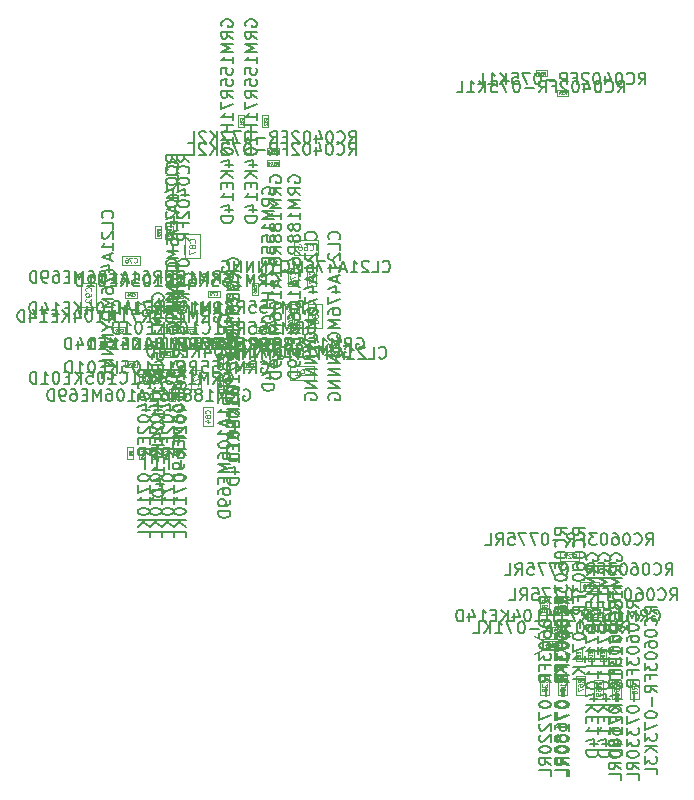
<source format=gbr>
%TF.GenerationSoftware,KiCad,Pcbnew,9.0.6*%
%TF.CreationDate,2025-12-06T17:10:21+01:00*%
%TF.ProjectId,hd_64_v0,68645f36-345f-4763-902e-6b696361645f,0.3*%
%TF.SameCoordinates,PX4737720PY55fe290*%
%TF.FileFunction,AssemblyDrawing,Bot*%
%FSLAX46Y46*%
G04 Gerber Fmt 4.6, Leading zero omitted, Abs format (unit mm)*
G04 Created by KiCad (PCBNEW 9.0.6) date 2025-12-06 17:10:21*
%MOMM*%
%LPD*%
G01*
G04 APERTURE LIST*
%ADD10C,0.150000*%
%ADD11C,0.080000*%
%ADD12C,0.040000*%
%ADD13C,0.060000*%
%ADD14C,0.100000*%
G04 APERTURE END LIST*
D10*
X26933580Y44370001D02*
X26981200Y44417620D01*
X26981200Y44417620D02*
X27028819Y44560477D01*
X27028819Y44560477D02*
X27028819Y44655715D01*
X27028819Y44655715D02*
X26981200Y44798572D01*
X26981200Y44798572D02*
X26885961Y44893810D01*
X26885961Y44893810D02*
X26790723Y44941429D01*
X26790723Y44941429D02*
X26600247Y44989048D01*
X26600247Y44989048D02*
X26457390Y44989048D01*
X26457390Y44989048D02*
X26266914Y44941429D01*
X26266914Y44941429D02*
X26171676Y44893810D01*
X26171676Y44893810D02*
X26076438Y44798572D01*
X26076438Y44798572D02*
X26028819Y44655715D01*
X26028819Y44655715D02*
X26028819Y44560477D01*
X26028819Y44560477D02*
X26076438Y44417620D01*
X26076438Y44417620D02*
X26124057Y44370001D01*
X27028819Y43465239D02*
X27028819Y43941429D01*
X27028819Y43941429D02*
X26028819Y43941429D01*
X26124057Y43179524D02*
X26076438Y43131905D01*
X26076438Y43131905D02*
X26028819Y43036667D01*
X26028819Y43036667D02*
X26028819Y42798572D01*
X26028819Y42798572D02*
X26076438Y42703334D01*
X26076438Y42703334D02*
X26124057Y42655715D01*
X26124057Y42655715D02*
X26219295Y42608096D01*
X26219295Y42608096D02*
X26314533Y42608096D01*
X26314533Y42608096D02*
X26457390Y42655715D01*
X26457390Y42655715D02*
X27028819Y43227143D01*
X27028819Y43227143D02*
X27028819Y42608096D01*
X27028819Y41655715D02*
X27028819Y42227143D01*
X27028819Y41941429D02*
X26028819Y41941429D01*
X26028819Y41941429D02*
X26171676Y42036667D01*
X26171676Y42036667D02*
X26266914Y42131905D01*
X26266914Y42131905D02*
X26314533Y42227143D01*
X26743104Y41274762D02*
X26743104Y40798572D01*
X27028819Y41370000D02*
X26028819Y41036667D01*
X26028819Y41036667D02*
X27028819Y40703334D01*
X26362152Y39941429D02*
X27028819Y39941429D01*
X25981200Y40179524D02*
X26695485Y40417619D01*
X26695485Y40417619D02*
X26695485Y39798572D01*
X26028819Y39512857D02*
X26028819Y38846191D01*
X26028819Y38846191D02*
X27028819Y39274762D01*
X26028819Y38036667D02*
X26028819Y38227143D01*
X26028819Y38227143D02*
X26076438Y38322381D01*
X26076438Y38322381D02*
X26124057Y38370000D01*
X26124057Y38370000D02*
X26266914Y38465238D01*
X26266914Y38465238D02*
X26457390Y38512857D01*
X26457390Y38512857D02*
X26838342Y38512857D01*
X26838342Y38512857D02*
X26933580Y38465238D01*
X26933580Y38465238D02*
X26981200Y38417619D01*
X26981200Y38417619D02*
X27028819Y38322381D01*
X27028819Y38322381D02*
X27028819Y38131905D01*
X27028819Y38131905D02*
X26981200Y38036667D01*
X26981200Y38036667D02*
X26933580Y37989048D01*
X26933580Y37989048D02*
X26838342Y37941429D01*
X26838342Y37941429D02*
X26600247Y37941429D01*
X26600247Y37941429D02*
X26505009Y37989048D01*
X26505009Y37989048D02*
X26457390Y38036667D01*
X26457390Y38036667D02*
X26409771Y38131905D01*
X26409771Y38131905D02*
X26409771Y38322381D01*
X26409771Y38322381D02*
X26457390Y38417619D01*
X26457390Y38417619D02*
X26505009Y38465238D01*
X26505009Y38465238D02*
X26600247Y38512857D01*
X27028819Y37512857D02*
X26028819Y37512857D01*
X26028819Y37512857D02*
X26743104Y37179524D01*
X26743104Y37179524D02*
X26028819Y36846191D01*
X26028819Y36846191D02*
X27028819Y36846191D01*
X27124057Y35703334D02*
X27076438Y35798572D01*
X27076438Y35798572D02*
X26981200Y35893810D01*
X26981200Y35893810D02*
X26838342Y36036667D01*
X26838342Y36036667D02*
X26790723Y36131905D01*
X26790723Y36131905D02*
X26790723Y36227143D01*
X27028819Y36179524D02*
X26981200Y36274762D01*
X26981200Y36274762D02*
X26885961Y36370000D01*
X26885961Y36370000D02*
X26695485Y36417619D01*
X26695485Y36417619D02*
X26362152Y36417619D01*
X26362152Y36417619D02*
X26171676Y36370000D01*
X26171676Y36370000D02*
X26076438Y36274762D01*
X26076438Y36274762D02*
X26028819Y36179524D01*
X26028819Y36179524D02*
X26028819Y35989048D01*
X26028819Y35989048D02*
X26076438Y35893810D01*
X26076438Y35893810D02*
X26171676Y35798572D01*
X26171676Y35798572D02*
X26362152Y35750953D01*
X26362152Y35750953D02*
X26695485Y35750953D01*
X26695485Y35750953D02*
X26885961Y35798572D01*
X26885961Y35798572D02*
X26981200Y35893810D01*
X26981200Y35893810D02*
X27028819Y35989048D01*
X27028819Y35989048D02*
X27028819Y36179524D01*
X26552628Y35131905D02*
X27028819Y35131905D01*
X26028819Y35465238D02*
X26552628Y35131905D01*
X26552628Y35131905D02*
X26028819Y34798572D01*
X27028819Y34465238D02*
X26028819Y34465238D01*
X26028819Y34465238D02*
X27028819Y33893810D01*
X27028819Y33893810D02*
X26028819Y33893810D01*
X27028819Y33417619D02*
X26028819Y33417619D01*
X26028819Y33417619D02*
X27028819Y32846191D01*
X27028819Y32846191D02*
X26028819Y32846191D01*
X27028819Y32370000D02*
X26028819Y32370000D01*
X26028819Y32370000D02*
X27028819Y31798572D01*
X27028819Y31798572D02*
X26028819Y31798572D01*
X26076438Y30798572D02*
X26028819Y30893810D01*
X26028819Y30893810D02*
X26028819Y31036667D01*
X26028819Y31036667D02*
X26076438Y31179524D01*
X26076438Y31179524D02*
X26171676Y31274762D01*
X26171676Y31274762D02*
X26266914Y31322381D01*
X26266914Y31322381D02*
X26457390Y31370000D01*
X26457390Y31370000D02*
X26600247Y31370000D01*
X26600247Y31370000D02*
X26790723Y31322381D01*
X26790723Y31322381D02*
X26885961Y31274762D01*
X26885961Y31274762D02*
X26981200Y31179524D01*
X26981200Y31179524D02*
X27028819Y31036667D01*
X27028819Y31036667D02*
X27028819Y30941429D01*
X27028819Y30941429D02*
X26981200Y30798572D01*
X26981200Y30798572D02*
X26933580Y30750953D01*
X26933580Y30750953D02*
X26600247Y30750953D01*
X26600247Y30750953D02*
X26600247Y30941429D01*
D11*
X25103530Y38191429D02*
X25127340Y38215238D01*
X25127340Y38215238D02*
X25151149Y38286667D01*
X25151149Y38286667D02*
X25151149Y38334286D01*
X25151149Y38334286D02*
X25127340Y38405714D01*
X25127340Y38405714D02*
X25079720Y38453333D01*
X25079720Y38453333D02*
X25032101Y38477143D01*
X25032101Y38477143D02*
X24936863Y38500952D01*
X24936863Y38500952D02*
X24865435Y38500952D01*
X24865435Y38500952D02*
X24770197Y38477143D01*
X24770197Y38477143D02*
X24722578Y38453333D01*
X24722578Y38453333D02*
X24674959Y38405714D01*
X24674959Y38405714D02*
X24651149Y38334286D01*
X24651149Y38334286D02*
X24651149Y38286667D01*
X24651149Y38286667D02*
X24674959Y38215238D01*
X24674959Y38215238D02*
X24698768Y38191429D01*
X24865435Y37905714D02*
X24841625Y37953333D01*
X24841625Y37953333D02*
X24817816Y37977143D01*
X24817816Y37977143D02*
X24770197Y38000952D01*
X24770197Y38000952D02*
X24746387Y38000952D01*
X24746387Y38000952D02*
X24698768Y37977143D01*
X24698768Y37977143D02*
X24674959Y37953333D01*
X24674959Y37953333D02*
X24651149Y37905714D01*
X24651149Y37905714D02*
X24651149Y37810476D01*
X24651149Y37810476D02*
X24674959Y37762857D01*
X24674959Y37762857D02*
X24698768Y37739048D01*
X24698768Y37739048D02*
X24746387Y37715238D01*
X24746387Y37715238D02*
X24770197Y37715238D01*
X24770197Y37715238D02*
X24817816Y37739048D01*
X24817816Y37739048D02*
X24841625Y37762857D01*
X24841625Y37762857D02*
X24865435Y37810476D01*
X24865435Y37810476D02*
X24865435Y37905714D01*
X24865435Y37905714D02*
X24889244Y37953333D01*
X24889244Y37953333D02*
X24913054Y37977143D01*
X24913054Y37977143D02*
X24960673Y38000952D01*
X24960673Y38000952D02*
X25055911Y38000952D01*
X25055911Y38000952D02*
X25103530Y37977143D01*
X25103530Y37977143D02*
X25127340Y37953333D01*
X25127340Y37953333D02*
X25151149Y37905714D01*
X25151149Y37905714D02*
X25151149Y37810476D01*
X25151149Y37810476D02*
X25127340Y37762857D01*
X25127340Y37762857D02*
X25103530Y37739048D01*
X25103530Y37739048D02*
X25055911Y37715238D01*
X25055911Y37715238D02*
X24960673Y37715238D01*
X24960673Y37715238D02*
X24913054Y37739048D01*
X24913054Y37739048D02*
X24889244Y37762857D01*
X24889244Y37762857D02*
X24865435Y37810476D01*
X24865435Y37429524D02*
X24841625Y37477143D01*
X24841625Y37477143D02*
X24817816Y37500953D01*
X24817816Y37500953D02*
X24770197Y37524762D01*
X24770197Y37524762D02*
X24746387Y37524762D01*
X24746387Y37524762D02*
X24698768Y37500953D01*
X24698768Y37500953D02*
X24674959Y37477143D01*
X24674959Y37477143D02*
X24651149Y37429524D01*
X24651149Y37429524D02*
X24651149Y37334286D01*
X24651149Y37334286D02*
X24674959Y37286667D01*
X24674959Y37286667D02*
X24698768Y37262858D01*
X24698768Y37262858D02*
X24746387Y37239048D01*
X24746387Y37239048D02*
X24770197Y37239048D01*
X24770197Y37239048D02*
X24817816Y37262858D01*
X24817816Y37262858D02*
X24841625Y37286667D01*
X24841625Y37286667D02*
X24865435Y37334286D01*
X24865435Y37334286D02*
X24865435Y37429524D01*
X24865435Y37429524D02*
X24889244Y37477143D01*
X24889244Y37477143D02*
X24913054Y37500953D01*
X24913054Y37500953D02*
X24960673Y37524762D01*
X24960673Y37524762D02*
X25055911Y37524762D01*
X25055911Y37524762D02*
X25103530Y37500953D01*
X25103530Y37500953D02*
X25127340Y37477143D01*
X25127340Y37477143D02*
X25151149Y37429524D01*
X25151149Y37429524D02*
X25151149Y37334286D01*
X25151149Y37334286D02*
X25127340Y37286667D01*
X25127340Y37286667D02*
X25103530Y37262858D01*
X25103530Y37262858D02*
X25055911Y37239048D01*
X25055911Y37239048D02*
X24960673Y37239048D01*
X24960673Y37239048D02*
X24913054Y37262858D01*
X24913054Y37262858D02*
X24889244Y37286667D01*
X24889244Y37286667D02*
X24865435Y37334286D01*
D10*
X52299381Y57484181D02*
X52632714Y57960372D01*
X52870809Y57484181D02*
X52870809Y58484181D01*
X52870809Y58484181D02*
X52489857Y58484181D01*
X52489857Y58484181D02*
X52394619Y58436562D01*
X52394619Y58436562D02*
X52347000Y58388943D01*
X52347000Y58388943D02*
X52299381Y58293705D01*
X52299381Y58293705D02*
X52299381Y58150848D01*
X52299381Y58150848D02*
X52347000Y58055610D01*
X52347000Y58055610D02*
X52394619Y58007991D01*
X52394619Y58007991D02*
X52489857Y57960372D01*
X52489857Y57960372D02*
X52870809Y57960372D01*
X51299381Y57579420D02*
X51347000Y57531800D01*
X51347000Y57531800D02*
X51489857Y57484181D01*
X51489857Y57484181D02*
X51585095Y57484181D01*
X51585095Y57484181D02*
X51727952Y57531800D01*
X51727952Y57531800D02*
X51823190Y57627039D01*
X51823190Y57627039D02*
X51870809Y57722277D01*
X51870809Y57722277D02*
X51918428Y57912753D01*
X51918428Y57912753D02*
X51918428Y58055610D01*
X51918428Y58055610D02*
X51870809Y58246086D01*
X51870809Y58246086D02*
X51823190Y58341324D01*
X51823190Y58341324D02*
X51727952Y58436562D01*
X51727952Y58436562D02*
X51585095Y58484181D01*
X51585095Y58484181D02*
X51489857Y58484181D01*
X51489857Y58484181D02*
X51347000Y58436562D01*
X51347000Y58436562D02*
X51299381Y58388943D01*
X50680333Y58484181D02*
X50585095Y58484181D01*
X50585095Y58484181D02*
X50489857Y58436562D01*
X50489857Y58436562D02*
X50442238Y58388943D01*
X50442238Y58388943D02*
X50394619Y58293705D01*
X50394619Y58293705D02*
X50347000Y58103229D01*
X50347000Y58103229D02*
X50347000Y57865134D01*
X50347000Y57865134D02*
X50394619Y57674658D01*
X50394619Y57674658D02*
X50442238Y57579420D01*
X50442238Y57579420D02*
X50489857Y57531800D01*
X50489857Y57531800D02*
X50585095Y57484181D01*
X50585095Y57484181D02*
X50680333Y57484181D01*
X50680333Y57484181D02*
X50775571Y57531800D01*
X50775571Y57531800D02*
X50823190Y57579420D01*
X50823190Y57579420D02*
X50870809Y57674658D01*
X50870809Y57674658D02*
X50918428Y57865134D01*
X50918428Y57865134D02*
X50918428Y58103229D01*
X50918428Y58103229D02*
X50870809Y58293705D01*
X50870809Y58293705D02*
X50823190Y58388943D01*
X50823190Y58388943D02*
X50775571Y58436562D01*
X50775571Y58436562D02*
X50680333Y58484181D01*
X49489857Y58150848D02*
X49489857Y57484181D01*
X49727952Y58531800D02*
X49966047Y57817515D01*
X49966047Y57817515D02*
X49347000Y57817515D01*
X48775571Y58484181D02*
X48680333Y58484181D01*
X48680333Y58484181D02*
X48585095Y58436562D01*
X48585095Y58436562D02*
X48537476Y58388943D01*
X48537476Y58388943D02*
X48489857Y58293705D01*
X48489857Y58293705D02*
X48442238Y58103229D01*
X48442238Y58103229D02*
X48442238Y57865134D01*
X48442238Y57865134D02*
X48489857Y57674658D01*
X48489857Y57674658D02*
X48537476Y57579420D01*
X48537476Y57579420D02*
X48585095Y57531800D01*
X48585095Y57531800D02*
X48680333Y57484181D01*
X48680333Y57484181D02*
X48775571Y57484181D01*
X48775571Y57484181D02*
X48870809Y57531800D01*
X48870809Y57531800D02*
X48918428Y57579420D01*
X48918428Y57579420D02*
X48966047Y57674658D01*
X48966047Y57674658D02*
X49013666Y57865134D01*
X49013666Y57865134D02*
X49013666Y58103229D01*
X49013666Y58103229D02*
X48966047Y58293705D01*
X48966047Y58293705D02*
X48918428Y58388943D01*
X48918428Y58388943D02*
X48870809Y58436562D01*
X48870809Y58436562D02*
X48775571Y58484181D01*
X48061285Y58388943D02*
X48013666Y58436562D01*
X48013666Y58436562D02*
X47918428Y58484181D01*
X47918428Y58484181D02*
X47680333Y58484181D01*
X47680333Y58484181D02*
X47585095Y58436562D01*
X47585095Y58436562D02*
X47537476Y58388943D01*
X47537476Y58388943D02*
X47489857Y58293705D01*
X47489857Y58293705D02*
X47489857Y58198467D01*
X47489857Y58198467D02*
X47537476Y58055610D01*
X47537476Y58055610D02*
X48108904Y57484181D01*
X48108904Y57484181D02*
X47489857Y57484181D01*
X46727952Y58007991D02*
X47061285Y58007991D01*
X47061285Y57484181D02*
X47061285Y58484181D01*
X47061285Y58484181D02*
X46585095Y58484181D01*
X45632714Y57484181D02*
X45966047Y57960372D01*
X46204142Y57484181D02*
X46204142Y58484181D01*
X46204142Y58484181D02*
X45823190Y58484181D01*
X45823190Y58484181D02*
X45727952Y58436562D01*
X45727952Y58436562D02*
X45680333Y58388943D01*
X45680333Y58388943D02*
X45632714Y58293705D01*
X45632714Y58293705D02*
X45632714Y58150848D01*
X45632714Y58150848D02*
X45680333Y58055610D01*
X45680333Y58055610D02*
X45727952Y58007991D01*
X45727952Y58007991D02*
X45823190Y57960372D01*
X45823190Y57960372D02*
X46204142Y57960372D01*
X45204142Y57865134D02*
X44442238Y57865134D01*
X43775571Y58484181D02*
X43680333Y58484181D01*
X43680333Y58484181D02*
X43585095Y58436562D01*
X43585095Y58436562D02*
X43537476Y58388943D01*
X43537476Y58388943D02*
X43489857Y58293705D01*
X43489857Y58293705D02*
X43442238Y58103229D01*
X43442238Y58103229D02*
X43442238Y57865134D01*
X43442238Y57865134D02*
X43489857Y57674658D01*
X43489857Y57674658D02*
X43537476Y57579420D01*
X43537476Y57579420D02*
X43585095Y57531800D01*
X43585095Y57531800D02*
X43680333Y57484181D01*
X43680333Y57484181D02*
X43775571Y57484181D01*
X43775571Y57484181D02*
X43870809Y57531800D01*
X43870809Y57531800D02*
X43918428Y57579420D01*
X43918428Y57579420D02*
X43966047Y57674658D01*
X43966047Y57674658D02*
X44013666Y57865134D01*
X44013666Y57865134D02*
X44013666Y58103229D01*
X44013666Y58103229D02*
X43966047Y58293705D01*
X43966047Y58293705D02*
X43918428Y58388943D01*
X43918428Y58388943D02*
X43870809Y58436562D01*
X43870809Y58436562D02*
X43775571Y58484181D01*
X43108904Y58484181D02*
X42442238Y58484181D01*
X42442238Y58484181D02*
X42870809Y57484181D01*
X41585095Y58484181D02*
X42061285Y58484181D01*
X42061285Y58484181D02*
X42108904Y58007991D01*
X42108904Y58007991D02*
X42061285Y58055610D01*
X42061285Y58055610D02*
X41966047Y58103229D01*
X41966047Y58103229D02*
X41727952Y58103229D01*
X41727952Y58103229D02*
X41632714Y58055610D01*
X41632714Y58055610D02*
X41585095Y58007991D01*
X41585095Y58007991D02*
X41537476Y57912753D01*
X41537476Y57912753D02*
X41537476Y57674658D01*
X41537476Y57674658D02*
X41585095Y57579420D01*
X41585095Y57579420D02*
X41632714Y57531800D01*
X41632714Y57531800D02*
X41727952Y57484181D01*
X41727952Y57484181D02*
X41966047Y57484181D01*
X41966047Y57484181D02*
X42061285Y57531800D01*
X42061285Y57531800D02*
X42108904Y57579420D01*
X41108904Y57484181D02*
X41108904Y58484181D01*
X40537476Y57484181D02*
X40966047Y58055610D01*
X40537476Y58484181D02*
X41108904Y57912753D01*
X39585095Y57484181D02*
X40156523Y57484181D01*
X39870809Y57484181D02*
X39870809Y58484181D01*
X39870809Y58484181D02*
X39966047Y58341324D01*
X39966047Y58341324D02*
X40061285Y58246086D01*
X40061285Y58246086D02*
X40156523Y58198467D01*
X38680333Y57484181D02*
X39156523Y57484181D01*
X39156523Y57484181D02*
X39156523Y58484181D01*
D12*
X46007714Y56655426D02*
X46091047Y56774473D01*
X46150571Y56655426D02*
X46150571Y56905426D01*
X46150571Y56905426D02*
X46055333Y56905426D01*
X46055333Y56905426D02*
X46031523Y56893521D01*
X46031523Y56893521D02*
X46019618Y56881616D01*
X46019618Y56881616D02*
X46007714Y56857807D01*
X46007714Y56857807D02*
X46007714Y56822092D01*
X46007714Y56822092D02*
X46019618Y56798283D01*
X46019618Y56798283D02*
X46031523Y56786378D01*
X46031523Y56786378D02*
X46055333Y56774473D01*
X46055333Y56774473D02*
X46150571Y56774473D01*
X45769618Y56655426D02*
X45912475Y56655426D01*
X45841047Y56655426D02*
X45841047Y56905426D01*
X45841047Y56905426D02*
X45864856Y56869711D01*
X45864856Y56869711D02*
X45888666Y56845902D01*
X45888666Y56845902D02*
X45912475Y56833997D01*
X45555333Y56822092D02*
X45555333Y56655426D01*
X45614857Y56917330D02*
X45674380Y56738759D01*
X45674380Y56738759D02*
X45519619Y56738759D01*
D10*
X24347809Y37337562D02*
X24443047Y37385181D01*
X24443047Y37385181D02*
X24585904Y37385181D01*
X24585904Y37385181D02*
X24728761Y37337562D01*
X24728761Y37337562D02*
X24823999Y37242324D01*
X24823999Y37242324D02*
X24871618Y37147086D01*
X24871618Y37147086D02*
X24919237Y36956610D01*
X24919237Y36956610D02*
X24919237Y36813753D01*
X24919237Y36813753D02*
X24871618Y36623277D01*
X24871618Y36623277D02*
X24823999Y36528039D01*
X24823999Y36528039D02*
X24728761Y36432800D01*
X24728761Y36432800D02*
X24585904Y36385181D01*
X24585904Y36385181D02*
X24490666Y36385181D01*
X24490666Y36385181D02*
X24347809Y36432800D01*
X24347809Y36432800D02*
X24300190Y36480420D01*
X24300190Y36480420D02*
X24300190Y36813753D01*
X24300190Y36813753D02*
X24490666Y36813753D01*
X23300190Y36385181D02*
X23633523Y36861372D01*
X23871618Y36385181D02*
X23871618Y37385181D01*
X23871618Y37385181D02*
X23490666Y37385181D01*
X23490666Y37385181D02*
X23395428Y37337562D01*
X23395428Y37337562D02*
X23347809Y37289943D01*
X23347809Y37289943D02*
X23300190Y37194705D01*
X23300190Y37194705D02*
X23300190Y37051848D01*
X23300190Y37051848D02*
X23347809Y36956610D01*
X23347809Y36956610D02*
X23395428Y36908991D01*
X23395428Y36908991D02*
X23490666Y36861372D01*
X23490666Y36861372D02*
X23871618Y36861372D01*
X22871618Y36385181D02*
X22871618Y37385181D01*
X22871618Y37385181D02*
X22538285Y36670896D01*
X22538285Y36670896D02*
X22204952Y37385181D01*
X22204952Y37385181D02*
X22204952Y36385181D01*
X21204952Y36385181D02*
X21776380Y36385181D01*
X21490666Y36385181D02*
X21490666Y37385181D01*
X21490666Y37385181D02*
X21585904Y37242324D01*
X21585904Y37242324D02*
X21681142Y37147086D01*
X21681142Y37147086D02*
X21776380Y37099467D01*
X20300190Y37385181D02*
X20776380Y37385181D01*
X20776380Y37385181D02*
X20823999Y36908991D01*
X20823999Y36908991D02*
X20776380Y36956610D01*
X20776380Y36956610D02*
X20681142Y37004229D01*
X20681142Y37004229D02*
X20443047Y37004229D01*
X20443047Y37004229D02*
X20347809Y36956610D01*
X20347809Y36956610D02*
X20300190Y36908991D01*
X20300190Y36908991D02*
X20252571Y36813753D01*
X20252571Y36813753D02*
X20252571Y36575658D01*
X20252571Y36575658D02*
X20300190Y36480420D01*
X20300190Y36480420D02*
X20347809Y36432800D01*
X20347809Y36432800D02*
X20443047Y36385181D01*
X20443047Y36385181D02*
X20681142Y36385181D01*
X20681142Y36385181D02*
X20776380Y36432800D01*
X20776380Y36432800D02*
X20823999Y36480420D01*
X19347809Y37385181D02*
X19823999Y37385181D01*
X19823999Y37385181D02*
X19871618Y36908991D01*
X19871618Y36908991D02*
X19823999Y36956610D01*
X19823999Y36956610D02*
X19728761Y37004229D01*
X19728761Y37004229D02*
X19490666Y37004229D01*
X19490666Y37004229D02*
X19395428Y36956610D01*
X19395428Y36956610D02*
X19347809Y36908991D01*
X19347809Y36908991D02*
X19300190Y36813753D01*
X19300190Y36813753D02*
X19300190Y36575658D01*
X19300190Y36575658D02*
X19347809Y36480420D01*
X19347809Y36480420D02*
X19395428Y36432800D01*
X19395428Y36432800D02*
X19490666Y36385181D01*
X19490666Y36385181D02*
X19728761Y36385181D01*
X19728761Y36385181D02*
X19823999Y36432800D01*
X19823999Y36432800D02*
X19871618Y36480420D01*
X18300190Y36385181D02*
X18633523Y36861372D01*
X18871618Y36385181D02*
X18871618Y37385181D01*
X18871618Y37385181D02*
X18490666Y37385181D01*
X18490666Y37385181D02*
X18395428Y37337562D01*
X18395428Y37337562D02*
X18347809Y37289943D01*
X18347809Y37289943D02*
X18300190Y37194705D01*
X18300190Y37194705D02*
X18300190Y37051848D01*
X18300190Y37051848D02*
X18347809Y36956610D01*
X18347809Y36956610D02*
X18395428Y36908991D01*
X18395428Y36908991D02*
X18490666Y36861372D01*
X18490666Y36861372D02*
X18871618Y36861372D01*
X17443047Y37385181D02*
X17633523Y37385181D01*
X17633523Y37385181D02*
X17728761Y37337562D01*
X17728761Y37337562D02*
X17776380Y37289943D01*
X17776380Y37289943D02*
X17871618Y37147086D01*
X17871618Y37147086D02*
X17919237Y36956610D01*
X17919237Y36956610D02*
X17919237Y36575658D01*
X17919237Y36575658D02*
X17871618Y36480420D01*
X17871618Y36480420D02*
X17823999Y36432800D01*
X17823999Y36432800D02*
X17728761Y36385181D01*
X17728761Y36385181D02*
X17538285Y36385181D01*
X17538285Y36385181D02*
X17443047Y36432800D01*
X17443047Y36432800D02*
X17395428Y36480420D01*
X17395428Y36480420D02*
X17347809Y36575658D01*
X17347809Y36575658D02*
X17347809Y36813753D01*
X17347809Y36813753D02*
X17395428Y36908991D01*
X17395428Y36908991D02*
X17443047Y36956610D01*
X17443047Y36956610D02*
X17538285Y37004229D01*
X17538285Y37004229D02*
X17728761Y37004229D01*
X17728761Y37004229D02*
X17823999Y36956610D01*
X17823999Y36956610D02*
X17871618Y36908991D01*
X17871618Y36908991D02*
X17919237Y36813753D01*
X16395428Y36385181D02*
X16966856Y36385181D01*
X16681142Y36385181D02*
X16681142Y37385181D01*
X16681142Y37385181D02*
X16776380Y37242324D01*
X16776380Y37242324D02*
X16871618Y37147086D01*
X16871618Y37147086D02*
X16966856Y37099467D01*
X15395428Y36480420D02*
X15443047Y36432800D01*
X15443047Y36432800D02*
X15585904Y36385181D01*
X15585904Y36385181D02*
X15681142Y36385181D01*
X15681142Y36385181D02*
X15823999Y36432800D01*
X15823999Y36432800D02*
X15919237Y36528039D01*
X15919237Y36528039D02*
X15966856Y36623277D01*
X15966856Y36623277D02*
X16014475Y36813753D01*
X16014475Y36813753D02*
X16014475Y36956610D01*
X16014475Y36956610D02*
X15966856Y37147086D01*
X15966856Y37147086D02*
X15919237Y37242324D01*
X15919237Y37242324D02*
X15823999Y37337562D01*
X15823999Y37337562D02*
X15681142Y37385181D01*
X15681142Y37385181D02*
X15585904Y37385181D01*
X15585904Y37385181D02*
X15443047Y37337562D01*
X15443047Y37337562D02*
X15395428Y37289943D01*
X14443047Y36385181D02*
X15014475Y36385181D01*
X14728761Y36385181D02*
X14728761Y37385181D01*
X14728761Y37385181D02*
X14823999Y37242324D01*
X14823999Y37242324D02*
X14919237Y37147086D01*
X14919237Y37147086D02*
X15014475Y37099467D01*
X13823999Y37385181D02*
X13728761Y37385181D01*
X13728761Y37385181D02*
X13633523Y37337562D01*
X13633523Y37337562D02*
X13585904Y37289943D01*
X13585904Y37289943D02*
X13538285Y37194705D01*
X13538285Y37194705D02*
X13490666Y37004229D01*
X13490666Y37004229D02*
X13490666Y36766134D01*
X13490666Y36766134D02*
X13538285Y36575658D01*
X13538285Y36575658D02*
X13585904Y36480420D01*
X13585904Y36480420D02*
X13633523Y36432800D01*
X13633523Y36432800D02*
X13728761Y36385181D01*
X13728761Y36385181D02*
X13823999Y36385181D01*
X13823999Y36385181D02*
X13919237Y36432800D01*
X13919237Y36432800D02*
X13966856Y36480420D01*
X13966856Y36480420D02*
X14014475Y36575658D01*
X14014475Y36575658D02*
X14062094Y36766134D01*
X14062094Y36766134D02*
X14062094Y37004229D01*
X14062094Y37004229D02*
X14014475Y37194705D01*
X14014475Y37194705D02*
X13966856Y37289943D01*
X13966856Y37289943D02*
X13919237Y37337562D01*
X13919237Y37337562D02*
X13823999Y37385181D01*
X12585904Y37385181D02*
X13062094Y37385181D01*
X13062094Y37385181D02*
X13109713Y36908991D01*
X13109713Y36908991D02*
X13062094Y36956610D01*
X13062094Y36956610D02*
X12966856Y37004229D01*
X12966856Y37004229D02*
X12728761Y37004229D01*
X12728761Y37004229D02*
X12633523Y36956610D01*
X12633523Y36956610D02*
X12585904Y36908991D01*
X12585904Y36908991D02*
X12538285Y36813753D01*
X12538285Y36813753D02*
X12538285Y36575658D01*
X12538285Y36575658D02*
X12585904Y36480420D01*
X12585904Y36480420D02*
X12633523Y36432800D01*
X12633523Y36432800D02*
X12728761Y36385181D01*
X12728761Y36385181D02*
X12966856Y36385181D01*
X12966856Y36385181D02*
X13062094Y36432800D01*
X13062094Y36432800D02*
X13109713Y36480420D01*
X12109713Y36385181D02*
X12109713Y37385181D01*
X11538285Y36385181D02*
X11966856Y36956610D01*
X11538285Y37385181D02*
X12109713Y36813753D01*
X11109713Y36908991D02*
X10776380Y36908991D01*
X10633523Y36385181D02*
X11109713Y36385181D01*
X11109713Y36385181D02*
X11109713Y37385181D01*
X11109713Y37385181D02*
X10633523Y37385181D01*
X10014475Y37385181D02*
X9919237Y37385181D01*
X9919237Y37385181D02*
X9823999Y37337562D01*
X9823999Y37337562D02*
X9776380Y37289943D01*
X9776380Y37289943D02*
X9728761Y37194705D01*
X9728761Y37194705D02*
X9681142Y37004229D01*
X9681142Y37004229D02*
X9681142Y36766134D01*
X9681142Y36766134D02*
X9728761Y36575658D01*
X9728761Y36575658D02*
X9776380Y36480420D01*
X9776380Y36480420D02*
X9823999Y36432800D01*
X9823999Y36432800D02*
X9919237Y36385181D01*
X9919237Y36385181D02*
X10014475Y36385181D01*
X10014475Y36385181D02*
X10109713Y36432800D01*
X10109713Y36432800D02*
X10157332Y36480420D01*
X10157332Y36480420D02*
X10204951Y36575658D01*
X10204951Y36575658D02*
X10252570Y36766134D01*
X10252570Y36766134D02*
X10252570Y37004229D01*
X10252570Y37004229D02*
X10204951Y37194705D01*
X10204951Y37194705D02*
X10157332Y37289943D01*
X10157332Y37289943D02*
X10109713Y37337562D01*
X10109713Y37337562D02*
X10014475Y37385181D01*
X8728761Y36385181D02*
X9300189Y36385181D01*
X9014475Y36385181D02*
X9014475Y37385181D01*
X9014475Y37385181D02*
X9109713Y37242324D01*
X9109713Y37242324D02*
X9204951Y37147086D01*
X9204951Y37147086D02*
X9300189Y37099467D01*
X8300189Y36385181D02*
X8300189Y37385181D01*
X8300189Y37385181D02*
X8062094Y37385181D01*
X8062094Y37385181D02*
X7919237Y37337562D01*
X7919237Y37337562D02*
X7823999Y37242324D01*
X7823999Y37242324D02*
X7776380Y37147086D01*
X7776380Y37147086D02*
X7728761Y36956610D01*
X7728761Y36956610D02*
X7728761Y36813753D01*
X7728761Y36813753D02*
X7776380Y36623277D01*
X7776380Y36623277D02*
X7823999Y36528039D01*
X7823999Y36528039D02*
X7919237Y36432800D01*
X7919237Y36432800D02*
X8062094Y36385181D01*
X8062094Y36385181D02*
X8300189Y36385181D01*
D12*
X16484714Y35580235D02*
X16496618Y35568330D01*
X16496618Y35568330D02*
X16532333Y35556426D01*
X16532333Y35556426D02*
X16556142Y35556426D01*
X16556142Y35556426D02*
X16591856Y35568330D01*
X16591856Y35568330D02*
X16615666Y35592140D01*
X16615666Y35592140D02*
X16627571Y35615950D01*
X16627571Y35615950D02*
X16639475Y35663569D01*
X16639475Y35663569D02*
X16639475Y35699283D01*
X16639475Y35699283D02*
X16627571Y35746902D01*
X16627571Y35746902D02*
X16615666Y35770711D01*
X16615666Y35770711D02*
X16591856Y35794521D01*
X16591856Y35794521D02*
X16556142Y35806426D01*
X16556142Y35806426D02*
X16532333Y35806426D01*
X16532333Y35806426D02*
X16496618Y35794521D01*
X16496618Y35794521D02*
X16484714Y35782616D01*
X16270428Y35806426D02*
X16318047Y35806426D01*
X16318047Y35806426D02*
X16341856Y35794521D01*
X16341856Y35794521D02*
X16353761Y35782616D01*
X16353761Y35782616D02*
X16377571Y35746902D01*
X16377571Y35746902D02*
X16389475Y35699283D01*
X16389475Y35699283D02*
X16389475Y35604045D01*
X16389475Y35604045D02*
X16377571Y35580235D01*
X16377571Y35580235D02*
X16365666Y35568330D01*
X16365666Y35568330D02*
X16341856Y35556426D01*
X16341856Y35556426D02*
X16294237Y35556426D01*
X16294237Y35556426D02*
X16270428Y35568330D01*
X16270428Y35568330D02*
X16258523Y35580235D01*
X16258523Y35580235D02*
X16246618Y35604045D01*
X16246618Y35604045D02*
X16246618Y35663569D01*
X16246618Y35663569D02*
X16258523Y35687378D01*
X16258523Y35687378D02*
X16270428Y35699283D01*
X16270428Y35699283D02*
X16294237Y35711188D01*
X16294237Y35711188D02*
X16341856Y35711188D01*
X16341856Y35711188D02*
X16365666Y35699283D01*
X16365666Y35699283D02*
X16377571Y35687378D01*
X16377571Y35687378D02*
X16389475Y35663569D01*
X16020428Y35806426D02*
X16139476Y35806426D01*
X16139476Y35806426D02*
X16151380Y35687378D01*
X16151380Y35687378D02*
X16139476Y35699283D01*
X16139476Y35699283D02*
X16115666Y35711188D01*
X16115666Y35711188D02*
X16056142Y35711188D01*
X16056142Y35711188D02*
X16032333Y35699283D01*
X16032333Y35699283D02*
X16020428Y35687378D01*
X16020428Y35687378D02*
X16008523Y35663569D01*
X16008523Y35663569D02*
X16008523Y35604045D01*
X16008523Y35604045D02*
X16020428Y35580235D01*
X16020428Y35580235D02*
X16032333Y35568330D01*
X16032333Y35568330D02*
X16056142Y35556426D01*
X16056142Y35556426D02*
X16115666Y35556426D01*
X16115666Y35556426D02*
X16139476Y35568330D01*
X16139476Y35568330D02*
X16151380Y35580235D01*
D10*
X27371619Y35337562D02*
X27466857Y35385181D01*
X27466857Y35385181D02*
X27609714Y35385181D01*
X27609714Y35385181D02*
X27752571Y35337562D01*
X27752571Y35337562D02*
X27847809Y35242324D01*
X27847809Y35242324D02*
X27895428Y35147086D01*
X27895428Y35147086D02*
X27943047Y34956610D01*
X27943047Y34956610D02*
X27943047Y34813753D01*
X27943047Y34813753D02*
X27895428Y34623277D01*
X27895428Y34623277D02*
X27847809Y34528039D01*
X27847809Y34528039D02*
X27752571Y34432800D01*
X27752571Y34432800D02*
X27609714Y34385181D01*
X27609714Y34385181D02*
X27514476Y34385181D01*
X27514476Y34385181D02*
X27371619Y34432800D01*
X27371619Y34432800D02*
X27324000Y34480420D01*
X27324000Y34480420D02*
X27324000Y34813753D01*
X27324000Y34813753D02*
X27514476Y34813753D01*
X26324000Y34385181D02*
X26657333Y34861372D01*
X26895428Y34385181D02*
X26895428Y35385181D01*
X26895428Y35385181D02*
X26514476Y35385181D01*
X26514476Y35385181D02*
X26419238Y35337562D01*
X26419238Y35337562D02*
X26371619Y35289943D01*
X26371619Y35289943D02*
X26324000Y35194705D01*
X26324000Y35194705D02*
X26324000Y35051848D01*
X26324000Y35051848D02*
X26371619Y34956610D01*
X26371619Y34956610D02*
X26419238Y34908991D01*
X26419238Y34908991D02*
X26514476Y34861372D01*
X26514476Y34861372D02*
X26895428Y34861372D01*
X25895428Y34385181D02*
X25895428Y35385181D01*
X25895428Y35385181D02*
X25562095Y34670896D01*
X25562095Y34670896D02*
X25228762Y35385181D01*
X25228762Y35385181D02*
X25228762Y34385181D01*
X24228762Y34385181D02*
X24800190Y34385181D01*
X24514476Y34385181D02*
X24514476Y35385181D01*
X24514476Y35385181D02*
X24609714Y35242324D01*
X24609714Y35242324D02*
X24704952Y35147086D01*
X24704952Y35147086D02*
X24800190Y35099467D01*
X23324000Y35385181D02*
X23800190Y35385181D01*
X23800190Y35385181D02*
X23847809Y34908991D01*
X23847809Y34908991D02*
X23800190Y34956610D01*
X23800190Y34956610D02*
X23704952Y35004229D01*
X23704952Y35004229D02*
X23466857Y35004229D01*
X23466857Y35004229D02*
X23371619Y34956610D01*
X23371619Y34956610D02*
X23324000Y34908991D01*
X23324000Y34908991D02*
X23276381Y34813753D01*
X23276381Y34813753D02*
X23276381Y34575658D01*
X23276381Y34575658D02*
X23324000Y34480420D01*
X23324000Y34480420D02*
X23371619Y34432800D01*
X23371619Y34432800D02*
X23466857Y34385181D01*
X23466857Y34385181D02*
X23704952Y34385181D01*
X23704952Y34385181D02*
X23800190Y34432800D01*
X23800190Y34432800D02*
X23847809Y34480420D01*
X22371619Y35385181D02*
X22847809Y35385181D01*
X22847809Y35385181D02*
X22895428Y34908991D01*
X22895428Y34908991D02*
X22847809Y34956610D01*
X22847809Y34956610D02*
X22752571Y35004229D01*
X22752571Y35004229D02*
X22514476Y35004229D01*
X22514476Y35004229D02*
X22419238Y34956610D01*
X22419238Y34956610D02*
X22371619Y34908991D01*
X22371619Y34908991D02*
X22324000Y34813753D01*
X22324000Y34813753D02*
X22324000Y34575658D01*
X22324000Y34575658D02*
X22371619Y34480420D01*
X22371619Y34480420D02*
X22419238Y34432800D01*
X22419238Y34432800D02*
X22514476Y34385181D01*
X22514476Y34385181D02*
X22752571Y34385181D01*
X22752571Y34385181D02*
X22847809Y34432800D01*
X22847809Y34432800D02*
X22895428Y34480420D01*
X21324000Y34385181D02*
X21657333Y34861372D01*
X21895428Y34385181D02*
X21895428Y35385181D01*
X21895428Y35385181D02*
X21514476Y35385181D01*
X21514476Y35385181D02*
X21419238Y35337562D01*
X21419238Y35337562D02*
X21371619Y35289943D01*
X21371619Y35289943D02*
X21324000Y35194705D01*
X21324000Y35194705D02*
X21324000Y35051848D01*
X21324000Y35051848D02*
X21371619Y34956610D01*
X21371619Y34956610D02*
X21419238Y34908991D01*
X21419238Y34908991D02*
X21514476Y34861372D01*
X21514476Y34861372D02*
X21895428Y34861372D01*
X20990666Y35385181D02*
X20324000Y35385181D01*
X20324000Y35385181D02*
X20752571Y34385181D01*
X19419238Y34385181D02*
X19990666Y34385181D01*
X19704952Y34385181D02*
X19704952Y35385181D01*
X19704952Y35385181D02*
X19800190Y35242324D01*
X19800190Y35242324D02*
X19895428Y35147086D01*
X19895428Y35147086D02*
X19990666Y35099467D01*
X18990666Y34385181D02*
X18990666Y35385181D01*
X18990666Y34908991D02*
X18419238Y34908991D01*
X18419238Y34385181D02*
X18419238Y35385181D01*
X17419238Y34385181D02*
X17990666Y34385181D01*
X17704952Y34385181D02*
X17704952Y35385181D01*
X17704952Y35385181D02*
X17800190Y35242324D01*
X17800190Y35242324D02*
X17895428Y35147086D01*
X17895428Y35147086D02*
X17990666Y35099467D01*
X16800190Y35385181D02*
X16704952Y35385181D01*
X16704952Y35385181D02*
X16609714Y35337562D01*
X16609714Y35337562D02*
X16562095Y35289943D01*
X16562095Y35289943D02*
X16514476Y35194705D01*
X16514476Y35194705D02*
X16466857Y35004229D01*
X16466857Y35004229D02*
X16466857Y34766134D01*
X16466857Y34766134D02*
X16514476Y34575658D01*
X16514476Y34575658D02*
X16562095Y34480420D01*
X16562095Y34480420D02*
X16609714Y34432800D01*
X16609714Y34432800D02*
X16704952Y34385181D01*
X16704952Y34385181D02*
X16800190Y34385181D01*
X16800190Y34385181D02*
X16895428Y34432800D01*
X16895428Y34432800D02*
X16943047Y34480420D01*
X16943047Y34480420D02*
X16990666Y34575658D01*
X16990666Y34575658D02*
X17038285Y34766134D01*
X17038285Y34766134D02*
X17038285Y35004229D01*
X17038285Y35004229D02*
X16990666Y35194705D01*
X16990666Y35194705D02*
X16943047Y35289943D01*
X16943047Y35289943D02*
X16895428Y35337562D01*
X16895428Y35337562D02*
X16800190Y35385181D01*
X15609714Y35051848D02*
X15609714Y34385181D01*
X15847809Y35432800D02*
X16085904Y34718515D01*
X16085904Y34718515D02*
X15466857Y34718515D01*
X15085904Y34385181D02*
X15085904Y35385181D01*
X14514476Y34385181D02*
X14943047Y34956610D01*
X14514476Y35385181D02*
X15085904Y34813753D01*
X14085904Y34908991D02*
X13752571Y34908991D01*
X13609714Y34385181D02*
X14085904Y34385181D01*
X14085904Y34385181D02*
X14085904Y35385181D01*
X14085904Y35385181D02*
X13609714Y35385181D01*
X12657333Y34385181D02*
X13228761Y34385181D01*
X12943047Y34385181D02*
X12943047Y35385181D01*
X12943047Y35385181D02*
X13038285Y35242324D01*
X13038285Y35242324D02*
X13133523Y35147086D01*
X13133523Y35147086D02*
X13228761Y35099467D01*
X11800190Y35051848D02*
X11800190Y34385181D01*
X12038285Y35432800D02*
X12276380Y34718515D01*
X12276380Y34718515D02*
X11657333Y34718515D01*
X11276380Y34385181D02*
X11276380Y35385181D01*
X11276380Y35385181D02*
X11038285Y35385181D01*
X11038285Y35385181D02*
X10895428Y35337562D01*
X10895428Y35337562D02*
X10800190Y35242324D01*
X10800190Y35242324D02*
X10752571Y35147086D01*
X10752571Y35147086D02*
X10704952Y34956610D01*
X10704952Y34956610D02*
X10704952Y34813753D01*
X10704952Y34813753D02*
X10752571Y34623277D01*
X10752571Y34623277D02*
X10800190Y34528039D01*
X10800190Y34528039D02*
X10895428Y34432800D01*
X10895428Y34432800D02*
X11038285Y34385181D01*
X11038285Y34385181D02*
X11276380Y34385181D01*
D12*
X19484714Y33580235D02*
X19496618Y33568330D01*
X19496618Y33568330D02*
X19532333Y33556426D01*
X19532333Y33556426D02*
X19556142Y33556426D01*
X19556142Y33556426D02*
X19591856Y33568330D01*
X19591856Y33568330D02*
X19615666Y33592140D01*
X19615666Y33592140D02*
X19627571Y33615950D01*
X19627571Y33615950D02*
X19639475Y33663569D01*
X19639475Y33663569D02*
X19639475Y33699283D01*
X19639475Y33699283D02*
X19627571Y33746902D01*
X19627571Y33746902D02*
X19615666Y33770711D01*
X19615666Y33770711D02*
X19591856Y33794521D01*
X19591856Y33794521D02*
X19556142Y33806426D01*
X19556142Y33806426D02*
X19532333Y33806426D01*
X19532333Y33806426D02*
X19496618Y33794521D01*
X19496618Y33794521D02*
X19484714Y33782616D01*
X19341856Y33699283D02*
X19365666Y33711188D01*
X19365666Y33711188D02*
X19377571Y33723092D01*
X19377571Y33723092D02*
X19389475Y33746902D01*
X19389475Y33746902D02*
X19389475Y33758807D01*
X19389475Y33758807D02*
X19377571Y33782616D01*
X19377571Y33782616D02*
X19365666Y33794521D01*
X19365666Y33794521D02*
X19341856Y33806426D01*
X19341856Y33806426D02*
X19294237Y33806426D01*
X19294237Y33806426D02*
X19270428Y33794521D01*
X19270428Y33794521D02*
X19258523Y33782616D01*
X19258523Y33782616D02*
X19246618Y33758807D01*
X19246618Y33758807D02*
X19246618Y33746902D01*
X19246618Y33746902D02*
X19258523Y33723092D01*
X19258523Y33723092D02*
X19270428Y33711188D01*
X19270428Y33711188D02*
X19294237Y33699283D01*
X19294237Y33699283D02*
X19341856Y33699283D01*
X19341856Y33699283D02*
X19365666Y33687378D01*
X19365666Y33687378D02*
X19377571Y33675473D01*
X19377571Y33675473D02*
X19389475Y33651664D01*
X19389475Y33651664D02*
X19389475Y33604045D01*
X19389475Y33604045D02*
X19377571Y33580235D01*
X19377571Y33580235D02*
X19365666Y33568330D01*
X19365666Y33568330D02*
X19341856Y33556426D01*
X19341856Y33556426D02*
X19294237Y33556426D01*
X19294237Y33556426D02*
X19270428Y33568330D01*
X19270428Y33568330D02*
X19258523Y33580235D01*
X19258523Y33580235D02*
X19246618Y33604045D01*
X19246618Y33604045D02*
X19246618Y33651664D01*
X19246618Y33651664D02*
X19258523Y33675473D01*
X19258523Y33675473D02*
X19270428Y33687378D01*
X19270428Y33687378D02*
X19294237Y33699283D01*
X19008523Y33556426D02*
X19151380Y33556426D01*
X19079952Y33556426D02*
X19079952Y33806426D01*
X19079952Y33806426D02*
X19103761Y33770711D01*
X19103761Y33770711D02*
X19127571Y33746902D01*
X19127571Y33746902D02*
X19151380Y33734997D01*
D10*
X11156438Y39217620D02*
X11108819Y39312858D01*
X11108819Y39312858D02*
X11108819Y39455715D01*
X11108819Y39455715D02*
X11156438Y39598572D01*
X11156438Y39598572D02*
X11251676Y39693810D01*
X11251676Y39693810D02*
X11346914Y39741429D01*
X11346914Y39741429D02*
X11537390Y39789048D01*
X11537390Y39789048D02*
X11680247Y39789048D01*
X11680247Y39789048D02*
X11870723Y39741429D01*
X11870723Y39741429D02*
X11965961Y39693810D01*
X11965961Y39693810D02*
X12061200Y39598572D01*
X12061200Y39598572D02*
X12108819Y39455715D01*
X12108819Y39455715D02*
X12108819Y39360477D01*
X12108819Y39360477D02*
X12061200Y39217620D01*
X12061200Y39217620D02*
X12013580Y39170001D01*
X12013580Y39170001D02*
X11680247Y39170001D01*
X11680247Y39170001D02*
X11680247Y39360477D01*
X12108819Y38170001D02*
X11632628Y38503334D01*
X12108819Y38741429D02*
X11108819Y38741429D01*
X11108819Y38741429D02*
X11108819Y38360477D01*
X11108819Y38360477D02*
X11156438Y38265239D01*
X11156438Y38265239D02*
X11204057Y38217620D01*
X11204057Y38217620D02*
X11299295Y38170001D01*
X11299295Y38170001D02*
X11442152Y38170001D01*
X11442152Y38170001D02*
X11537390Y38217620D01*
X11537390Y38217620D02*
X11585009Y38265239D01*
X11585009Y38265239D02*
X11632628Y38360477D01*
X11632628Y38360477D02*
X11632628Y38741429D01*
X12108819Y37741429D02*
X11108819Y37741429D01*
X11108819Y37741429D02*
X11823104Y37408096D01*
X11823104Y37408096D02*
X11108819Y37074763D01*
X11108819Y37074763D02*
X12108819Y37074763D01*
X12108819Y36074763D02*
X12108819Y36646191D01*
X12108819Y36360477D02*
X11108819Y36360477D01*
X11108819Y36360477D02*
X11251676Y36455715D01*
X11251676Y36455715D02*
X11346914Y36550953D01*
X11346914Y36550953D02*
X11394533Y36646191D01*
X11108819Y35170001D02*
X11108819Y35646191D01*
X11108819Y35646191D02*
X11585009Y35693810D01*
X11585009Y35693810D02*
X11537390Y35646191D01*
X11537390Y35646191D02*
X11489771Y35550953D01*
X11489771Y35550953D02*
X11489771Y35312858D01*
X11489771Y35312858D02*
X11537390Y35217620D01*
X11537390Y35217620D02*
X11585009Y35170001D01*
X11585009Y35170001D02*
X11680247Y35122382D01*
X11680247Y35122382D02*
X11918342Y35122382D01*
X11918342Y35122382D02*
X12013580Y35170001D01*
X12013580Y35170001D02*
X12061200Y35217620D01*
X12061200Y35217620D02*
X12108819Y35312858D01*
X12108819Y35312858D02*
X12108819Y35550953D01*
X12108819Y35550953D02*
X12061200Y35646191D01*
X12061200Y35646191D02*
X12013580Y35693810D01*
X11108819Y34217620D02*
X11108819Y34693810D01*
X11108819Y34693810D02*
X11585009Y34741429D01*
X11585009Y34741429D02*
X11537390Y34693810D01*
X11537390Y34693810D02*
X11489771Y34598572D01*
X11489771Y34598572D02*
X11489771Y34360477D01*
X11489771Y34360477D02*
X11537390Y34265239D01*
X11537390Y34265239D02*
X11585009Y34217620D01*
X11585009Y34217620D02*
X11680247Y34170001D01*
X11680247Y34170001D02*
X11918342Y34170001D01*
X11918342Y34170001D02*
X12013580Y34217620D01*
X12013580Y34217620D02*
X12061200Y34265239D01*
X12061200Y34265239D02*
X12108819Y34360477D01*
X12108819Y34360477D02*
X12108819Y34598572D01*
X12108819Y34598572D02*
X12061200Y34693810D01*
X12061200Y34693810D02*
X12013580Y34741429D01*
X12108819Y33170001D02*
X11632628Y33503334D01*
X12108819Y33741429D02*
X11108819Y33741429D01*
X11108819Y33741429D02*
X11108819Y33360477D01*
X11108819Y33360477D02*
X11156438Y33265239D01*
X11156438Y33265239D02*
X11204057Y33217620D01*
X11204057Y33217620D02*
X11299295Y33170001D01*
X11299295Y33170001D02*
X11442152Y33170001D01*
X11442152Y33170001D02*
X11537390Y33217620D01*
X11537390Y33217620D02*
X11585009Y33265239D01*
X11585009Y33265239D02*
X11632628Y33360477D01*
X11632628Y33360477D02*
X11632628Y33741429D01*
X11108819Y32836667D02*
X11108819Y32170001D01*
X11108819Y32170001D02*
X12108819Y32598572D01*
X12108819Y31265239D02*
X12108819Y31836667D01*
X12108819Y31550953D02*
X11108819Y31550953D01*
X11108819Y31550953D02*
X11251676Y31646191D01*
X11251676Y31646191D02*
X11346914Y31741429D01*
X11346914Y31741429D02*
X11394533Y31836667D01*
X12108819Y30836667D02*
X11108819Y30836667D01*
X11585009Y30836667D02*
X11585009Y30265239D01*
X12108819Y30265239D02*
X11108819Y30265239D01*
X12108819Y29265239D02*
X12108819Y29836667D01*
X12108819Y29550953D02*
X11108819Y29550953D01*
X11108819Y29550953D02*
X11251676Y29646191D01*
X11251676Y29646191D02*
X11346914Y29741429D01*
X11346914Y29741429D02*
X11394533Y29836667D01*
X11108819Y28646191D02*
X11108819Y28550953D01*
X11108819Y28550953D02*
X11156438Y28455715D01*
X11156438Y28455715D02*
X11204057Y28408096D01*
X11204057Y28408096D02*
X11299295Y28360477D01*
X11299295Y28360477D02*
X11489771Y28312858D01*
X11489771Y28312858D02*
X11727866Y28312858D01*
X11727866Y28312858D02*
X11918342Y28360477D01*
X11918342Y28360477D02*
X12013580Y28408096D01*
X12013580Y28408096D02*
X12061200Y28455715D01*
X12061200Y28455715D02*
X12108819Y28550953D01*
X12108819Y28550953D02*
X12108819Y28646191D01*
X12108819Y28646191D02*
X12061200Y28741429D01*
X12061200Y28741429D02*
X12013580Y28789048D01*
X12013580Y28789048D02*
X11918342Y28836667D01*
X11918342Y28836667D02*
X11727866Y28884286D01*
X11727866Y28884286D02*
X11489771Y28884286D01*
X11489771Y28884286D02*
X11299295Y28836667D01*
X11299295Y28836667D02*
X11204057Y28789048D01*
X11204057Y28789048D02*
X11156438Y28741429D01*
X11156438Y28741429D02*
X11108819Y28646191D01*
X11442152Y27455715D02*
X12108819Y27455715D01*
X11061200Y27693810D02*
X11775485Y27931905D01*
X11775485Y27931905D02*
X11775485Y27312858D01*
X12108819Y26931905D02*
X11108819Y26931905D01*
X12108819Y26360477D02*
X11537390Y26789048D01*
X11108819Y26360477D02*
X11680247Y26931905D01*
X11585009Y25931905D02*
X11585009Y25598572D01*
X12108819Y25455715D02*
X12108819Y25931905D01*
X12108819Y25931905D02*
X11108819Y25931905D01*
X11108819Y25931905D02*
X11108819Y25455715D01*
X12108819Y24503334D02*
X12108819Y25074762D01*
X12108819Y24789048D02*
X11108819Y24789048D01*
X11108819Y24789048D02*
X11251676Y24884286D01*
X11251676Y24884286D02*
X11346914Y24979524D01*
X11346914Y24979524D02*
X11394533Y25074762D01*
X11442152Y23646191D02*
X12108819Y23646191D01*
X11061200Y23884286D02*
X11775485Y24122381D01*
X11775485Y24122381D02*
X11775485Y23503334D01*
X12108819Y23122381D02*
X11108819Y23122381D01*
X11108819Y23122381D02*
X11108819Y22884286D01*
X11108819Y22884286D02*
X11156438Y22741429D01*
X11156438Y22741429D02*
X11251676Y22646191D01*
X11251676Y22646191D02*
X11346914Y22598572D01*
X11346914Y22598572D02*
X11537390Y22550953D01*
X11537390Y22550953D02*
X11680247Y22550953D01*
X11680247Y22550953D02*
X11870723Y22598572D01*
X11870723Y22598572D02*
X11965961Y22646191D01*
X11965961Y22646191D02*
X12061200Y22741429D01*
X12061200Y22741429D02*
X12108819Y22884286D01*
X12108819Y22884286D02*
X12108819Y23122381D01*
D12*
X12913765Y31330715D02*
X12925670Y31342619D01*
X12925670Y31342619D02*
X12937574Y31378334D01*
X12937574Y31378334D02*
X12937574Y31402143D01*
X12937574Y31402143D02*
X12925670Y31437857D01*
X12925670Y31437857D02*
X12901860Y31461667D01*
X12901860Y31461667D02*
X12878050Y31473572D01*
X12878050Y31473572D02*
X12830431Y31485476D01*
X12830431Y31485476D02*
X12794717Y31485476D01*
X12794717Y31485476D02*
X12747098Y31473572D01*
X12747098Y31473572D02*
X12723289Y31461667D01*
X12723289Y31461667D02*
X12699479Y31437857D01*
X12699479Y31437857D02*
X12687574Y31402143D01*
X12687574Y31402143D02*
X12687574Y31378334D01*
X12687574Y31378334D02*
X12699479Y31342619D01*
X12699479Y31342619D02*
X12711384Y31330715D01*
X12794717Y31187857D02*
X12782812Y31211667D01*
X12782812Y31211667D02*
X12770908Y31223572D01*
X12770908Y31223572D02*
X12747098Y31235476D01*
X12747098Y31235476D02*
X12735193Y31235476D01*
X12735193Y31235476D02*
X12711384Y31223572D01*
X12711384Y31223572D02*
X12699479Y31211667D01*
X12699479Y31211667D02*
X12687574Y31187857D01*
X12687574Y31187857D02*
X12687574Y31140238D01*
X12687574Y31140238D02*
X12699479Y31116429D01*
X12699479Y31116429D02*
X12711384Y31104524D01*
X12711384Y31104524D02*
X12735193Y31092619D01*
X12735193Y31092619D02*
X12747098Y31092619D01*
X12747098Y31092619D02*
X12770908Y31104524D01*
X12770908Y31104524D02*
X12782812Y31116429D01*
X12782812Y31116429D02*
X12794717Y31140238D01*
X12794717Y31140238D02*
X12794717Y31187857D01*
X12794717Y31187857D02*
X12806622Y31211667D01*
X12806622Y31211667D02*
X12818527Y31223572D01*
X12818527Y31223572D02*
X12842336Y31235476D01*
X12842336Y31235476D02*
X12889955Y31235476D01*
X12889955Y31235476D02*
X12913765Y31223572D01*
X12913765Y31223572D02*
X12925670Y31211667D01*
X12925670Y31211667D02*
X12937574Y31187857D01*
X12937574Y31187857D02*
X12937574Y31140238D01*
X12937574Y31140238D02*
X12925670Y31116429D01*
X12925670Y31116429D02*
X12913765Y31104524D01*
X12913765Y31104524D02*
X12889955Y31092619D01*
X12889955Y31092619D02*
X12842336Y31092619D01*
X12842336Y31092619D02*
X12818527Y31104524D01*
X12818527Y31104524D02*
X12806622Y31116429D01*
X12806622Y31116429D02*
X12794717Y31140238D01*
X12687574Y30866429D02*
X12687574Y30985477D01*
X12687574Y30985477D02*
X12806622Y30997381D01*
X12806622Y30997381D02*
X12794717Y30985477D01*
X12794717Y30985477D02*
X12782812Y30961667D01*
X12782812Y30961667D02*
X12782812Y30902143D01*
X12782812Y30902143D02*
X12794717Y30878334D01*
X12794717Y30878334D02*
X12806622Y30866429D01*
X12806622Y30866429D02*
X12830431Y30854524D01*
X12830431Y30854524D02*
X12889955Y30854524D01*
X12889955Y30854524D02*
X12913765Y30866429D01*
X12913765Y30866429D02*
X12925670Y30878334D01*
X12925670Y30878334D02*
X12937574Y30902143D01*
X12937574Y30902143D02*
X12937574Y30961667D01*
X12937574Y30961667D02*
X12925670Y30985477D01*
X12925670Y30985477D02*
X12913765Y30997381D01*
D10*
X13943819Y32741382D02*
X13467628Y33074715D01*
X13943819Y33312810D02*
X12943819Y33312810D01*
X12943819Y33312810D02*
X12943819Y32931858D01*
X12943819Y32931858D02*
X12991438Y32836620D01*
X12991438Y32836620D02*
X13039057Y32789001D01*
X13039057Y32789001D02*
X13134295Y32741382D01*
X13134295Y32741382D02*
X13277152Y32741382D01*
X13277152Y32741382D02*
X13372390Y32789001D01*
X13372390Y32789001D02*
X13420009Y32836620D01*
X13420009Y32836620D02*
X13467628Y32931858D01*
X13467628Y32931858D02*
X13467628Y33312810D01*
X13848580Y31741382D02*
X13896200Y31789001D01*
X13896200Y31789001D02*
X13943819Y31931858D01*
X13943819Y31931858D02*
X13943819Y32027096D01*
X13943819Y32027096D02*
X13896200Y32169953D01*
X13896200Y32169953D02*
X13800961Y32265191D01*
X13800961Y32265191D02*
X13705723Y32312810D01*
X13705723Y32312810D02*
X13515247Y32360429D01*
X13515247Y32360429D02*
X13372390Y32360429D01*
X13372390Y32360429D02*
X13181914Y32312810D01*
X13181914Y32312810D02*
X13086676Y32265191D01*
X13086676Y32265191D02*
X12991438Y32169953D01*
X12991438Y32169953D02*
X12943819Y32027096D01*
X12943819Y32027096D02*
X12943819Y31931858D01*
X12943819Y31931858D02*
X12991438Y31789001D01*
X12991438Y31789001D02*
X13039057Y31741382D01*
X12943819Y31122334D02*
X12943819Y31027096D01*
X12943819Y31027096D02*
X12991438Y30931858D01*
X12991438Y30931858D02*
X13039057Y30884239D01*
X13039057Y30884239D02*
X13134295Y30836620D01*
X13134295Y30836620D02*
X13324771Y30789001D01*
X13324771Y30789001D02*
X13562866Y30789001D01*
X13562866Y30789001D02*
X13753342Y30836620D01*
X13753342Y30836620D02*
X13848580Y30884239D01*
X13848580Y30884239D02*
X13896200Y30931858D01*
X13896200Y30931858D02*
X13943819Y31027096D01*
X13943819Y31027096D02*
X13943819Y31122334D01*
X13943819Y31122334D02*
X13896200Y31217572D01*
X13896200Y31217572D02*
X13848580Y31265191D01*
X13848580Y31265191D02*
X13753342Y31312810D01*
X13753342Y31312810D02*
X13562866Y31360429D01*
X13562866Y31360429D02*
X13324771Y31360429D01*
X13324771Y31360429D02*
X13134295Y31312810D01*
X13134295Y31312810D02*
X13039057Y31265191D01*
X13039057Y31265191D02*
X12991438Y31217572D01*
X12991438Y31217572D02*
X12943819Y31122334D01*
X13277152Y29931858D02*
X13943819Y29931858D01*
X12896200Y30169953D02*
X13610485Y30408048D01*
X13610485Y30408048D02*
X13610485Y29789001D01*
X12943819Y29217572D02*
X12943819Y29122334D01*
X12943819Y29122334D02*
X12991438Y29027096D01*
X12991438Y29027096D02*
X13039057Y28979477D01*
X13039057Y28979477D02*
X13134295Y28931858D01*
X13134295Y28931858D02*
X13324771Y28884239D01*
X13324771Y28884239D02*
X13562866Y28884239D01*
X13562866Y28884239D02*
X13753342Y28931858D01*
X13753342Y28931858D02*
X13848580Y28979477D01*
X13848580Y28979477D02*
X13896200Y29027096D01*
X13896200Y29027096D02*
X13943819Y29122334D01*
X13943819Y29122334D02*
X13943819Y29217572D01*
X13943819Y29217572D02*
X13896200Y29312810D01*
X13896200Y29312810D02*
X13848580Y29360429D01*
X13848580Y29360429D02*
X13753342Y29408048D01*
X13753342Y29408048D02*
X13562866Y29455667D01*
X13562866Y29455667D02*
X13324771Y29455667D01*
X13324771Y29455667D02*
X13134295Y29408048D01*
X13134295Y29408048D02*
X13039057Y29360429D01*
X13039057Y29360429D02*
X12991438Y29312810D01*
X12991438Y29312810D02*
X12943819Y29217572D01*
X13039057Y28503286D02*
X12991438Y28455667D01*
X12991438Y28455667D02*
X12943819Y28360429D01*
X12943819Y28360429D02*
X12943819Y28122334D01*
X12943819Y28122334D02*
X12991438Y28027096D01*
X12991438Y28027096D02*
X13039057Y27979477D01*
X13039057Y27979477D02*
X13134295Y27931858D01*
X13134295Y27931858D02*
X13229533Y27931858D01*
X13229533Y27931858D02*
X13372390Y27979477D01*
X13372390Y27979477D02*
X13943819Y28550905D01*
X13943819Y28550905D02*
X13943819Y27931858D01*
X13420009Y27169953D02*
X13420009Y27503286D01*
X13943819Y27503286D02*
X12943819Y27503286D01*
X12943819Y27503286D02*
X12943819Y27027096D01*
X13943819Y26074715D02*
X13467628Y26408048D01*
X13943819Y26646143D02*
X12943819Y26646143D01*
X12943819Y26646143D02*
X12943819Y26265191D01*
X12943819Y26265191D02*
X12991438Y26169953D01*
X12991438Y26169953D02*
X13039057Y26122334D01*
X13039057Y26122334D02*
X13134295Y26074715D01*
X13134295Y26074715D02*
X13277152Y26074715D01*
X13277152Y26074715D02*
X13372390Y26122334D01*
X13372390Y26122334D02*
X13420009Y26169953D01*
X13420009Y26169953D02*
X13467628Y26265191D01*
X13467628Y26265191D02*
X13467628Y26646143D01*
X13562866Y25646143D02*
X13562866Y24884238D01*
X12943819Y24217572D02*
X12943819Y24122334D01*
X12943819Y24122334D02*
X12991438Y24027096D01*
X12991438Y24027096D02*
X13039057Y23979477D01*
X13039057Y23979477D02*
X13134295Y23931858D01*
X13134295Y23931858D02*
X13324771Y23884239D01*
X13324771Y23884239D02*
X13562866Y23884239D01*
X13562866Y23884239D02*
X13753342Y23931858D01*
X13753342Y23931858D02*
X13848580Y23979477D01*
X13848580Y23979477D02*
X13896200Y24027096D01*
X13896200Y24027096D02*
X13943819Y24122334D01*
X13943819Y24122334D02*
X13943819Y24217572D01*
X13943819Y24217572D02*
X13896200Y24312810D01*
X13896200Y24312810D02*
X13848580Y24360429D01*
X13848580Y24360429D02*
X13753342Y24408048D01*
X13753342Y24408048D02*
X13562866Y24455667D01*
X13562866Y24455667D02*
X13324771Y24455667D01*
X13324771Y24455667D02*
X13134295Y24408048D01*
X13134295Y24408048D02*
X13039057Y24360429D01*
X13039057Y24360429D02*
X12991438Y24312810D01*
X12991438Y24312810D02*
X12943819Y24217572D01*
X12943819Y23550905D02*
X12943819Y22884239D01*
X12943819Y22884239D02*
X13943819Y23312810D01*
X13943819Y21979477D02*
X13943819Y22550905D01*
X13943819Y22265191D02*
X12943819Y22265191D01*
X12943819Y22265191D02*
X13086676Y22360429D01*
X13086676Y22360429D02*
X13181914Y22455667D01*
X13181914Y22455667D02*
X13229533Y22550905D01*
X12943819Y21360429D02*
X12943819Y21265191D01*
X12943819Y21265191D02*
X12991438Y21169953D01*
X12991438Y21169953D02*
X13039057Y21122334D01*
X13039057Y21122334D02*
X13134295Y21074715D01*
X13134295Y21074715D02*
X13324771Y21027096D01*
X13324771Y21027096D02*
X13562866Y21027096D01*
X13562866Y21027096D02*
X13753342Y21074715D01*
X13753342Y21074715D02*
X13848580Y21122334D01*
X13848580Y21122334D02*
X13896200Y21169953D01*
X13896200Y21169953D02*
X13943819Y21265191D01*
X13943819Y21265191D02*
X13943819Y21360429D01*
X13943819Y21360429D02*
X13896200Y21455667D01*
X13896200Y21455667D02*
X13848580Y21503286D01*
X13848580Y21503286D02*
X13753342Y21550905D01*
X13753342Y21550905D02*
X13562866Y21598524D01*
X13562866Y21598524D02*
X13324771Y21598524D01*
X13324771Y21598524D02*
X13134295Y21550905D01*
X13134295Y21550905D02*
X13039057Y21503286D01*
X13039057Y21503286D02*
X12991438Y21455667D01*
X12991438Y21455667D02*
X12943819Y21360429D01*
X13943819Y20598524D02*
X12943819Y20598524D01*
X13943819Y20027096D02*
X13372390Y20455667D01*
X12943819Y20027096D02*
X13515247Y20598524D01*
X13943819Y19122334D02*
X13943819Y19598524D01*
X13943819Y19598524D02*
X12943819Y19598524D01*
D12*
X12432574Y26568762D02*
X12313527Y26652095D01*
X12432574Y26711619D02*
X12182574Y26711619D01*
X12182574Y26711619D02*
X12182574Y26616381D01*
X12182574Y26616381D02*
X12194479Y26592571D01*
X12194479Y26592571D02*
X12206384Y26580666D01*
X12206384Y26580666D02*
X12230193Y26568762D01*
X12230193Y26568762D02*
X12265908Y26568762D01*
X12265908Y26568762D02*
X12289717Y26580666D01*
X12289717Y26580666D02*
X12301622Y26592571D01*
X12301622Y26592571D02*
X12313527Y26616381D01*
X12313527Y26616381D02*
X12313527Y26711619D01*
X12432574Y26330666D02*
X12432574Y26473523D01*
X12432574Y26402095D02*
X12182574Y26402095D01*
X12182574Y26402095D02*
X12218289Y26425904D01*
X12218289Y26425904D02*
X12242098Y26449714D01*
X12242098Y26449714D02*
X12254003Y26473523D01*
X12432574Y26092571D02*
X12432574Y26235428D01*
X12432574Y26164000D02*
X12182574Y26164000D01*
X12182574Y26164000D02*
X12218289Y26187809D01*
X12218289Y26187809D02*
X12242098Y26211619D01*
X12242098Y26211619D02*
X12254003Y26235428D01*
X12182574Y25866381D02*
X12182574Y25985429D01*
X12182574Y25985429D02*
X12301622Y25997333D01*
X12301622Y25997333D02*
X12289717Y25985429D01*
X12289717Y25985429D02*
X12277812Y25961619D01*
X12277812Y25961619D02*
X12277812Y25902095D01*
X12277812Y25902095D02*
X12289717Y25878286D01*
X12289717Y25878286D02*
X12301622Y25866381D01*
X12301622Y25866381D02*
X12325431Y25854476D01*
X12325431Y25854476D02*
X12384955Y25854476D01*
X12384955Y25854476D02*
X12408765Y25866381D01*
X12408765Y25866381D02*
X12420670Y25878286D01*
X12420670Y25878286D02*
X12432574Y25902095D01*
X12432574Y25902095D02*
X12432574Y25961619D01*
X12432574Y25961619D02*
X12420670Y25985429D01*
X12420670Y25985429D02*
X12408765Y25997333D01*
D10*
X16371619Y38337562D02*
X16466857Y38385181D01*
X16466857Y38385181D02*
X16609714Y38385181D01*
X16609714Y38385181D02*
X16752571Y38337562D01*
X16752571Y38337562D02*
X16847809Y38242324D01*
X16847809Y38242324D02*
X16895428Y38147086D01*
X16895428Y38147086D02*
X16943047Y37956610D01*
X16943047Y37956610D02*
X16943047Y37813753D01*
X16943047Y37813753D02*
X16895428Y37623277D01*
X16895428Y37623277D02*
X16847809Y37528039D01*
X16847809Y37528039D02*
X16752571Y37432800D01*
X16752571Y37432800D02*
X16609714Y37385181D01*
X16609714Y37385181D02*
X16514476Y37385181D01*
X16514476Y37385181D02*
X16371619Y37432800D01*
X16371619Y37432800D02*
X16324000Y37480420D01*
X16324000Y37480420D02*
X16324000Y37813753D01*
X16324000Y37813753D02*
X16514476Y37813753D01*
X15324000Y37385181D02*
X15657333Y37861372D01*
X15895428Y37385181D02*
X15895428Y38385181D01*
X15895428Y38385181D02*
X15514476Y38385181D01*
X15514476Y38385181D02*
X15419238Y38337562D01*
X15419238Y38337562D02*
X15371619Y38289943D01*
X15371619Y38289943D02*
X15324000Y38194705D01*
X15324000Y38194705D02*
X15324000Y38051848D01*
X15324000Y38051848D02*
X15371619Y37956610D01*
X15371619Y37956610D02*
X15419238Y37908991D01*
X15419238Y37908991D02*
X15514476Y37861372D01*
X15514476Y37861372D02*
X15895428Y37861372D01*
X14895428Y37385181D02*
X14895428Y38385181D01*
X14895428Y38385181D02*
X14562095Y37670896D01*
X14562095Y37670896D02*
X14228762Y38385181D01*
X14228762Y38385181D02*
X14228762Y37385181D01*
X13228762Y37385181D02*
X13800190Y37385181D01*
X13514476Y37385181D02*
X13514476Y38385181D01*
X13514476Y38385181D02*
X13609714Y38242324D01*
X13609714Y38242324D02*
X13704952Y38147086D01*
X13704952Y38147086D02*
X13800190Y38099467D01*
X12324000Y38385181D02*
X12800190Y38385181D01*
X12800190Y38385181D02*
X12847809Y37908991D01*
X12847809Y37908991D02*
X12800190Y37956610D01*
X12800190Y37956610D02*
X12704952Y38004229D01*
X12704952Y38004229D02*
X12466857Y38004229D01*
X12466857Y38004229D02*
X12371619Y37956610D01*
X12371619Y37956610D02*
X12324000Y37908991D01*
X12324000Y37908991D02*
X12276381Y37813753D01*
X12276381Y37813753D02*
X12276381Y37575658D01*
X12276381Y37575658D02*
X12324000Y37480420D01*
X12324000Y37480420D02*
X12371619Y37432800D01*
X12371619Y37432800D02*
X12466857Y37385181D01*
X12466857Y37385181D02*
X12704952Y37385181D01*
X12704952Y37385181D02*
X12800190Y37432800D01*
X12800190Y37432800D02*
X12847809Y37480420D01*
X11371619Y38385181D02*
X11847809Y38385181D01*
X11847809Y38385181D02*
X11895428Y37908991D01*
X11895428Y37908991D02*
X11847809Y37956610D01*
X11847809Y37956610D02*
X11752571Y38004229D01*
X11752571Y38004229D02*
X11514476Y38004229D01*
X11514476Y38004229D02*
X11419238Y37956610D01*
X11419238Y37956610D02*
X11371619Y37908991D01*
X11371619Y37908991D02*
X11324000Y37813753D01*
X11324000Y37813753D02*
X11324000Y37575658D01*
X11324000Y37575658D02*
X11371619Y37480420D01*
X11371619Y37480420D02*
X11419238Y37432800D01*
X11419238Y37432800D02*
X11514476Y37385181D01*
X11514476Y37385181D02*
X11752571Y37385181D01*
X11752571Y37385181D02*
X11847809Y37432800D01*
X11847809Y37432800D02*
X11895428Y37480420D01*
X10324000Y37385181D02*
X10657333Y37861372D01*
X10895428Y37385181D02*
X10895428Y38385181D01*
X10895428Y38385181D02*
X10514476Y38385181D01*
X10514476Y38385181D02*
X10419238Y38337562D01*
X10419238Y38337562D02*
X10371619Y38289943D01*
X10371619Y38289943D02*
X10324000Y38194705D01*
X10324000Y38194705D02*
X10324000Y38051848D01*
X10324000Y38051848D02*
X10371619Y37956610D01*
X10371619Y37956610D02*
X10419238Y37908991D01*
X10419238Y37908991D02*
X10514476Y37861372D01*
X10514476Y37861372D02*
X10895428Y37861372D01*
X9990666Y38385181D02*
X9324000Y38385181D01*
X9324000Y38385181D02*
X9752571Y37385181D01*
X8419238Y37385181D02*
X8990666Y37385181D01*
X8704952Y37385181D02*
X8704952Y38385181D01*
X8704952Y38385181D02*
X8800190Y38242324D01*
X8800190Y38242324D02*
X8895428Y38147086D01*
X8895428Y38147086D02*
X8990666Y38099467D01*
X7990666Y37385181D02*
X7990666Y38385181D01*
X7990666Y37908991D02*
X7419238Y37908991D01*
X7419238Y37385181D02*
X7419238Y38385181D01*
X6419238Y37385181D02*
X6990666Y37385181D01*
X6704952Y37385181D02*
X6704952Y38385181D01*
X6704952Y38385181D02*
X6800190Y38242324D01*
X6800190Y38242324D02*
X6895428Y38147086D01*
X6895428Y38147086D02*
X6990666Y38099467D01*
X5800190Y38385181D02*
X5704952Y38385181D01*
X5704952Y38385181D02*
X5609714Y38337562D01*
X5609714Y38337562D02*
X5562095Y38289943D01*
X5562095Y38289943D02*
X5514476Y38194705D01*
X5514476Y38194705D02*
X5466857Y38004229D01*
X5466857Y38004229D02*
X5466857Y37766134D01*
X5466857Y37766134D02*
X5514476Y37575658D01*
X5514476Y37575658D02*
X5562095Y37480420D01*
X5562095Y37480420D02*
X5609714Y37432800D01*
X5609714Y37432800D02*
X5704952Y37385181D01*
X5704952Y37385181D02*
X5800190Y37385181D01*
X5800190Y37385181D02*
X5895428Y37432800D01*
X5895428Y37432800D02*
X5943047Y37480420D01*
X5943047Y37480420D02*
X5990666Y37575658D01*
X5990666Y37575658D02*
X6038285Y37766134D01*
X6038285Y37766134D02*
X6038285Y38004229D01*
X6038285Y38004229D02*
X5990666Y38194705D01*
X5990666Y38194705D02*
X5943047Y38289943D01*
X5943047Y38289943D02*
X5895428Y38337562D01*
X5895428Y38337562D02*
X5800190Y38385181D01*
X4609714Y38051848D02*
X4609714Y37385181D01*
X4847809Y38432800D02*
X5085904Y37718515D01*
X5085904Y37718515D02*
X4466857Y37718515D01*
X4085904Y37385181D02*
X4085904Y38385181D01*
X3514476Y37385181D02*
X3943047Y37956610D01*
X3514476Y38385181D02*
X4085904Y37813753D01*
X3085904Y37908991D02*
X2752571Y37908991D01*
X2609714Y37385181D02*
X3085904Y37385181D01*
X3085904Y37385181D02*
X3085904Y38385181D01*
X3085904Y38385181D02*
X2609714Y38385181D01*
X1657333Y37385181D02*
X2228761Y37385181D01*
X1943047Y37385181D02*
X1943047Y38385181D01*
X1943047Y38385181D02*
X2038285Y38242324D01*
X2038285Y38242324D02*
X2133523Y38147086D01*
X2133523Y38147086D02*
X2228761Y38099467D01*
X800190Y38051848D02*
X800190Y37385181D01*
X1038285Y38432800D02*
X1276380Y37718515D01*
X1276380Y37718515D02*
X657333Y37718515D01*
X276380Y37385181D02*
X276380Y38385181D01*
X276380Y38385181D02*
X38285Y38385181D01*
X38285Y38385181D02*
X-104572Y38337562D01*
X-104572Y38337562D02*
X-199810Y38242324D01*
X-199810Y38242324D02*
X-247429Y38147086D01*
X-247429Y38147086D02*
X-295048Y37956610D01*
X-295048Y37956610D02*
X-295048Y37813753D01*
X-295048Y37813753D02*
X-247429Y37623277D01*
X-247429Y37623277D02*
X-199810Y37528039D01*
X-199810Y37528039D02*
X-104572Y37432800D01*
X-104572Y37432800D02*
X38285Y37385181D01*
X38285Y37385181D02*
X276380Y37385181D01*
D12*
X8484714Y36580235D02*
X8496618Y36568330D01*
X8496618Y36568330D02*
X8532333Y36556426D01*
X8532333Y36556426D02*
X8556142Y36556426D01*
X8556142Y36556426D02*
X8591856Y36568330D01*
X8591856Y36568330D02*
X8615666Y36592140D01*
X8615666Y36592140D02*
X8627571Y36615950D01*
X8627571Y36615950D02*
X8639475Y36663569D01*
X8639475Y36663569D02*
X8639475Y36699283D01*
X8639475Y36699283D02*
X8627571Y36746902D01*
X8627571Y36746902D02*
X8615666Y36770711D01*
X8615666Y36770711D02*
X8591856Y36794521D01*
X8591856Y36794521D02*
X8556142Y36806426D01*
X8556142Y36806426D02*
X8532333Y36806426D01*
X8532333Y36806426D02*
X8496618Y36794521D01*
X8496618Y36794521D02*
X8484714Y36782616D01*
X8365666Y36556426D02*
X8318047Y36556426D01*
X8318047Y36556426D02*
X8294237Y36568330D01*
X8294237Y36568330D02*
X8282333Y36580235D01*
X8282333Y36580235D02*
X8258523Y36615950D01*
X8258523Y36615950D02*
X8246618Y36663569D01*
X8246618Y36663569D02*
X8246618Y36758807D01*
X8246618Y36758807D02*
X8258523Y36782616D01*
X8258523Y36782616D02*
X8270428Y36794521D01*
X8270428Y36794521D02*
X8294237Y36806426D01*
X8294237Y36806426D02*
X8341856Y36806426D01*
X8341856Y36806426D02*
X8365666Y36794521D01*
X8365666Y36794521D02*
X8377571Y36782616D01*
X8377571Y36782616D02*
X8389475Y36758807D01*
X8389475Y36758807D02*
X8389475Y36699283D01*
X8389475Y36699283D02*
X8377571Y36675473D01*
X8377571Y36675473D02*
X8365666Y36663569D01*
X8365666Y36663569D02*
X8341856Y36651664D01*
X8341856Y36651664D02*
X8294237Y36651664D01*
X8294237Y36651664D02*
X8270428Y36663569D01*
X8270428Y36663569D02*
X8258523Y36675473D01*
X8258523Y36675473D02*
X8246618Y36699283D01*
X8091857Y36806426D02*
X8068047Y36806426D01*
X8068047Y36806426D02*
X8044238Y36794521D01*
X8044238Y36794521D02*
X8032333Y36782616D01*
X8032333Y36782616D02*
X8020428Y36758807D01*
X8020428Y36758807D02*
X8008523Y36711188D01*
X8008523Y36711188D02*
X8008523Y36651664D01*
X8008523Y36651664D02*
X8020428Y36604045D01*
X8020428Y36604045D02*
X8032333Y36580235D01*
X8032333Y36580235D02*
X8044238Y36568330D01*
X8044238Y36568330D02*
X8068047Y36556426D01*
X8068047Y36556426D02*
X8091857Y36556426D01*
X8091857Y36556426D02*
X8115666Y36568330D01*
X8115666Y36568330D02*
X8127571Y36580235D01*
X8127571Y36580235D02*
X8139476Y36604045D01*
X8139476Y36604045D02*
X8151380Y36651664D01*
X8151380Y36651664D02*
X8151380Y36711188D01*
X8151380Y36711188D02*
X8139476Y36758807D01*
X8139476Y36758807D02*
X8127571Y36782616D01*
X8127571Y36782616D02*
X8115666Y36794521D01*
X8115666Y36794521D02*
X8091857Y36806426D01*
D10*
X28447809Y35997562D02*
X28543047Y36045181D01*
X28543047Y36045181D02*
X28685904Y36045181D01*
X28685904Y36045181D02*
X28828761Y35997562D01*
X28828761Y35997562D02*
X28923999Y35902324D01*
X28923999Y35902324D02*
X28971618Y35807086D01*
X28971618Y35807086D02*
X29019237Y35616610D01*
X29019237Y35616610D02*
X29019237Y35473753D01*
X29019237Y35473753D02*
X28971618Y35283277D01*
X28971618Y35283277D02*
X28923999Y35188039D01*
X28923999Y35188039D02*
X28828761Y35092800D01*
X28828761Y35092800D02*
X28685904Y35045181D01*
X28685904Y35045181D02*
X28590666Y35045181D01*
X28590666Y35045181D02*
X28447809Y35092800D01*
X28447809Y35092800D02*
X28400190Y35140420D01*
X28400190Y35140420D02*
X28400190Y35473753D01*
X28400190Y35473753D02*
X28590666Y35473753D01*
X27400190Y35045181D02*
X27733523Y35521372D01*
X27971618Y35045181D02*
X27971618Y36045181D01*
X27971618Y36045181D02*
X27590666Y36045181D01*
X27590666Y36045181D02*
X27495428Y35997562D01*
X27495428Y35997562D02*
X27447809Y35949943D01*
X27447809Y35949943D02*
X27400190Y35854705D01*
X27400190Y35854705D02*
X27400190Y35711848D01*
X27400190Y35711848D02*
X27447809Y35616610D01*
X27447809Y35616610D02*
X27495428Y35568991D01*
X27495428Y35568991D02*
X27590666Y35521372D01*
X27590666Y35521372D02*
X27971618Y35521372D01*
X26971618Y35045181D02*
X26971618Y36045181D01*
X26971618Y36045181D02*
X26638285Y35330896D01*
X26638285Y35330896D02*
X26304952Y36045181D01*
X26304952Y36045181D02*
X26304952Y35045181D01*
X25304952Y35045181D02*
X25876380Y35045181D01*
X25590666Y35045181D02*
X25590666Y36045181D01*
X25590666Y36045181D02*
X25685904Y35902324D01*
X25685904Y35902324D02*
X25781142Y35807086D01*
X25781142Y35807086D02*
X25876380Y35759467D01*
X24400190Y36045181D02*
X24876380Y36045181D01*
X24876380Y36045181D02*
X24923999Y35568991D01*
X24923999Y35568991D02*
X24876380Y35616610D01*
X24876380Y35616610D02*
X24781142Y35664229D01*
X24781142Y35664229D02*
X24543047Y35664229D01*
X24543047Y35664229D02*
X24447809Y35616610D01*
X24447809Y35616610D02*
X24400190Y35568991D01*
X24400190Y35568991D02*
X24352571Y35473753D01*
X24352571Y35473753D02*
X24352571Y35235658D01*
X24352571Y35235658D02*
X24400190Y35140420D01*
X24400190Y35140420D02*
X24447809Y35092800D01*
X24447809Y35092800D02*
X24543047Y35045181D01*
X24543047Y35045181D02*
X24781142Y35045181D01*
X24781142Y35045181D02*
X24876380Y35092800D01*
X24876380Y35092800D02*
X24923999Y35140420D01*
X23447809Y36045181D02*
X23923999Y36045181D01*
X23923999Y36045181D02*
X23971618Y35568991D01*
X23971618Y35568991D02*
X23923999Y35616610D01*
X23923999Y35616610D02*
X23828761Y35664229D01*
X23828761Y35664229D02*
X23590666Y35664229D01*
X23590666Y35664229D02*
X23495428Y35616610D01*
X23495428Y35616610D02*
X23447809Y35568991D01*
X23447809Y35568991D02*
X23400190Y35473753D01*
X23400190Y35473753D02*
X23400190Y35235658D01*
X23400190Y35235658D02*
X23447809Y35140420D01*
X23447809Y35140420D02*
X23495428Y35092800D01*
X23495428Y35092800D02*
X23590666Y35045181D01*
X23590666Y35045181D02*
X23828761Y35045181D01*
X23828761Y35045181D02*
X23923999Y35092800D01*
X23923999Y35092800D02*
X23971618Y35140420D01*
X22400190Y35045181D02*
X22733523Y35521372D01*
X22971618Y35045181D02*
X22971618Y36045181D01*
X22971618Y36045181D02*
X22590666Y36045181D01*
X22590666Y36045181D02*
X22495428Y35997562D01*
X22495428Y35997562D02*
X22447809Y35949943D01*
X22447809Y35949943D02*
X22400190Y35854705D01*
X22400190Y35854705D02*
X22400190Y35711848D01*
X22400190Y35711848D02*
X22447809Y35616610D01*
X22447809Y35616610D02*
X22495428Y35568991D01*
X22495428Y35568991D02*
X22590666Y35521372D01*
X22590666Y35521372D02*
X22971618Y35521372D01*
X21543047Y36045181D02*
X21733523Y36045181D01*
X21733523Y36045181D02*
X21828761Y35997562D01*
X21828761Y35997562D02*
X21876380Y35949943D01*
X21876380Y35949943D02*
X21971618Y35807086D01*
X21971618Y35807086D02*
X22019237Y35616610D01*
X22019237Y35616610D02*
X22019237Y35235658D01*
X22019237Y35235658D02*
X21971618Y35140420D01*
X21971618Y35140420D02*
X21923999Y35092800D01*
X21923999Y35092800D02*
X21828761Y35045181D01*
X21828761Y35045181D02*
X21638285Y35045181D01*
X21638285Y35045181D02*
X21543047Y35092800D01*
X21543047Y35092800D02*
X21495428Y35140420D01*
X21495428Y35140420D02*
X21447809Y35235658D01*
X21447809Y35235658D02*
X21447809Y35473753D01*
X21447809Y35473753D02*
X21495428Y35568991D01*
X21495428Y35568991D02*
X21543047Y35616610D01*
X21543047Y35616610D02*
X21638285Y35664229D01*
X21638285Y35664229D02*
X21828761Y35664229D01*
X21828761Y35664229D02*
X21923999Y35616610D01*
X21923999Y35616610D02*
X21971618Y35568991D01*
X21971618Y35568991D02*
X22019237Y35473753D01*
X20495428Y35045181D02*
X21066856Y35045181D01*
X20781142Y35045181D02*
X20781142Y36045181D01*
X20781142Y36045181D02*
X20876380Y35902324D01*
X20876380Y35902324D02*
X20971618Y35807086D01*
X20971618Y35807086D02*
X21066856Y35759467D01*
X19495428Y35140420D02*
X19543047Y35092800D01*
X19543047Y35092800D02*
X19685904Y35045181D01*
X19685904Y35045181D02*
X19781142Y35045181D01*
X19781142Y35045181D02*
X19923999Y35092800D01*
X19923999Y35092800D02*
X20019237Y35188039D01*
X20019237Y35188039D02*
X20066856Y35283277D01*
X20066856Y35283277D02*
X20114475Y35473753D01*
X20114475Y35473753D02*
X20114475Y35616610D01*
X20114475Y35616610D02*
X20066856Y35807086D01*
X20066856Y35807086D02*
X20019237Y35902324D01*
X20019237Y35902324D02*
X19923999Y35997562D01*
X19923999Y35997562D02*
X19781142Y36045181D01*
X19781142Y36045181D02*
X19685904Y36045181D01*
X19685904Y36045181D02*
X19543047Y35997562D01*
X19543047Y35997562D02*
X19495428Y35949943D01*
X18543047Y35045181D02*
X19114475Y35045181D01*
X18828761Y35045181D02*
X18828761Y36045181D01*
X18828761Y36045181D02*
X18923999Y35902324D01*
X18923999Y35902324D02*
X19019237Y35807086D01*
X19019237Y35807086D02*
X19114475Y35759467D01*
X17923999Y36045181D02*
X17828761Y36045181D01*
X17828761Y36045181D02*
X17733523Y35997562D01*
X17733523Y35997562D02*
X17685904Y35949943D01*
X17685904Y35949943D02*
X17638285Y35854705D01*
X17638285Y35854705D02*
X17590666Y35664229D01*
X17590666Y35664229D02*
X17590666Y35426134D01*
X17590666Y35426134D02*
X17638285Y35235658D01*
X17638285Y35235658D02*
X17685904Y35140420D01*
X17685904Y35140420D02*
X17733523Y35092800D01*
X17733523Y35092800D02*
X17828761Y35045181D01*
X17828761Y35045181D02*
X17923999Y35045181D01*
X17923999Y35045181D02*
X18019237Y35092800D01*
X18019237Y35092800D02*
X18066856Y35140420D01*
X18066856Y35140420D02*
X18114475Y35235658D01*
X18114475Y35235658D02*
X18162094Y35426134D01*
X18162094Y35426134D02*
X18162094Y35664229D01*
X18162094Y35664229D02*
X18114475Y35854705D01*
X18114475Y35854705D02*
X18066856Y35949943D01*
X18066856Y35949943D02*
X18019237Y35997562D01*
X18019237Y35997562D02*
X17923999Y36045181D01*
X16685904Y36045181D02*
X17162094Y36045181D01*
X17162094Y36045181D02*
X17209713Y35568991D01*
X17209713Y35568991D02*
X17162094Y35616610D01*
X17162094Y35616610D02*
X17066856Y35664229D01*
X17066856Y35664229D02*
X16828761Y35664229D01*
X16828761Y35664229D02*
X16733523Y35616610D01*
X16733523Y35616610D02*
X16685904Y35568991D01*
X16685904Y35568991D02*
X16638285Y35473753D01*
X16638285Y35473753D02*
X16638285Y35235658D01*
X16638285Y35235658D02*
X16685904Y35140420D01*
X16685904Y35140420D02*
X16733523Y35092800D01*
X16733523Y35092800D02*
X16828761Y35045181D01*
X16828761Y35045181D02*
X17066856Y35045181D01*
X17066856Y35045181D02*
X17162094Y35092800D01*
X17162094Y35092800D02*
X17209713Y35140420D01*
X16209713Y35045181D02*
X16209713Y36045181D01*
X15638285Y35045181D02*
X16066856Y35616610D01*
X15638285Y36045181D02*
X16209713Y35473753D01*
X15209713Y35568991D02*
X14876380Y35568991D01*
X14733523Y35045181D02*
X15209713Y35045181D01*
X15209713Y35045181D02*
X15209713Y36045181D01*
X15209713Y36045181D02*
X14733523Y36045181D01*
X14114475Y36045181D02*
X14019237Y36045181D01*
X14019237Y36045181D02*
X13923999Y35997562D01*
X13923999Y35997562D02*
X13876380Y35949943D01*
X13876380Y35949943D02*
X13828761Y35854705D01*
X13828761Y35854705D02*
X13781142Y35664229D01*
X13781142Y35664229D02*
X13781142Y35426134D01*
X13781142Y35426134D02*
X13828761Y35235658D01*
X13828761Y35235658D02*
X13876380Y35140420D01*
X13876380Y35140420D02*
X13923999Y35092800D01*
X13923999Y35092800D02*
X14019237Y35045181D01*
X14019237Y35045181D02*
X14114475Y35045181D01*
X14114475Y35045181D02*
X14209713Y35092800D01*
X14209713Y35092800D02*
X14257332Y35140420D01*
X14257332Y35140420D02*
X14304951Y35235658D01*
X14304951Y35235658D02*
X14352570Y35426134D01*
X14352570Y35426134D02*
X14352570Y35664229D01*
X14352570Y35664229D02*
X14304951Y35854705D01*
X14304951Y35854705D02*
X14257332Y35949943D01*
X14257332Y35949943D02*
X14209713Y35997562D01*
X14209713Y35997562D02*
X14114475Y36045181D01*
X12828761Y35045181D02*
X13400189Y35045181D01*
X13114475Y35045181D02*
X13114475Y36045181D01*
X13114475Y36045181D02*
X13209713Y35902324D01*
X13209713Y35902324D02*
X13304951Y35807086D01*
X13304951Y35807086D02*
X13400189Y35759467D01*
X12400189Y35045181D02*
X12400189Y36045181D01*
X12400189Y36045181D02*
X12162094Y36045181D01*
X12162094Y36045181D02*
X12019237Y35997562D01*
X12019237Y35997562D02*
X11923999Y35902324D01*
X11923999Y35902324D02*
X11876380Y35807086D01*
X11876380Y35807086D02*
X11828761Y35616610D01*
X11828761Y35616610D02*
X11828761Y35473753D01*
X11828761Y35473753D02*
X11876380Y35283277D01*
X11876380Y35283277D02*
X11923999Y35188039D01*
X11923999Y35188039D02*
X12019237Y35092800D01*
X12019237Y35092800D02*
X12162094Y35045181D01*
X12162094Y35045181D02*
X12400189Y35045181D01*
D12*
X20584714Y36580235D02*
X20596618Y36568330D01*
X20596618Y36568330D02*
X20632333Y36556426D01*
X20632333Y36556426D02*
X20656142Y36556426D01*
X20656142Y36556426D02*
X20691856Y36568330D01*
X20691856Y36568330D02*
X20715666Y36592140D01*
X20715666Y36592140D02*
X20727571Y36615950D01*
X20727571Y36615950D02*
X20739475Y36663569D01*
X20739475Y36663569D02*
X20739475Y36699283D01*
X20739475Y36699283D02*
X20727571Y36746902D01*
X20727571Y36746902D02*
X20715666Y36770711D01*
X20715666Y36770711D02*
X20691856Y36794521D01*
X20691856Y36794521D02*
X20656142Y36806426D01*
X20656142Y36806426D02*
X20632333Y36806426D01*
X20632333Y36806426D02*
X20596618Y36794521D01*
X20596618Y36794521D02*
X20584714Y36782616D01*
X20501380Y36806426D02*
X20334714Y36806426D01*
X20334714Y36806426D02*
X20441856Y36556426D01*
X20120428Y36806426D02*
X20239476Y36806426D01*
X20239476Y36806426D02*
X20251380Y36687378D01*
X20251380Y36687378D02*
X20239476Y36699283D01*
X20239476Y36699283D02*
X20215666Y36711188D01*
X20215666Y36711188D02*
X20156142Y36711188D01*
X20156142Y36711188D02*
X20132333Y36699283D01*
X20132333Y36699283D02*
X20120428Y36687378D01*
X20120428Y36687378D02*
X20108523Y36663569D01*
X20108523Y36663569D02*
X20108523Y36604045D01*
X20108523Y36604045D02*
X20120428Y36580235D01*
X20120428Y36580235D02*
X20132333Y36568330D01*
X20132333Y36568330D02*
X20156142Y36556426D01*
X20156142Y36556426D02*
X20215666Y36556426D01*
X20215666Y36556426D02*
X20239476Y36568330D01*
X20239476Y36568330D02*
X20251380Y36580235D01*
D10*
X52303819Y13151572D02*
X51827628Y13484905D01*
X52303819Y13723000D02*
X51303819Y13723000D01*
X51303819Y13723000D02*
X51303819Y13342048D01*
X51303819Y13342048D02*
X51351438Y13246810D01*
X51351438Y13246810D02*
X51399057Y13199191D01*
X51399057Y13199191D02*
X51494295Y13151572D01*
X51494295Y13151572D02*
X51637152Y13151572D01*
X51637152Y13151572D02*
X51732390Y13199191D01*
X51732390Y13199191D02*
X51780009Y13246810D01*
X51780009Y13246810D02*
X51827628Y13342048D01*
X51827628Y13342048D02*
X51827628Y13723000D01*
X52208580Y12151572D02*
X52256200Y12199191D01*
X52256200Y12199191D02*
X52303819Y12342048D01*
X52303819Y12342048D02*
X52303819Y12437286D01*
X52303819Y12437286D02*
X52256200Y12580143D01*
X52256200Y12580143D02*
X52160961Y12675381D01*
X52160961Y12675381D02*
X52065723Y12723000D01*
X52065723Y12723000D02*
X51875247Y12770619D01*
X51875247Y12770619D02*
X51732390Y12770619D01*
X51732390Y12770619D02*
X51541914Y12723000D01*
X51541914Y12723000D02*
X51446676Y12675381D01*
X51446676Y12675381D02*
X51351438Y12580143D01*
X51351438Y12580143D02*
X51303819Y12437286D01*
X51303819Y12437286D02*
X51303819Y12342048D01*
X51303819Y12342048D02*
X51351438Y12199191D01*
X51351438Y12199191D02*
X51399057Y12151572D01*
X51303819Y11532524D02*
X51303819Y11437286D01*
X51303819Y11437286D02*
X51351438Y11342048D01*
X51351438Y11342048D02*
X51399057Y11294429D01*
X51399057Y11294429D02*
X51494295Y11246810D01*
X51494295Y11246810D02*
X51684771Y11199191D01*
X51684771Y11199191D02*
X51922866Y11199191D01*
X51922866Y11199191D02*
X52113342Y11246810D01*
X52113342Y11246810D02*
X52208580Y11294429D01*
X52208580Y11294429D02*
X52256200Y11342048D01*
X52256200Y11342048D02*
X52303819Y11437286D01*
X52303819Y11437286D02*
X52303819Y11532524D01*
X52303819Y11532524D02*
X52256200Y11627762D01*
X52256200Y11627762D02*
X52208580Y11675381D01*
X52208580Y11675381D02*
X52113342Y11723000D01*
X52113342Y11723000D02*
X51922866Y11770619D01*
X51922866Y11770619D02*
X51684771Y11770619D01*
X51684771Y11770619D02*
X51494295Y11723000D01*
X51494295Y11723000D02*
X51399057Y11675381D01*
X51399057Y11675381D02*
X51351438Y11627762D01*
X51351438Y11627762D02*
X51303819Y11532524D01*
X51303819Y10342048D02*
X51303819Y10532524D01*
X51303819Y10532524D02*
X51351438Y10627762D01*
X51351438Y10627762D02*
X51399057Y10675381D01*
X51399057Y10675381D02*
X51541914Y10770619D01*
X51541914Y10770619D02*
X51732390Y10818238D01*
X51732390Y10818238D02*
X52113342Y10818238D01*
X52113342Y10818238D02*
X52208580Y10770619D01*
X52208580Y10770619D02*
X52256200Y10723000D01*
X52256200Y10723000D02*
X52303819Y10627762D01*
X52303819Y10627762D02*
X52303819Y10437286D01*
X52303819Y10437286D02*
X52256200Y10342048D01*
X52256200Y10342048D02*
X52208580Y10294429D01*
X52208580Y10294429D02*
X52113342Y10246810D01*
X52113342Y10246810D02*
X51875247Y10246810D01*
X51875247Y10246810D02*
X51780009Y10294429D01*
X51780009Y10294429D02*
X51732390Y10342048D01*
X51732390Y10342048D02*
X51684771Y10437286D01*
X51684771Y10437286D02*
X51684771Y10627762D01*
X51684771Y10627762D02*
X51732390Y10723000D01*
X51732390Y10723000D02*
X51780009Y10770619D01*
X51780009Y10770619D02*
X51875247Y10818238D01*
X51303819Y9627762D02*
X51303819Y9532524D01*
X51303819Y9532524D02*
X51351438Y9437286D01*
X51351438Y9437286D02*
X51399057Y9389667D01*
X51399057Y9389667D02*
X51494295Y9342048D01*
X51494295Y9342048D02*
X51684771Y9294429D01*
X51684771Y9294429D02*
X51922866Y9294429D01*
X51922866Y9294429D02*
X52113342Y9342048D01*
X52113342Y9342048D02*
X52208580Y9389667D01*
X52208580Y9389667D02*
X52256200Y9437286D01*
X52256200Y9437286D02*
X52303819Y9532524D01*
X52303819Y9532524D02*
X52303819Y9627762D01*
X52303819Y9627762D02*
X52256200Y9723000D01*
X52256200Y9723000D02*
X52208580Y9770619D01*
X52208580Y9770619D02*
X52113342Y9818238D01*
X52113342Y9818238D02*
X51922866Y9865857D01*
X51922866Y9865857D02*
X51684771Y9865857D01*
X51684771Y9865857D02*
X51494295Y9818238D01*
X51494295Y9818238D02*
X51399057Y9770619D01*
X51399057Y9770619D02*
X51351438Y9723000D01*
X51351438Y9723000D02*
X51303819Y9627762D01*
X51303819Y8961095D02*
X51303819Y8342048D01*
X51303819Y8342048D02*
X51684771Y8675381D01*
X51684771Y8675381D02*
X51684771Y8532524D01*
X51684771Y8532524D02*
X51732390Y8437286D01*
X51732390Y8437286D02*
X51780009Y8389667D01*
X51780009Y8389667D02*
X51875247Y8342048D01*
X51875247Y8342048D02*
X52113342Y8342048D01*
X52113342Y8342048D02*
X52208580Y8389667D01*
X52208580Y8389667D02*
X52256200Y8437286D01*
X52256200Y8437286D02*
X52303819Y8532524D01*
X52303819Y8532524D02*
X52303819Y8818238D01*
X52303819Y8818238D02*
X52256200Y8913476D01*
X52256200Y8913476D02*
X52208580Y8961095D01*
X51780009Y7580143D02*
X51780009Y7913476D01*
X52303819Y7913476D02*
X51303819Y7913476D01*
X51303819Y7913476D02*
X51303819Y7437286D01*
X52303819Y6484905D02*
X51827628Y6818238D01*
X52303819Y7056333D02*
X51303819Y7056333D01*
X51303819Y7056333D02*
X51303819Y6675381D01*
X51303819Y6675381D02*
X51351438Y6580143D01*
X51351438Y6580143D02*
X51399057Y6532524D01*
X51399057Y6532524D02*
X51494295Y6484905D01*
X51494295Y6484905D02*
X51637152Y6484905D01*
X51637152Y6484905D02*
X51732390Y6532524D01*
X51732390Y6532524D02*
X51780009Y6580143D01*
X51780009Y6580143D02*
X51827628Y6675381D01*
X51827628Y6675381D02*
X51827628Y7056333D01*
X51922866Y6056333D02*
X51922866Y5294428D01*
X51303819Y4627762D02*
X51303819Y4532524D01*
X51303819Y4532524D02*
X51351438Y4437286D01*
X51351438Y4437286D02*
X51399057Y4389667D01*
X51399057Y4389667D02*
X51494295Y4342048D01*
X51494295Y4342048D02*
X51684771Y4294429D01*
X51684771Y4294429D02*
X51922866Y4294429D01*
X51922866Y4294429D02*
X52113342Y4342048D01*
X52113342Y4342048D02*
X52208580Y4389667D01*
X52208580Y4389667D02*
X52256200Y4437286D01*
X52256200Y4437286D02*
X52303819Y4532524D01*
X52303819Y4532524D02*
X52303819Y4627762D01*
X52303819Y4627762D02*
X52256200Y4723000D01*
X52256200Y4723000D02*
X52208580Y4770619D01*
X52208580Y4770619D02*
X52113342Y4818238D01*
X52113342Y4818238D02*
X51922866Y4865857D01*
X51922866Y4865857D02*
X51684771Y4865857D01*
X51684771Y4865857D02*
X51494295Y4818238D01*
X51494295Y4818238D02*
X51399057Y4770619D01*
X51399057Y4770619D02*
X51351438Y4723000D01*
X51351438Y4723000D02*
X51303819Y4627762D01*
X51303819Y3961095D02*
X51303819Y3294429D01*
X51303819Y3294429D02*
X52303819Y3723000D01*
X51303819Y3008714D02*
X51303819Y2389667D01*
X51303819Y2389667D02*
X51684771Y2723000D01*
X51684771Y2723000D02*
X51684771Y2580143D01*
X51684771Y2580143D02*
X51732390Y2484905D01*
X51732390Y2484905D02*
X51780009Y2437286D01*
X51780009Y2437286D02*
X51875247Y2389667D01*
X51875247Y2389667D02*
X52113342Y2389667D01*
X52113342Y2389667D02*
X52208580Y2437286D01*
X52208580Y2437286D02*
X52256200Y2484905D01*
X52256200Y2484905D02*
X52303819Y2580143D01*
X52303819Y2580143D02*
X52303819Y2865857D01*
X52303819Y2865857D02*
X52256200Y2961095D01*
X52256200Y2961095D02*
X52208580Y3008714D01*
X51303819Y2056333D02*
X51303819Y1437286D01*
X51303819Y1437286D02*
X51684771Y1770619D01*
X51684771Y1770619D02*
X51684771Y1627762D01*
X51684771Y1627762D02*
X51732390Y1532524D01*
X51732390Y1532524D02*
X51780009Y1484905D01*
X51780009Y1484905D02*
X51875247Y1437286D01*
X51875247Y1437286D02*
X52113342Y1437286D01*
X52113342Y1437286D02*
X52208580Y1484905D01*
X52208580Y1484905D02*
X52256200Y1532524D01*
X52256200Y1532524D02*
X52303819Y1627762D01*
X52303819Y1627762D02*
X52303819Y1913476D01*
X52303819Y1913476D02*
X52256200Y2008714D01*
X52256200Y2008714D02*
X52208580Y2056333D01*
X51303819Y818238D02*
X51303819Y723000D01*
X51303819Y723000D02*
X51351438Y627762D01*
X51351438Y627762D02*
X51399057Y580143D01*
X51399057Y580143D02*
X51494295Y532524D01*
X51494295Y532524D02*
X51684771Y484905D01*
X51684771Y484905D02*
X51922866Y484905D01*
X51922866Y484905D02*
X52113342Y532524D01*
X52113342Y532524D02*
X52208580Y580143D01*
X52208580Y580143D02*
X52256200Y627762D01*
X52256200Y627762D02*
X52303819Y723000D01*
X52303819Y723000D02*
X52303819Y818238D01*
X52303819Y818238D02*
X52256200Y913476D01*
X52256200Y913476D02*
X52208580Y961095D01*
X52208580Y961095D02*
X52113342Y1008714D01*
X52113342Y1008714D02*
X51922866Y1056333D01*
X51922866Y1056333D02*
X51684771Y1056333D01*
X51684771Y1056333D02*
X51494295Y1008714D01*
X51494295Y1008714D02*
X51399057Y961095D01*
X51399057Y961095D02*
X51351438Y913476D01*
X51351438Y913476D02*
X51303819Y818238D01*
X52303819Y-515095D02*
X51827628Y-181762D01*
X52303819Y56333D02*
X51303819Y56333D01*
X51303819Y56333D02*
X51303819Y-324619D01*
X51303819Y-324619D02*
X51351438Y-419857D01*
X51351438Y-419857D02*
X51399057Y-467476D01*
X51399057Y-467476D02*
X51494295Y-515095D01*
X51494295Y-515095D02*
X51637152Y-515095D01*
X51637152Y-515095D02*
X51732390Y-467476D01*
X51732390Y-467476D02*
X51780009Y-419857D01*
X51780009Y-419857D02*
X51827628Y-324619D01*
X51827628Y-324619D02*
X51827628Y56333D01*
X52303819Y-1419857D02*
X52303819Y-943667D01*
X52303819Y-943667D02*
X51303819Y-943667D01*
D13*
X50600927Y6480143D02*
X50410451Y6613476D01*
X50600927Y6708714D02*
X50200927Y6708714D01*
X50200927Y6708714D02*
X50200927Y6556333D01*
X50200927Y6556333D02*
X50219975Y6518238D01*
X50219975Y6518238D02*
X50239022Y6499191D01*
X50239022Y6499191D02*
X50277118Y6480143D01*
X50277118Y6480143D02*
X50334260Y6480143D01*
X50334260Y6480143D02*
X50372356Y6499191D01*
X50372356Y6499191D02*
X50391403Y6518238D01*
X50391403Y6518238D02*
X50410451Y6556333D01*
X50410451Y6556333D02*
X50410451Y6708714D01*
X50200927Y6137286D02*
X50200927Y6213476D01*
X50200927Y6213476D02*
X50219975Y6251572D01*
X50219975Y6251572D02*
X50239022Y6270619D01*
X50239022Y6270619D02*
X50296165Y6308714D01*
X50296165Y6308714D02*
X50372356Y6327762D01*
X50372356Y6327762D02*
X50524737Y6327762D01*
X50524737Y6327762D02*
X50562832Y6308714D01*
X50562832Y6308714D02*
X50581880Y6289667D01*
X50581880Y6289667D02*
X50600927Y6251572D01*
X50600927Y6251572D02*
X50600927Y6175381D01*
X50600927Y6175381D02*
X50581880Y6137286D01*
X50581880Y6137286D02*
X50562832Y6118238D01*
X50562832Y6118238D02*
X50524737Y6099191D01*
X50524737Y6099191D02*
X50429499Y6099191D01*
X50429499Y6099191D02*
X50391403Y6118238D01*
X50391403Y6118238D02*
X50372356Y6137286D01*
X50372356Y6137286D02*
X50353308Y6175381D01*
X50353308Y6175381D02*
X50353308Y6251572D01*
X50353308Y6251572D02*
X50372356Y6289667D01*
X50372356Y6289667D02*
X50391403Y6308714D01*
X50391403Y6308714D02*
X50429499Y6327762D01*
X50200927Y5756334D02*
X50200927Y5832524D01*
X50200927Y5832524D02*
X50219975Y5870620D01*
X50219975Y5870620D02*
X50239022Y5889667D01*
X50239022Y5889667D02*
X50296165Y5927762D01*
X50296165Y5927762D02*
X50372356Y5946810D01*
X50372356Y5946810D02*
X50524737Y5946810D01*
X50524737Y5946810D02*
X50562832Y5927762D01*
X50562832Y5927762D02*
X50581880Y5908715D01*
X50581880Y5908715D02*
X50600927Y5870620D01*
X50600927Y5870620D02*
X50600927Y5794429D01*
X50600927Y5794429D02*
X50581880Y5756334D01*
X50581880Y5756334D02*
X50562832Y5737286D01*
X50562832Y5737286D02*
X50524737Y5718239D01*
X50524737Y5718239D02*
X50429499Y5718239D01*
X50429499Y5718239D02*
X50391403Y5737286D01*
X50391403Y5737286D02*
X50372356Y5756334D01*
X50372356Y5756334D02*
X50353308Y5794429D01*
X50353308Y5794429D02*
X50353308Y5870620D01*
X50353308Y5870620D02*
X50372356Y5908715D01*
X50372356Y5908715D02*
X50391403Y5927762D01*
X50391403Y5927762D02*
X50429499Y5946810D01*
D10*
X47916438Y17191620D02*
X47868819Y17286858D01*
X47868819Y17286858D02*
X47868819Y17429715D01*
X47868819Y17429715D02*
X47916438Y17572572D01*
X47916438Y17572572D02*
X48011676Y17667810D01*
X48011676Y17667810D02*
X48106914Y17715429D01*
X48106914Y17715429D02*
X48297390Y17763048D01*
X48297390Y17763048D02*
X48440247Y17763048D01*
X48440247Y17763048D02*
X48630723Y17715429D01*
X48630723Y17715429D02*
X48725961Y17667810D01*
X48725961Y17667810D02*
X48821200Y17572572D01*
X48821200Y17572572D02*
X48868819Y17429715D01*
X48868819Y17429715D02*
X48868819Y17334477D01*
X48868819Y17334477D02*
X48821200Y17191620D01*
X48821200Y17191620D02*
X48773580Y17144001D01*
X48773580Y17144001D02*
X48440247Y17144001D01*
X48440247Y17144001D02*
X48440247Y17334477D01*
X48868819Y16144001D02*
X48392628Y16477334D01*
X48868819Y16715429D02*
X47868819Y16715429D01*
X47868819Y16715429D02*
X47868819Y16334477D01*
X47868819Y16334477D02*
X47916438Y16239239D01*
X47916438Y16239239D02*
X47964057Y16191620D01*
X47964057Y16191620D02*
X48059295Y16144001D01*
X48059295Y16144001D02*
X48202152Y16144001D01*
X48202152Y16144001D02*
X48297390Y16191620D01*
X48297390Y16191620D02*
X48345009Y16239239D01*
X48345009Y16239239D02*
X48392628Y16334477D01*
X48392628Y16334477D02*
X48392628Y16715429D01*
X48868819Y15715429D02*
X47868819Y15715429D01*
X47868819Y15715429D02*
X48583104Y15382096D01*
X48583104Y15382096D02*
X47868819Y15048763D01*
X47868819Y15048763D02*
X48868819Y15048763D01*
X48868819Y14048763D02*
X48868819Y14620191D01*
X48868819Y14334477D02*
X47868819Y14334477D01*
X47868819Y14334477D02*
X48011676Y14429715D01*
X48011676Y14429715D02*
X48106914Y14524953D01*
X48106914Y14524953D02*
X48154533Y14620191D01*
X47868819Y13144001D02*
X47868819Y13620191D01*
X47868819Y13620191D02*
X48345009Y13667810D01*
X48345009Y13667810D02*
X48297390Y13620191D01*
X48297390Y13620191D02*
X48249771Y13524953D01*
X48249771Y13524953D02*
X48249771Y13286858D01*
X48249771Y13286858D02*
X48297390Y13191620D01*
X48297390Y13191620D02*
X48345009Y13144001D01*
X48345009Y13144001D02*
X48440247Y13096382D01*
X48440247Y13096382D02*
X48678342Y13096382D01*
X48678342Y13096382D02*
X48773580Y13144001D01*
X48773580Y13144001D02*
X48821200Y13191620D01*
X48821200Y13191620D02*
X48868819Y13286858D01*
X48868819Y13286858D02*
X48868819Y13524953D01*
X48868819Y13524953D02*
X48821200Y13620191D01*
X48821200Y13620191D02*
X48773580Y13667810D01*
X47868819Y12191620D02*
X47868819Y12667810D01*
X47868819Y12667810D02*
X48345009Y12715429D01*
X48345009Y12715429D02*
X48297390Y12667810D01*
X48297390Y12667810D02*
X48249771Y12572572D01*
X48249771Y12572572D02*
X48249771Y12334477D01*
X48249771Y12334477D02*
X48297390Y12239239D01*
X48297390Y12239239D02*
X48345009Y12191620D01*
X48345009Y12191620D02*
X48440247Y12144001D01*
X48440247Y12144001D02*
X48678342Y12144001D01*
X48678342Y12144001D02*
X48773580Y12191620D01*
X48773580Y12191620D02*
X48821200Y12239239D01*
X48821200Y12239239D02*
X48868819Y12334477D01*
X48868819Y12334477D02*
X48868819Y12572572D01*
X48868819Y12572572D02*
X48821200Y12667810D01*
X48821200Y12667810D02*
X48773580Y12715429D01*
X48868819Y11144001D02*
X48392628Y11477334D01*
X48868819Y11715429D02*
X47868819Y11715429D01*
X47868819Y11715429D02*
X47868819Y11334477D01*
X47868819Y11334477D02*
X47916438Y11239239D01*
X47916438Y11239239D02*
X47964057Y11191620D01*
X47964057Y11191620D02*
X48059295Y11144001D01*
X48059295Y11144001D02*
X48202152Y11144001D01*
X48202152Y11144001D02*
X48297390Y11191620D01*
X48297390Y11191620D02*
X48345009Y11239239D01*
X48345009Y11239239D02*
X48392628Y11334477D01*
X48392628Y11334477D02*
X48392628Y11715429D01*
X47868819Y10810667D02*
X47868819Y10144001D01*
X47868819Y10144001D02*
X48868819Y10572572D01*
X48868819Y9239239D02*
X48868819Y9810667D01*
X48868819Y9524953D02*
X47868819Y9524953D01*
X47868819Y9524953D02*
X48011676Y9620191D01*
X48011676Y9620191D02*
X48106914Y9715429D01*
X48106914Y9715429D02*
X48154533Y9810667D01*
X48868819Y8810667D02*
X47868819Y8810667D01*
X48345009Y8810667D02*
X48345009Y8239239D01*
X48868819Y8239239D02*
X47868819Y8239239D01*
X48868819Y7239239D02*
X48868819Y7810667D01*
X48868819Y7524953D02*
X47868819Y7524953D01*
X47868819Y7524953D02*
X48011676Y7620191D01*
X48011676Y7620191D02*
X48106914Y7715429D01*
X48106914Y7715429D02*
X48154533Y7810667D01*
X47868819Y6620191D02*
X47868819Y6524953D01*
X47868819Y6524953D02*
X47916438Y6429715D01*
X47916438Y6429715D02*
X47964057Y6382096D01*
X47964057Y6382096D02*
X48059295Y6334477D01*
X48059295Y6334477D02*
X48249771Y6286858D01*
X48249771Y6286858D02*
X48487866Y6286858D01*
X48487866Y6286858D02*
X48678342Y6334477D01*
X48678342Y6334477D02*
X48773580Y6382096D01*
X48773580Y6382096D02*
X48821200Y6429715D01*
X48821200Y6429715D02*
X48868819Y6524953D01*
X48868819Y6524953D02*
X48868819Y6620191D01*
X48868819Y6620191D02*
X48821200Y6715429D01*
X48821200Y6715429D02*
X48773580Y6763048D01*
X48773580Y6763048D02*
X48678342Y6810667D01*
X48678342Y6810667D02*
X48487866Y6858286D01*
X48487866Y6858286D02*
X48249771Y6858286D01*
X48249771Y6858286D02*
X48059295Y6810667D01*
X48059295Y6810667D02*
X47964057Y6763048D01*
X47964057Y6763048D02*
X47916438Y6715429D01*
X47916438Y6715429D02*
X47868819Y6620191D01*
X48202152Y5429715D02*
X48868819Y5429715D01*
X47821200Y5667810D02*
X48535485Y5905905D01*
X48535485Y5905905D02*
X48535485Y5286858D01*
X48868819Y4905905D02*
X47868819Y4905905D01*
X48868819Y4334477D02*
X48297390Y4763048D01*
X47868819Y4334477D02*
X48440247Y4905905D01*
X48345009Y3905905D02*
X48345009Y3572572D01*
X48868819Y3429715D02*
X48868819Y3905905D01*
X48868819Y3905905D02*
X47868819Y3905905D01*
X47868819Y3905905D02*
X47868819Y3429715D01*
X48868819Y2477334D02*
X48868819Y3048762D01*
X48868819Y2763048D02*
X47868819Y2763048D01*
X47868819Y2763048D02*
X48011676Y2858286D01*
X48011676Y2858286D02*
X48106914Y2953524D01*
X48106914Y2953524D02*
X48154533Y3048762D01*
X48202152Y1620191D02*
X48868819Y1620191D01*
X47821200Y1858286D02*
X48535485Y2096381D01*
X48535485Y2096381D02*
X48535485Y1477334D01*
X48868819Y1096381D02*
X47868819Y1096381D01*
X47868819Y1096381D02*
X47868819Y858286D01*
X47868819Y858286D02*
X47916438Y715429D01*
X47916438Y715429D02*
X48011676Y620191D01*
X48011676Y620191D02*
X48106914Y572572D01*
X48106914Y572572D02*
X48297390Y524953D01*
X48297390Y524953D02*
X48440247Y524953D01*
X48440247Y524953D02*
X48630723Y572572D01*
X48630723Y572572D02*
X48725961Y620191D01*
X48725961Y620191D02*
X48821200Y715429D01*
X48821200Y715429D02*
X48868819Y858286D01*
X48868819Y858286D02*
X48868819Y1096381D01*
D12*
X47333765Y9304715D02*
X47345670Y9316619D01*
X47345670Y9316619D02*
X47357574Y9352334D01*
X47357574Y9352334D02*
X47357574Y9376143D01*
X47357574Y9376143D02*
X47345670Y9411857D01*
X47345670Y9411857D02*
X47321860Y9435667D01*
X47321860Y9435667D02*
X47298050Y9447572D01*
X47298050Y9447572D02*
X47250431Y9459476D01*
X47250431Y9459476D02*
X47214717Y9459476D01*
X47214717Y9459476D02*
X47167098Y9447572D01*
X47167098Y9447572D02*
X47143289Y9435667D01*
X47143289Y9435667D02*
X47119479Y9411857D01*
X47119479Y9411857D02*
X47107574Y9376143D01*
X47107574Y9376143D02*
X47107574Y9352334D01*
X47107574Y9352334D02*
X47119479Y9316619D01*
X47119479Y9316619D02*
X47131384Y9304715D01*
X47107574Y9090429D02*
X47107574Y9138048D01*
X47107574Y9138048D02*
X47119479Y9161857D01*
X47119479Y9161857D02*
X47131384Y9173762D01*
X47131384Y9173762D02*
X47167098Y9197572D01*
X47167098Y9197572D02*
X47214717Y9209476D01*
X47214717Y9209476D02*
X47309955Y9209476D01*
X47309955Y9209476D02*
X47333765Y9197572D01*
X47333765Y9197572D02*
X47345670Y9185667D01*
X47345670Y9185667D02*
X47357574Y9161857D01*
X47357574Y9161857D02*
X47357574Y9114238D01*
X47357574Y9114238D02*
X47345670Y9090429D01*
X47345670Y9090429D02*
X47333765Y9078524D01*
X47333765Y9078524D02*
X47309955Y9066619D01*
X47309955Y9066619D02*
X47250431Y9066619D01*
X47250431Y9066619D02*
X47226622Y9078524D01*
X47226622Y9078524D02*
X47214717Y9090429D01*
X47214717Y9090429D02*
X47202812Y9114238D01*
X47202812Y9114238D02*
X47202812Y9161857D01*
X47202812Y9161857D02*
X47214717Y9185667D01*
X47214717Y9185667D02*
X47226622Y9197572D01*
X47226622Y9197572D02*
X47250431Y9209476D01*
X47131384Y8971381D02*
X47119479Y8959477D01*
X47119479Y8959477D02*
X47107574Y8935667D01*
X47107574Y8935667D02*
X47107574Y8876143D01*
X47107574Y8876143D02*
X47119479Y8852334D01*
X47119479Y8852334D02*
X47131384Y8840429D01*
X47131384Y8840429D02*
X47155193Y8828524D01*
X47155193Y8828524D02*
X47179003Y8828524D01*
X47179003Y8828524D02*
X47214717Y8840429D01*
X47214717Y8840429D02*
X47357574Y8983286D01*
X47357574Y8983286D02*
X47357574Y8828524D01*
D10*
X20496438Y48217620D02*
X20448819Y48312858D01*
X20448819Y48312858D02*
X20448819Y48455715D01*
X20448819Y48455715D02*
X20496438Y48598572D01*
X20496438Y48598572D02*
X20591676Y48693810D01*
X20591676Y48693810D02*
X20686914Y48741429D01*
X20686914Y48741429D02*
X20877390Y48789048D01*
X20877390Y48789048D02*
X21020247Y48789048D01*
X21020247Y48789048D02*
X21210723Y48741429D01*
X21210723Y48741429D02*
X21305961Y48693810D01*
X21305961Y48693810D02*
X21401200Y48598572D01*
X21401200Y48598572D02*
X21448819Y48455715D01*
X21448819Y48455715D02*
X21448819Y48360477D01*
X21448819Y48360477D02*
X21401200Y48217620D01*
X21401200Y48217620D02*
X21353580Y48170001D01*
X21353580Y48170001D02*
X21020247Y48170001D01*
X21020247Y48170001D02*
X21020247Y48360477D01*
X21448819Y47170001D02*
X20972628Y47503334D01*
X21448819Y47741429D02*
X20448819Y47741429D01*
X20448819Y47741429D02*
X20448819Y47360477D01*
X20448819Y47360477D02*
X20496438Y47265239D01*
X20496438Y47265239D02*
X20544057Y47217620D01*
X20544057Y47217620D02*
X20639295Y47170001D01*
X20639295Y47170001D02*
X20782152Y47170001D01*
X20782152Y47170001D02*
X20877390Y47217620D01*
X20877390Y47217620D02*
X20925009Y47265239D01*
X20925009Y47265239D02*
X20972628Y47360477D01*
X20972628Y47360477D02*
X20972628Y47741429D01*
X21448819Y46741429D02*
X20448819Y46741429D01*
X20448819Y46741429D02*
X21163104Y46408096D01*
X21163104Y46408096D02*
X20448819Y46074763D01*
X20448819Y46074763D02*
X21448819Y46074763D01*
X21448819Y45074763D02*
X21448819Y45646191D01*
X21448819Y45360477D02*
X20448819Y45360477D01*
X20448819Y45360477D02*
X20591676Y45455715D01*
X20591676Y45455715D02*
X20686914Y45550953D01*
X20686914Y45550953D02*
X20734533Y45646191D01*
X20448819Y44170001D02*
X20448819Y44646191D01*
X20448819Y44646191D02*
X20925009Y44693810D01*
X20925009Y44693810D02*
X20877390Y44646191D01*
X20877390Y44646191D02*
X20829771Y44550953D01*
X20829771Y44550953D02*
X20829771Y44312858D01*
X20829771Y44312858D02*
X20877390Y44217620D01*
X20877390Y44217620D02*
X20925009Y44170001D01*
X20925009Y44170001D02*
X21020247Y44122382D01*
X21020247Y44122382D02*
X21258342Y44122382D01*
X21258342Y44122382D02*
X21353580Y44170001D01*
X21353580Y44170001D02*
X21401200Y44217620D01*
X21401200Y44217620D02*
X21448819Y44312858D01*
X21448819Y44312858D02*
X21448819Y44550953D01*
X21448819Y44550953D02*
X21401200Y44646191D01*
X21401200Y44646191D02*
X21353580Y44693810D01*
X20448819Y43217620D02*
X20448819Y43693810D01*
X20448819Y43693810D02*
X20925009Y43741429D01*
X20925009Y43741429D02*
X20877390Y43693810D01*
X20877390Y43693810D02*
X20829771Y43598572D01*
X20829771Y43598572D02*
X20829771Y43360477D01*
X20829771Y43360477D02*
X20877390Y43265239D01*
X20877390Y43265239D02*
X20925009Y43217620D01*
X20925009Y43217620D02*
X21020247Y43170001D01*
X21020247Y43170001D02*
X21258342Y43170001D01*
X21258342Y43170001D02*
X21353580Y43217620D01*
X21353580Y43217620D02*
X21401200Y43265239D01*
X21401200Y43265239D02*
X21448819Y43360477D01*
X21448819Y43360477D02*
X21448819Y43598572D01*
X21448819Y43598572D02*
X21401200Y43693810D01*
X21401200Y43693810D02*
X21353580Y43741429D01*
X21448819Y42170001D02*
X20972628Y42503334D01*
X21448819Y42741429D02*
X20448819Y42741429D01*
X20448819Y42741429D02*
X20448819Y42360477D01*
X20448819Y42360477D02*
X20496438Y42265239D01*
X20496438Y42265239D02*
X20544057Y42217620D01*
X20544057Y42217620D02*
X20639295Y42170001D01*
X20639295Y42170001D02*
X20782152Y42170001D01*
X20782152Y42170001D02*
X20877390Y42217620D01*
X20877390Y42217620D02*
X20925009Y42265239D01*
X20925009Y42265239D02*
X20972628Y42360477D01*
X20972628Y42360477D02*
X20972628Y42741429D01*
X20448819Y41836667D02*
X20448819Y41170001D01*
X20448819Y41170001D02*
X21448819Y41598572D01*
X21448819Y40265239D02*
X21448819Y40836667D01*
X21448819Y40550953D02*
X20448819Y40550953D01*
X20448819Y40550953D02*
X20591676Y40646191D01*
X20591676Y40646191D02*
X20686914Y40741429D01*
X20686914Y40741429D02*
X20734533Y40836667D01*
X21448819Y39836667D02*
X20448819Y39836667D01*
X20925009Y39836667D02*
X20925009Y39265239D01*
X21448819Y39265239D02*
X20448819Y39265239D01*
X21448819Y38265239D02*
X21448819Y38836667D01*
X21448819Y38550953D02*
X20448819Y38550953D01*
X20448819Y38550953D02*
X20591676Y38646191D01*
X20591676Y38646191D02*
X20686914Y38741429D01*
X20686914Y38741429D02*
X20734533Y38836667D01*
X20448819Y37646191D02*
X20448819Y37550953D01*
X20448819Y37550953D02*
X20496438Y37455715D01*
X20496438Y37455715D02*
X20544057Y37408096D01*
X20544057Y37408096D02*
X20639295Y37360477D01*
X20639295Y37360477D02*
X20829771Y37312858D01*
X20829771Y37312858D02*
X21067866Y37312858D01*
X21067866Y37312858D02*
X21258342Y37360477D01*
X21258342Y37360477D02*
X21353580Y37408096D01*
X21353580Y37408096D02*
X21401200Y37455715D01*
X21401200Y37455715D02*
X21448819Y37550953D01*
X21448819Y37550953D02*
X21448819Y37646191D01*
X21448819Y37646191D02*
X21401200Y37741429D01*
X21401200Y37741429D02*
X21353580Y37789048D01*
X21353580Y37789048D02*
X21258342Y37836667D01*
X21258342Y37836667D02*
X21067866Y37884286D01*
X21067866Y37884286D02*
X20829771Y37884286D01*
X20829771Y37884286D02*
X20639295Y37836667D01*
X20639295Y37836667D02*
X20544057Y37789048D01*
X20544057Y37789048D02*
X20496438Y37741429D01*
X20496438Y37741429D02*
X20448819Y37646191D01*
X20782152Y36455715D02*
X21448819Y36455715D01*
X20401200Y36693810D02*
X21115485Y36931905D01*
X21115485Y36931905D02*
X21115485Y36312858D01*
X21448819Y35931905D02*
X20448819Y35931905D01*
X21448819Y35360477D02*
X20877390Y35789048D01*
X20448819Y35360477D02*
X21020247Y35931905D01*
X20925009Y34931905D02*
X20925009Y34598572D01*
X21448819Y34455715D02*
X21448819Y34931905D01*
X21448819Y34931905D02*
X20448819Y34931905D01*
X20448819Y34931905D02*
X20448819Y34455715D01*
X21448819Y33503334D02*
X21448819Y34074762D01*
X21448819Y33789048D02*
X20448819Y33789048D01*
X20448819Y33789048D02*
X20591676Y33884286D01*
X20591676Y33884286D02*
X20686914Y33979524D01*
X20686914Y33979524D02*
X20734533Y34074762D01*
X20782152Y32646191D02*
X21448819Y32646191D01*
X20401200Y32884286D02*
X21115485Y33122381D01*
X21115485Y33122381D02*
X21115485Y32503334D01*
X21448819Y32122381D02*
X20448819Y32122381D01*
X20448819Y32122381D02*
X20448819Y31884286D01*
X20448819Y31884286D02*
X20496438Y31741429D01*
X20496438Y31741429D02*
X20591676Y31646191D01*
X20591676Y31646191D02*
X20686914Y31598572D01*
X20686914Y31598572D02*
X20877390Y31550953D01*
X20877390Y31550953D02*
X21020247Y31550953D01*
X21020247Y31550953D02*
X21210723Y31598572D01*
X21210723Y31598572D02*
X21305961Y31646191D01*
X21305961Y31646191D02*
X21401200Y31741429D01*
X21401200Y31741429D02*
X21448819Y31884286D01*
X21448819Y31884286D02*
X21448819Y32122381D01*
D12*
X19913765Y40330715D02*
X19925670Y40342619D01*
X19925670Y40342619D02*
X19937574Y40378334D01*
X19937574Y40378334D02*
X19937574Y40402143D01*
X19937574Y40402143D02*
X19925670Y40437857D01*
X19925670Y40437857D02*
X19901860Y40461667D01*
X19901860Y40461667D02*
X19878050Y40473572D01*
X19878050Y40473572D02*
X19830431Y40485476D01*
X19830431Y40485476D02*
X19794717Y40485476D01*
X19794717Y40485476D02*
X19747098Y40473572D01*
X19747098Y40473572D02*
X19723289Y40461667D01*
X19723289Y40461667D02*
X19699479Y40437857D01*
X19699479Y40437857D02*
X19687574Y40402143D01*
X19687574Y40402143D02*
X19687574Y40378334D01*
X19687574Y40378334D02*
X19699479Y40342619D01*
X19699479Y40342619D02*
X19711384Y40330715D01*
X19794717Y40187857D02*
X19782812Y40211667D01*
X19782812Y40211667D02*
X19770908Y40223572D01*
X19770908Y40223572D02*
X19747098Y40235476D01*
X19747098Y40235476D02*
X19735193Y40235476D01*
X19735193Y40235476D02*
X19711384Y40223572D01*
X19711384Y40223572D02*
X19699479Y40211667D01*
X19699479Y40211667D02*
X19687574Y40187857D01*
X19687574Y40187857D02*
X19687574Y40140238D01*
X19687574Y40140238D02*
X19699479Y40116429D01*
X19699479Y40116429D02*
X19711384Y40104524D01*
X19711384Y40104524D02*
X19735193Y40092619D01*
X19735193Y40092619D02*
X19747098Y40092619D01*
X19747098Y40092619D02*
X19770908Y40104524D01*
X19770908Y40104524D02*
X19782812Y40116429D01*
X19782812Y40116429D02*
X19794717Y40140238D01*
X19794717Y40140238D02*
X19794717Y40187857D01*
X19794717Y40187857D02*
X19806622Y40211667D01*
X19806622Y40211667D02*
X19818527Y40223572D01*
X19818527Y40223572D02*
X19842336Y40235476D01*
X19842336Y40235476D02*
X19889955Y40235476D01*
X19889955Y40235476D02*
X19913765Y40223572D01*
X19913765Y40223572D02*
X19925670Y40211667D01*
X19925670Y40211667D02*
X19937574Y40187857D01*
X19937574Y40187857D02*
X19937574Y40140238D01*
X19937574Y40140238D02*
X19925670Y40116429D01*
X19925670Y40116429D02*
X19913765Y40104524D01*
X19913765Y40104524D02*
X19889955Y40092619D01*
X19889955Y40092619D02*
X19842336Y40092619D01*
X19842336Y40092619D02*
X19818527Y40104524D01*
X19818527Y40104524D02*
X19806622Y40116429D01*
X19806622Y40116429D02*
X19794717Y40140238D01*
X19687574Y39937858D02*
X19687574Y39914048D01*
X19687574Y39914048D02*
X19699479Y39890239D01*
X19699479Y39890239D02*
X19711384Y39878334D01*
X19711384Y39878334D02*
X19735193Y39866429D01*
X19735193Y39866429D02*
X19782812Y39854524D01*
X19782812Y39854524D02*
X19842336Y39854524D01*
X19842336Y39854524D02*
X19889955Y39866429D01*
X19889955Y39866429D02*
X19913765Y39878334D01*
X19913765Y39878334D02*
X19925670Y39890239D01*
X19925670Y39890239D02*
X19937574Y39914048D01*
X19937574Y39914048D02*
X19937574Y39937858D01*
X19937574Y39937858D02*
X19925670Y39961667D01*
X19925670Y39961667D02*
X19913765Y39973572D01*
X19913765Y39973572D02*
X19889955Y39985477D01*
X19889955Y39985477D02*
X19842336Y39997381D01*
X19842336Y39997381D02*
X19782812Y39997381D01*
X19782812Y39997381D02*
X19735193Y39985477D01*
X19735193Y39985477D02*
X19711384Y39973572D01*
X19711384Y39973572D02*
X19699479Y39961667D01*
X19699479Y39961667D02*
X19687574Y39937858D01*
D10*
X20342809Y33997562D02*
X20438047Y34045181D01*
X20438047Y34045181D02*
X20580904Y34045181D01*
X20580904Y34045181D02*
X20723761Y33997562D01*
X20723761Y33997562D02*
X20818999Y33902324D01*
X20818999Y33902324D02*
X20866618Y33807086D01*
X20866618Y33807086D02*
X20914237Y33616610D01*
X20914237Y33616610D02*
X20914237Y33473753D01*
X20914237Y33473753D02*
X20866618Y33283277D01*
X20866618Y33283277D02*
X20818999Y33188039D01*
X20818999Y33188039D02*
X20723761Y33092800D01*
X20723761Y33092800D02*
X20580904Y33045181D01*
X20580904Y33045181D02*
X20485666Y33045181D01*
X20485666Y33045181D02*
X20342809Y33092800D01*
X20342809Y33092800D02*
X20295190Y33140420D01*
X20295190Y33140420D02*
X20295190Y33473753D01*
X20295190Y33473753D02*
X20485666Y33473753D01*
X19295190Y33045181D02*
X19628523Y33521372D01*
X19866618Y33045181D02*
X19866618Y34045181D01*
X19866618Y34045181D02*
X19485666Y34045181D01*
X19485666Y34045181D02*
X19390428Y33997562D01*
X19390428Y33997562D02*
X19342809Y33949943D01*
X19342809Y33949943D02*
X19295190Y33854705D01*
X19295190Y33854705D02*
X19295190Y33711848D01*
X19295190Y33711848D02*
X19342809Y33616610D01*
X19342809Y33616610D02*
X19390428Y33568991D01*
X19390428Y33568991D02*
X19485666Y33521372D01*
X19485666Y33521372D02*
X19866618Y33521372D01*
X18866618Y33045181D02*
X18866618Y34045181D01*
X18866618Y34045181D02*
X18533285Y33330896D01*
X18533285Y33330896D02*
X18199952Y34045181D01*
X18199952Y34045181D02*
X18199952Y33045181D01*
X17199952Y33045181D02*
X17771380Y33045181D01*
X17485666Y33045181D02*
X17485666Y34045181D01*
X17485666Y34045181D02*
X17580904Y33902324D01*
X17580904Y33902324D02*
X17676142Y33807086D01*
X17676142Y33807086D02*
X17771380Y33759467D01*
X16295190Y34045181D02*
X16771380Y34045181D01*
X16771380Y34045181D02*
X16818999Y33568991D01*
X16818999Y33568991D02*
X16771380Y33616610D01*
X16771380Y33616610D02*
X16676142Y33664229D01*
X16676142Y33664229D02*
X16438047Y33664229D01*
X16438047Y33664229D02*
X16342809Y33616610D01*
X16342809Y33616610D02*
X16295190Y33568991D01*
X16295190Y33568991D02*
X16247571Y33473753D01*
X16247571Y33473753D02*
X16247571Y33235658D01*
X16247571Y33235658D02*
X16295190Y33140420D01*
X16295190Y33140420D02*
X16342809Y33092800D01*
X16342809Y33092800D02*
X16438047Y33045181D01*
X16438047Y33045181D02*
X16676142Y33045181D01*
X16676142Y33045181D02*
X16771380Y33092800D01*
X16771380Y33092800D02*
X16818999Y33140420D01*
X15342809Y34045181D02*
X15818999Y34045181D01*
X15818999Y34045181D02*
X15866618Y33568991D01*
X15866618Y33568991D02*
X15818999Y33616610D01*
X15818999Y33616610D02*
X15723761Y33664229D01*
X15723761Y33664229D02*
X15485666Y33664229D01*
X15485666Y33664229D02*
X15390428Y33616610D01*
X15390428Y33616610D02*
X15342809Y33568991D01*
X15342809Y33568991D02*
X15295190Y33473753D01*
X15295190Y33473753D02*
X15295190Y33235658D01*
X15295190Y33235658D02*
X15342809Y33140420D01*
X15342809Y33140420D02*
X15390428Y33092800D01*
X15390428Y33092800D02*
X15485666Y33045181D01*
X15485666Y33045181D02*
X15723761Y33045181D01*
X15723761Y33045181D02*
X15818999Y33092800D01*
X15818999Y33092800D02*
X15866618Y33140420D01*
X14295190Y33045181D02*
X14628523Y33521372D01*
X14866618Y33045181D02*
X14866618Y34045181D01*
X14866618Y34045181D02*
X14485666Y34045181D01*
X14485666Y34045181D02*
X14390428Y33997562D01*
X14390428Y33997562D02*
X14342809Y33949943D01*
X14342809Y33949943D02*
X14295190Y33854705D01*
X14295190Y33854705D02*
X14295190Y33711848D01*
X14295190Y33711848D02*
X14342809Y33616610D01*
X14342809Y33616610D02*
X14390428Y33568991D01*
X14390428Y33568991D02*
X14485666Y33521372D01*
X14485666Y33521372D02*
X14866618Y33521372D01*
X13438047Y34045181D02*
X13628523Y34045181D01*
X13628523Y34045181D02*
X13723761Y33997562D01*
X13723761Y33997562D02*
X13771380Y33949943D01*
X13771380Y33949943D02*
X13866618Y33807086D01*
X13866618Y33807086D02*
X13914237Y33616610D01*
X13914237Y33616610D02*
X13914237Y33235658D01*
X13914237Y33235658D02*
X13866618Y33140420D01*
X13866618Y33140420D02*
X13818999Y33092800D01*
X13818999Y33092800D02*
X13723761Y33045181D01*
X13723761Y33045181D02*
X13533285Y33045181D01*
X13533285Y33045181D02*
X13438047Y33092800D01*
X13438047Y33092800D02*
X13390428Y33140420D01*
X13390428Y33140420D02*
X13342809Y33235658D01*
X13342809Y33235658D02*
X13342809Y33473753D01*
X13342809Y33473753D02*
X13390428Y33568991D01*
X13390428Y33568991D02*
X13438047Y33616610D01*
X13438047Y33616610D02*
X13533285Y33664229D01*
X13533285Y33664229D02*
X13723761Y33664229D01*
X13723761Y33664229D02*
X13818999Y33616610D01*
X13818999Y33616610D02*
X13866618Y33568991D01*
X13866618Y33568991D02*
X13914237Y33473753D01*
X12390428Y33045181D02*
X12961856Y33045181D01*
X12676142Y33045181D02*
X12676142Y34045181D01*
X12676142Y34045181D02*
X12771380Y33902324D01*
X12771380Y33902324D02*
X12866618Y33807086D01*
X12866618Y33807086D02*
X12961856Y33759467D01*
X11390428Y33140420D02*
X11438047Y33092800D01*
X11438047Y33092800D02*
X11580904Y33045181D01*
X11580904Y33045181D02*
X11676142Y33045181D01*
X11676142Y33045181D02*
X11818999Y33092800D01*
X11818999Y33092800D02*
X11914237Y33188039D01*
X11914237Y33188039D02*
X11961856Y33283277D01*
X11961856Y33283277D02*
X12009475Y33473753D01*
X12009475Y33473753D02*
X12009475Y33616610D01*
X12009475Y33616610D02*
X11961856Y33807086D01*
X11961856Y33807086D02*
X11914237Y33902324D01*
X11914237Y33902324D02*
X11818999Y33997562D01*
X11818999Y33997562D02*
X11676142Y34045181D01*
X11676142Y34045181D02*
X11580904Y34045181D01*
X11580904Y34045181D02*
X11438047Y33997562D01*
X11438047Y33997562D02*
X11390428Y33949943D01*
X10438047Y33045181D02*
X11009475Y33045181D01*
X10723761Y33045181D02*
X10723761Y34045181D01*
X10723761Y34045181D02*
X10818999Y33902324D01*
X10818999Y33902324D02*
X10914237Y33807086D01*
X10914237Y33807086D02*
X11009475Y33759467D01*
X9818999Y34045181D02*
X9723761Y34045181D01*
X9723761Y34045181D02*
X9628523Y33997562D01*
X9628523Y33997562D02*
X9580904Y33949943D01*
X9580904Y33949943D02*
X9533285Y33854705D01*
X9533285Y33854705D02*
X9485666Y33664229D01*
X9485666Y33664229D02*
X9485666Y33426134D01*
X9485666Y33426134D02*
X9533285Y33235658D01*
X9533285Y33235658D02*
X9580904Y33140420D01*
X9580904Y33140420D02*
X9628523Y33092800D01*
X9628523Y33092800D02*
X9723761Y33045181D01*
X9723761Y33045181D02*
X9818999Y33045181D01*
X9818999Y33045181D02*
X9914237Y33092800D01*
X9914237Y33092800D02*
X9961856Y33140420D01*
X9961856Y33140420D02*
X10009475Y33235658D01*
X10009475Y33235658D02*
X10057094Y33426134D01*
X10057094Y33426134D02*
X10057094Y33664229D01*
X10057094Y33664229D02*
X10009475Y33854705D01*
X10009475Y33854705D02*
X9961856Y33949943D01*
X9961856Y33949943D02*
X9914237Y33997562D01*
X9914237Y33997562D02*
X9818999Y34045181D01*
X8580904Y34045181D02*
X9057094Y34045181D01*
X9057094Y34045181D02*
X9104713Y33568991D01*
X9104713Y33568991D02*
X9057094Y33616610D01*
X9057094Y33616610D02*
X8961856Y33664229D01*
X8961856Y33664229D02*
X8723761Y33664229D01*
X8723761Y33664229D02*
X8628523Y33616610D01*
X8628523Y33616610D02*
X8580904Y33568991D01*
X8580904Y33568991D02*
X8533285Y33473753D01*
X8533285Y33473753D02*
X8533285Y33235658D01*
X8533285Y33235658D02*
X8580904Y33140420D01*
X8580904Y33140420D02*
X8628523Y33092800D01*
X8628523Y33092800D02*
X8723761Y33045181D01*
X8723761Y33045181D02*
X8961856Y33045181D01*
X8961856Y33045181D02*
X9057094Y33092800D01*
X9057094Y33092800D02*
X9104713Y33140420D01*
X8104713Y33045181D02*
X8104713Y34045181D01*
X7533285Y33045181D02*
X7961856Y33616610D01*
X7533285Y34045181D02*
X8104713Y33473753D01*
X7104713Y33568991D02*
X6771380Y33568991D01*
X6628523Y33045181D02*
X7104713Y33045181D01*
X7104713Y33045181D02*
X7104713Y34045181D01*
X7104713Y34045181D02*
X6628523Y34045181D01*
X6009475Y34045181D02*
X5914237Y34045181D01*
X5914237Y34045181D02*
X5818999Y33997562D01*
X5818999Y33997562D02*
X5771380Y33949943D01*
X5771380Y33949943D02*
X5723761Y33854705D01*
X5723761Y33854705D02*
X5676142Y33664229D01*
X5676142Y33664229D02*
X5676142Y33426134D01*
X5676142Y33426134D02*
X5723761Y33235658D01*
X5723761Y33235658D02*
X5771380Y33140420D01*
X5771380Y33140420D02*
X5818999Y33092800D01*
X5818999Y33092800D02*
X5914237Y33045181D01*
X5914237Y33045181D02*
X6009475Y33045181D01*
X6009475Y33045181D02*
X6104713Y33092800D01*
X6104713Y33092800D02*
X6152332Y33140420D01*
X6152332Y33140420D02*
X6199951Y33235658D01*
X6199951Y33235658D02*
X6247570Y33426134D01*
X6247570Y33426134D02*
X6247570Y33664229D01*
X6247570Y33664229D02*
X6199951Y33854705D01*
X6199951Y33854705D02*
X6152332Y33949943D01*
X6152332Y33949943D02*
X6104713Y33997562D01*
X6104713Y33997562D02*
X6009475Y34045181D01*
X4723761Y33045181D02*
X5295189Y33045181D01*
X5009475Y33045181D02*
X5009475Y34045181D01*
X5009475Y34045181D02*
X5104713Y33902324D01*
X5104713Y33902324D02*
X5199951Y33807086D01*
X5199951Y33807086D02*
X5295189Y33759467D01*
X4295189Y33045181D02*
X4295189Y34045181D01*
X4295189Y34045181D02*
X4057094Y34045181D01*
X4057094Y34045181D02*
X3914237Y33997562D01*
X3914237Y33997562D02*
X3818999Y33902324D01*
X3818999Y33902324D02*
X3771380Y33807086D01*
X3771380Y33807086D02*
X3723761Y33616610D01*
X3723761Y33616610D02*
X3723761Y33473753D01*
X3723761Y33473753D02*
X3771380Y33283277D01*
X3771380Y33283277D02*
X3818999Y33188039D01*
X3818999Y33188039D02*
X3914237Y33092800D01*
X3914237Y33092800D02*
X4057094Y33045181D01*
X4057094Y33045181D02*
X4295189Y33045181D01*
D12*
X12479714Y34580235D02*
X12491618Y34568330D01*
X12491618Y34568330D02*
X12527333Y34556426D01*
X12527333Y34556426D02*
X12551142Y34556426D01*
X12551142Y34556426D02*
X12586856Y34568330D01*
X12586856Y34568330D02*
X12610666Y34592140D01*
X12610666Y34592140D02*
X12622571Y34615950D01*
X12622571Y34615950D02*
X12634475Y34663569D01*
X12634475Y34663569D02*
X12634475Y34699283D01*
X12634475Y34699283D02*
X12622571Y34746902D01*
X12622571Y34746902D02*
X12610666Y34770711D01*
X12610666Y34770711D02*
X12586856Y34794521D01*
X12586856Y34794521D02*
X12551142Y34806426D01*
X12551142Y34806426D02*
X12527333Y34806426D01*
X12527333Y34806426D02*
X12491618Y34794521D01*
X12491618Y34794521D02*
X12479714Y34782616D01*
X12265428Y34806426D02*
X12313047Y34806426D01*
X12313047Y34806426D02*
X12336856Y34794521D01*
X12336856Y34794521D02*
X12348761Y34782616D01*
X12348761Y34782616D02*
X12372571Y34746902D01*
X12372571Y34746902D02*
X12384475Y34699283D01*
X12384475Y34699283D02*
X12384475Y34604045D01*
X12384475Y34604045D02*
X12372571Y34580235D01*
X12372571Y34580235D02*
X12360666Y34568330D01*
X12360666Y34568330D02*
X12336856Y34556426D01*
X12336856Y34556426D02*
X12289237Y34556426D01*
X12289237Y34556426D02*
X12265428Y34568330D01*
X12265428Y34568330D02*
X12253523Y34580235D01*
X12253523Y34580235D02*
X12241618Y34604045D01*
X12241618Y34604045D02*
X12241618Y34663569D01*
X12241618Y34663569D02*
X12253523Y34687378D01*
X12253523Y34687378D02*
X12265428Y34699283D01*
X12265428Y34699283D02*
X12289237Y34711188D01*
X12289237Y34711188D02*
X12336856Y34711188D01*
X12336856Y34711188D02*
X12360666Y34699283D01*
X12360666Y34699283D02*
X12372571Y34687378D01*
X12372571Y34687378D02*
X12384475Y34663569D01*
X12158285Y34806426D02*
X11991619Y34806426D01*
X11991619Y34806426D02*
X12098761Y34556426D01*
D10*
X46207819Y13532572D02*
X45731628Y13865905D01*
X46207819Y14104000D02*
X45207819Y14104000D01*
X45207819Y14104000D02*
X45207819Y13723048D01*
X45207819Y13723048D02*
X45255438Y13627810D01*
X45255438Y13627810D02*
X45303057Y13580191D01*
X45303057Y13580191D02*
X45398295Y13532572D01*
X45398295Y13532572D02*
X45541152Y13532572D01*
X45541152Y13532572D02*
X45636390Y13580191D01*
X45636390Y13580191D02*
X45684009Y13627810D01*
X45684009Y13627810D02*
X45731628Y13723048D01*
X45731628Y13723048D02*
X45731628Y14104000D01*
X46112580Y12532572D02*
X46160200Y12580191D01*
X46160200Y12580191D02*
X46207819Y12723048D01*
X46207819Y12723048D02*
X46207819Y12818286D01*
X46207819Y12818286D02*
X46160200Y12961143D01*
X46160200Y12961143D02*
X46064961Y13056381D01*
X46064961Y13056381D02*
X45969723Y13104000D01*
X45969723Y13104000D02*
X45779247Y13151619D01*
X45779247Y13151619D02*
X45636390Y13151619D01*
X45636390Y13151619D02*
X45445914Y13104000D01*
X45445914Y13104000D02*
X45350676Y13056381D01*
X45350676Y13056381D02*
X45255438Y12961143D01*
X45255438Y12961143D02*
X45207819Y12818286D01*
X45207819Y12818286D02*
X45207819Y12723048D01*
X45207819Y12723048D02*
X45255438Y12580191D01*
X45255438Y12580191D02*
X45303057Y12532572D01*
X45207819Y11913524D02*
X45207819Y11818286D01*
X45207819Y11818286D02*
X45255438Y11723048D01*
X45255438Y11723048D02*
X45303057Y11675429D01*
X45303057Y11675429D02*
X45398295Y11627810D01*
X45398295Y11627810D02*
X45588771Y11580191D01*
X45588771Y11580191D02*
X45826866Y11580191D01*
X45826866Y11580191D02*
X46017342Y11627810D01*
X46017342Y11627810D02*
X46112580Y11675429D01*
X46112580Y11675429D02*
X46160200Y11723048D01*
X46160200Y11723048D02*
X46207819Y11818286D01*
X46207819Y11818286D02*
X46207819Y11913524D01*
X46207819Y11913524D02*
X46160200Y12008762D01*
X46160200Y12008762D02*
X46112580Y12056381D01*
X46112580Y12056381D02*
X46017342Y12104000D01*
X46017342Y12104000D02*
X45826866Y12151619D01*
X45826866Y12151619D02*
X45588771Y12151619D01*
X45588771Y12151619D02*
X45398295Y12104000D01*
X45398295Y12104000D02*
X45303057Y12056381D01*
X45303057Y12056381D02*
X45255438Y12008762D01*
X45255438Y12008762D02*
X45207819Y11913524D01*
X45207819Y10723048D02*
X45207819Y10913524D01*
X45207819Y10913524D02*
X45255438Y11008762D01*
X45255438Y11008762D02*
X45303057Y11056381D01*
X45303057Y11056381D02*
X45445914Y11151619D01*
X45445914Y11151619D02*
X45636390Y11199238D01*
X45636390Y11199238D02*
X46017342Y11199238D01*
X46017342Y11199238D02*
X46112580Y11151619D01*
X46112580Y11151619D02*
X46160200Y11104000D01*
X46160200Y11104000D02*
X46207819Y11008762D01*
X46207819Y11008762D02*
X46207819Y10818286D01*
X46207819Y10818286D02*
X46160200Y10723048D01*
X46160200Y10723048D02*
X46112580Y10675429D01*
X46112580Y10675429D02*
X46017342Y10627810D01*
X46017342Y10627810D02*
X45779247Y10627810D01*
X45779247Y10627810D02*
X45684009Y10675429D01*
X45684009Y10675429D02*
X45636390Y10723048D01*
X45636390Y10723048D02*
X45588771Y10818286D01*
X45588771Y10818286D02*
X45588771Y11008762D01*
X45588771Y11008762D02*
X45636390Y11104000D01*
X45636390Y11104000D02*
X45684009Y11151619D01*
X45684009Y11151619D02*
X45779247Y11199238D01*
X45207819Y10008762D02*
X45207819Y9913524D01*
X45207819Y9913524D02*
X45255438Y9818286D01*
X45255438Y9818286D02*
X45303057Y9770667D01*
X45303057Y9770667D02*
X45398295Y9723048D01*
X45398295Y9723048D02*
X45588771Y9675429D01*
X45588771Y9675429D02*
X45826866Y9675429D01*
X45826866Y9675429D02*
X46017342Y9723048D01*
X46017342Y9723048D02*
X46112580Y9770667D01*
X46112580Y9770667D02*
X46160200Y9818286D01*
X46160200Y9818286D02*
X46207819Y9913524D01*
X46207819Y9913524D02*
X46207819Y10008762D01*
X46207819Y10008762D02*
X46160200Y10104000D01*
X46160200Y10104000D02*
X46112580Y10151619D01*
X46112580Y10151619D02*
X46017342Y10199238D01*
X46017342Y10199238D02*
X45826866Y10246857D01*
X45826866Y10246857D02*
X45588771Y10246857D01*
X45588771Y10246857D02*
X45398295Y10199238D01*
X45398295Y10199238D02*
X45303057Y10151619D01*
X45303057Y10151619D02*
X45255438Y10104000D01*
X45255438Y10104000D02*
X45207819Y10008762D01*
X45207819Y9342095D02*
X45207819Y8723048D01*
X45207819Y8723048D02*
X45588771Y9056381D01*
X45588771Y9056381D02*
X45588771Y8913524D01*
X45588771Y8913524D02*
X45636390Y8818286D01*
X45636390Y8818286D02*
X45684009Y8770667D01*
X45684009Y8770667D02*
X45779247Y8723048D01*
X45779247Y8723048D02*
X46017342Y8723048D01*
X46017342Y8723048D02*
X46112580Y8770667D01*
X46112580Y8770667D02*
X46160200Y8818286D01*
X46160200Y8818286D02*
X46207819Y8913524D01*
X46207819Y8913524D02*
X46207819Y9199238D01*
X46207819Y9199238D02*
X46160200Y9294476D01*
X46160200Y9294476D02*
X46112580Y9342095D01*
X45684009Y7961143D02*
X45684009Y8294476D01*
X46207819Y8294476D02*
X45207819Y8294476D01*
X45207819Y8294476D02*
X45207819Y7818286D01*
X46207819Y6865905D02*
X45731628Y7199238D01*
X46207819Y7437333D02*
X45207819Y7437333D01*
X45207819Y7437333D02*
X45207819Y7056381D01*
X45207819Y7056381D02*
X45255438Y6961143D01*
X45255438Y6961143D02*
X45303057Y6913524D01*
X45303057Y6913524D02*
X45398295Y6865905D01*
X45398295Y6865905D02*
X45541152Y6865905D01*
X45541152Y6865905D02*
X45636390Y6913524D01*
X45636390Y6913524D02*
X45684009Y6961143D01*
X45684009Y6961143D02*
X45731628Y7056381D01*
X45731628Y7056381D02*
X45731628Y7437333D01*
X45826866Y6437333D02*
X45826866Y5675428D01*
X45207819Y5008762D02*
X45207819Y4913524D01*
X45207819Y4913524D02*
X45255438Y4818286D01*
X45255438Y4818286D02*
X45303057Y4770667D01*
X45303057Y4770667D02*
X45398295Y4723048D01*
X45398295Y4723048D02*
X45588771Y4675429D01*
X45588771Y4675429D02*
X45826866Y4675429D01*
X45826866Y4675429D02*
X46017342Y4723048D01*
X46017342Y4723048D02*
X46112580Y4770667D01*
X46112580Y4770667D02*
X46160200Y4818286D01*
X46160200Y4818286D02*
X46207819Y4913524D01*
X46207819Y4913524D02*
X46207819Y5008762D01*
X46207819Y5008762D02*
X46160200Y5104000D01*
X46160200Y5104000D02*
X46112580Y5151619D01*
X46112580Y5151619D02*
X46017342Y5199238D01*
X46017342Y5199238D02*
X45826866Y5246857D01*
X45826866Y5246857D02*
X45588771Y5246857D01*
X45588771Y5246857D02*
X45398295Y5199238D01*
X45398295Y5199238D02*
X45303057Y5151619D01*
X45303057Y5151619D02*
X45255438Y5104000D01*
X45255438Y5104000D02*
X45207819Y5008762D01*
X45207819Y4342095D02*
X45207819Y3675429D01*
X45207819Y3675429D02*
X46207819Y4104000D01*
X45207819Y2865905D02*
X45207819Y3056381D01*
X45207819Y3056381D02*
X45255438Y3151619D01*
X45255438Y3151619D02*
X45303057Y3199238D01*
X45303057Y3199238D02*
X45445914Y3294476D01*
X45445914Y3294476D02*
X45636390Y3342095D01*
X45636390Y3342095D02*
X46017342Y3342095D01*
X46017342Y3342095D02*
X46112580Y3294476D01*
X46112580Y3294476D02*
X46160200Y3246857D01*
X46160200Y3246857D02*
X46207819Y3151619D01*
X46207819Y3151619D02*
X46207819Y2961143D01*
X46207819Y2961143D02*
X46160200Y2865905D01*
X46160200Y2865905D02*
X46112580Y2818286D01*
X46112580Y2818286D02*
X46017342Y2770667D01*
X46017342Y2770667D02*
X45779247Y2770667D01*
X45779247Y2770667D02*
X45684009Y2818286D01*
X45684009Y2818286D02*
X45636390Y2865905D01*
X45636390Y2865905D02*
X45588771Y2961143D01*
X45588771Y2961143D02*
X45588771Y3151619D01*
X45588771Y3151619D02*
X45636390Y3246857D01*
X45636390Y3246857D02*
X45684009Y3294476D01*
X45684009Y3294476D02*
X45779247Y3342095D01*
X45636390Y2199238D02*
X45588771Y2294476D01*
X45588771Y2294476D02*
X45541152Y2342095D01*
X45541152Y2342095D02*
X45445914Y2389714D01*
X45445914Y2389714D02*
X45398295Y2389714D01*
X45398295Y2389714D02*
X45303057Y2342095D01*
X45303057Y2342095D02*
X45255438Y2294476D01*
X45255438Y2294476D02*
X45207819Y2199238D01*
X45207819Y2199238D02*
X45207819Y2008762D01*
X45207819Y2008762D02*
X45255438Y1913524D01*
X45255438Y1913524D02*
X45303057Y1865905D01*
X45303057Y1865905D02*
X45398295Y1818286D01*
X45398295Y1818286D02*
X45445914Y1818286D01*
X45445914Y1818286D02*
X45541152Y1865905D01*
X45541152Y1865905D02*
X45588771Y1913524D01*
X45588771Y1913524D02*
X45636390Y2008762D01*
X45636390Y2008762D02*
X45636390Y2199238D01*
X45636390Y2199238D02*
X45684009Y2294476D01*
X45684009Y2294476D02*
X45731628Y2342095D01*
X45731628Y2342095D02*
X45826866Y2389714D01*
X45826866Y2389714D02*
X46017342Y2389714D01*
X46017342Y2389714D02*
X46112580Y2342095D01*
X46112580Y2342095D02*
X46160200Y2294476D01*
X46160200Y2294476D02*
X46207819Y2199238D01*
X46207819Y2199238D02*
X46207819Y2008762D01*
X46207819Y2008762D02*
X46160200Y1913524D01*
X46160200Y1913524D02*
X46112580Y1865905D01*
X46112580Y1865905D02*
X46017342Y1818286D01*
X46017342Y1818286D02*
X45826866Y1818286D01*
X45826866Y1818286D02*
X45731628Y1865905D01*
X45731628Y1865905D02*
X45684009Y1913524D01*
X45684009Y1913524D02*
X45636390Y2008762D01*
X45207819Y1199238D02*
X45207819Y1104000D01*
X45207819Y1104000D02*
X45255438Y1008762D01*
X45255438Y1008762D02*
X45303057Y961143D01*
X45303057Y961143D02*
X45398295Y913524D01*
X45398295Y913524D02*
X45588771Y865905D01*
X45588771Y865905D02*
X45826866Y865905D01*
X45826866Y865905D02*
X46017342Y913524D01*
X46017342Y913524D02*
X46112580Y961143D01*
X46112580Y961143D02*
X46160200Y1008762D01*
X46160200Y1008762D02*
X46207819Y1104000D01*
X46207819Y1104000D02*
X46207819Y1199238D01*
X46207819Y1199238D02*
X46160200Y1294476D01*
X46160200Y1294476D02*
X46112580Y1342095D01*
X46112580Y1342095D02*
X46017342Y1389714D01*
X46017342Y1389714D02*
X45826866Y1437333D01*
X45826866Y1437333D02*
X45588771Y1437333D01*
X45588771Y1437333D02*
X45398295Y1389714D01*
X45398295Y1389714D02*
X45303057Y1342095D01*
X45303057Y1342095D02*
X45255438Y1294476D01*
X45255438Y1294476D02*
X45207819Y1199238D01*
X46207819Y-134095D02*
X45731628Y199238D01*
X46207819Y437333D02*
X45207819Y437333D01*
X45207819Y437333D02*
X45207819Y56381D01*
X45207819Y56381D02*
X45255438Y-38857D01*
X45255438Y-38857D02*
X45303057Y-86476D01*
X45303057Y-86476D02*
X45398295Y-134095D01*
X45398295Y-134095D02*
X45541152Y-134095D01*
X45541152Y-134095D02*
X45636390Y-86476D01*
X45636390Y-86476D02*
X45684009Y-38857D01*
X45684009Y-38857D02*
X45731628Y56381D01*
X45731628Y56381D02*
X45731628Y437333D01*
X46207819Y-1038857D02*
X46207819Y-562667D01*
X46207819Y-562667D02*
X45207819Y-562667D01*
D13*
X44504927Y6861143D02*
X44314451Y6994476D01*
X44504927Y7089714D02*
X44104927Y7089714D01*
X44104927Y7089714D02*
X44104927Y6937333D01*
X44104927Y6937333D02*
X44123975Y6899238D01*
X44123975Y6899238D02*
X44143022Y6880191D01*
X44143022Y6880191D02*
X44181118Y6861143D01*
X44181118Y6861143D02*
X44238260Y6861143D01*
X44238260Y6861143D02*
X44276356Y6880191D01*
X44276356Y6880191D02*
X44295403Y6899238D01*
X44295403Y6899238D02*
X44314451Y6937333D01*
X44314451Y6937333D02*
X44314451Y7089714D01*
X44143022Y6708762D02*
X44123975Y6689714D01*
X44123975Y6689714D02*
X44104927Y6651619D01*
X44104927Y6651619D02*
X44104927Y6556381D01*
X44104927Y6556381D02*
X44123975Y6518286D01*
X44123975Y6518286D02*
X44143022Y6499238D01*
X44143022Y6499238D02*
X44181118Y6480191D01*
X44181118Y6480191D02*
X44219213Y6480191D01*
X44219213Y6480191D02*
X44276356Y6499238D01*
X44276356Y6499238D02*
X44504927Y6727810D01*
X44504927Y6727810D02*
X44504927Y6480191D01*
X44276356Y6251620D02*
X44257308Y6289715D01*
X44257308Y6289715D02*
X44238260Y6308762D01*
X44238260Y6308762D02*
X44200165Y6327810D01*
X44200165Y6327810D02*
X44181118Y6327810D01*
X44181118Y6327810D02*
X44143022Y6308762D01*
X44143022Y6308762D02*
X44123975Y6289715D01*
X44123975Y6289715D02*
X44104927Y6251620D01*
X44104927Y6251620D02*
X44104927Y6175429D01*
X44104927Y6175429D02*
X44123975Y6137334D01*
X44123975Y6137334D02*
X44143022Y6118286D01*
X44143022Y6118286D02*
X44181118Y6099239D01*
X44181118Y6099239D02*
X44200165Y6099239D01*
X44200165Y6099239D02*
X44238260Y6118286D01*
X44238260Y6118286D02*
X44257308Y6137334D01*
X44257308Y6137334D02*
X44276356Y6175429D01*
X44276356Y6175429D02*
X44276356Y6251620D01*
X44276356Y6251620D02*
X44295403Y6289715D01*
X44295403Y6289715D02*
X44314451Y6308762D01*
X44314451Y6308762D02*
X44352546Y6327810D01*
X44352546Y6327810D02*
X44428737Y6327810D01*
X44428737Y6327810D02*
X44466832Y6308762D01*
X44466832Y6308762D02*
X44485880Y6289715D01*
X44485880Y6289715D02*
X44504927Y6251620D01*
X44504927Y6251620D02*
X44504927Y6175429D01*
X44504927Y6175429D02*
X44485880Y6137334D01*
X44485880Y6137334D02*
X44466832Y6118286D01*
X44466832Y6118286D02*
X44428737Y6099239D01*
X44428737Y6099239D02*
X44352546Y6099239D01*
X44352546Y6099239D02*
X44314451Y6118286D01*
X44314451Y6118286D02*
X44295403Y6137334D01*
X44295403Y6137334D02*
X44276356Y6175429D01*
D10*
X20371619Y35997562D02*
X20466857Y36045181D01*
X20466857Y36045181D02*
X20609714Y36045181D01*
X20609714Y36045181D02*
X20752571Y35997562D01*
X20752571Y35997562D02*
X20847809Y35902324D01*
X20847809Y35902324D02*
X20895428Y35807086D01*
X20895428Y35807086D02*
X20943047Y35616610D01*
X20943047Y35616610D02*
X20943047Y35473753D01*
X20943047Y35473753D02*
X20895428Y35283277D01*
X20895428Y35283277D02*
X20847809Y35188039D01*
X20847809Y35188039D02*
X20752571Y35092800D01*
X20752571Y35092800D02*
X20609714Y35045181D01*
X20609714Y35045181D02*
X20514476Y35045181D01*
X20514476Y35045181D02*
X20371619Y35092800D01*
X20371619Y35092800D02*
X20324000Y35140420D01*
X20324000Y35140420D02*
X20324000Y35473753D01*
X20324000Y35473753D02*
X20514476Y35473753D01*
X19324000Y35045181D02*
X19657333Y35521372D01*
X19895428Y35045181D02*
X19895428Y36045181D01*
X19895428Y36045181D02*
X19514476Y36045181D01*
X19514476Y36045181D02*
X19419238Y35997562D01*
X19419238Y35997562D02*
X19371619Y35949943D01*
X19371619Y35949943D02*
X19324000Y35854705D01*
X19324000Y35854705D02*
X19324000Y35711848D01*
X19324000Y35711848D02*
X19371619Y35616610D01*
X19371619Y35616610D02*
X19419238Y35568991D01*
X19419238Y35568991D02*
X19514476Y35521372D01*
X19514476Y35521372D02*
X19895428Y35521372D01*
X18895428Y35045181D02*
X18895428Y36045181D01*
X18895428Y36045181D02*
X18562095Y35330896D01*
X18562095Y35330896D02*
X18228762Y36045181D01*
X18228762Y36045181D02*
X18228762Y35045181D01*
X17228762Y35045181D02*
X17800190Y35045181D01*
X17514476Y35045181D02*
X17514476Y36045181D01*
X17514476Y36045181D02*
X17609714Y35902324D01*
X17609714Y35902324D02*
X17704952Y35807086D01*
X17704952Y35807086D02*
X17800190Y35759467D01*
X16324000Y36045181D02*
X16800190Y36045181D01*
X16800190Y36045181D02*
X16847809Y35568991D01*
X16847809Y35568991D02*
X16800190Y35616610D01*
X16800190Y35616610D02*
X16704952Y35664229D01*
X16704952Y35664229D02*
X16466857Y35664229D01*
X16466857Y35664229D02*
X16371619Y35616610D01*
X16371619Y35616610D02*
X16324000Y35568991D01*
X16324000Y35568991D02*
X16276381Y35473753D01*
X16276381Y35473753D02*
X16276381Y35235658D01*
X16276381Y35235658D02*
X16324000Y35140420D01*
X16324000Y35140420D02*
X16371619Y35092800D01*
X16371619Y35092800D02*
X16466857Y35045181D01*
X16466857Y35045181D02*
X16704952Y35045181D01*
X16704952Y35045181D02*
X16800190Y35092800D01*
X16800190Y35092800D02*
X16847809Y35140420D01*
X15371619Y36045181D02*
X15847809Y36045181D01*
X15847809Y36045181D02*
X15895428Y35568991D01*
X15895428Y35568991D02*
X15847809Y35616610D01*
X15847809Y35616610D02*
X15752571Y35664229D01*
X15752571Y35664229D02*
X15514476Y35664229D01*
X15514476Y35664229D02*
X15419238Y35616610D01*
X15419238Y35616610D02*
X15371619Y35568991D01*
X15371619Y35568991D02*
X15324000Y35473753D01*
X15324000Y35473753D02*
X15324000Y35235658D01*
X15324000Y35235658D02*
X15371619Y35140420D01*
X15371619Y35140420D02*
X15419238Y35092800D01*
X15419238Y35092800D02*
X15514476Y35045181D01*
X15514476Y35045181D02*
X15752571Y35045181D01*
X15752571Y35045181D02*
X15847809Y35092800D01*
X15847809Y35092800D02*
X15895428Y35140420D01*
X14324000Y35045181D02*
X14657333Y35521372D01*
X14895428Y35045181D02*
X14895428Y36045181D01*
X14895428Y36045181D02*
X14514476Y36045181D01*
X14514476Y36045181D02*
X14419238Y35997562D01*
X14419238Y35997562D02*
X14371619Y35949943D01*
X14371619Y35949943D02*
X14324000Y35854705D01*
X14324000Y35854705D02*
X14324000Y35711848D01*
X14324000Y35711848D02*
X14371619Y35616610D01*
X14371619Y35616610D02*
X14419238Y35568991D01*
X14419238Y35568991D02*
X14514476Y35521372D01*
X14514476Y35521372D02*
X14895428Y35521372D01*
X13990666Y36045181D02*
X13324000Y36045181D01*
X13324000Y36045181D02*
X13752571Y35045181D01*
X12419238Y35045181D02*
X12990666Y35045181D01*
X12704952Y35045181D02*
X12704952Y36045181D01*
X12704952Y36045181D02*
X12800190Y35902324D01*
X12800190Y35902324D02*
X12895428Y35807086D01*
X12895428Y35807086D02*
X12990666Y35759467D01*
X11990666Y35045181D02*
X11990666Y36045181D01*
X11990666Y35568991D02*
X11419238Y35568991D01*
X11419238Y35045181D02*
X11419238Y36045181D01*
X10419238Y35045181D02*
X10990666Y35045181D01*
X10704952Y35045181D02*
X10704952Y36045181D01*
X10704952Y36045181D02*
X10800190Y35902324D01*
X10800190Y35902324D02*
X10895428Y35807086D01*
X10895428Y35807086D02*
X10990666Y35759467D01*
X9800190Y36045181D02*
X9704952Y36045181D01*
X9704952Y36045181D02*
X9609714Y35997562D01*
X9609714Y35997562D02*
X9562095Y35949943D01*
X9562095Y35949943D02*
X9514476Y35854705D01*
X9514476Y35854705D02*
X9466857Y35664229D01*
X9466857Y35664229D02*
X9466857Y35426134D01*
X9466857Y35426134D02*
X9514476Y35235658D01*
X9514476Y35235658D02*
X9562095Y35140420D01*
X9562095Y35140420D02*
X9609714Y35092800D01*
X9609714Y35092800D02*
X9704952Y35045181D01*
X9704952Y35045181D02*
X9800190Y35045181D01*
X9800190Y35045181D02*
X9895428Y35092800D01*
X9895428Y35092800D02*
X9943047Y35140420D01*
X9943047Y35140420D02*
X9990666Y35235658D01*
X9990666Y35235658D02*
X10038285Y35426134D01*
X10038285Y35426134D02*
X10038285Y35664229D01*
X10038285Y35664229D02*
X9990666Y35854705D01*
X9990666Y35854705D02*
X9943047Y35949943D01*
X9943047Y35949943D02*
X9895428Y35997562D01*
X9895428Y35997562D02*
X9800190Y36045181D01*
X8609714Y35711848D02*
X8609714Y35045181D01*
X8847809Y36092800D02*
X9085904Y35378515D01*
X9085904Y35378515D02*
X8466857Y35378515D01*
X8085904Y35045181D02*
X8085904Y36045181D01*
X7514476Y35045181D02*
X7943047Y35616610D01*
X7514476Y36045181D02*
X8085904Y35473753D01*
X7085904Y35568991D02*
X6752571Y35568991D01*
X6609714Y35045181D02*
X7085904Y35045181D01*
X7085904Y35045181D02*
X7085904Y36045181D01*
X7085904Y36045181D02*
X6609714Y36045181D01*
X5657333Y35045181D02*
X6228761Y35045181D01*
X5943047Y35045181D02*
X5943047Y36045181D01*
X5943047Y36045181D02*
X6038285Y35902324D01*
X6038285Y35902324D02*
X6133523Y35807086D01*
X6133523Y35807086D02*
X6228761Y35759467D01*
X4800190Y35711848D02*
X4800190Y35045181D01*
X5038285Y36092800D02*
X5276380Y35378515D01*
X5276380Y35378515D02*
X4657333Y35378515D01*
X4276380Y35045181D02*
X4276380Y36045181D01*
X4276380Y36045181D02*
X4038285Y36045181D01*
X4038285Y36045181D02*
X3895428Y35997562D01*
X3895428Y35997562D02*
X3800190Y35902324D01*
X3800190Y35902324D02*
X3752571Y35807086D01*
X3752571Y35807086D02*
X3704952Y35616610D01*
X3704952Y35616610D02*
X3704952Y35473753D01*
X3704952Y35473753D02*
X3752571Y35283277D01*
X3752571Y35283277D02*
X3800190Y35188039D01*
X3800190Y35188039D02*
X3895428Y35092800D01*
X3895428Y35092800D02*
X4038285Y35045181D01*
X4038285Y35045181D02*
X4276380Y35045181D01*
D12*
X12484714Y36580235D02*
X12496618Y36568330D01*
X12496618Y36568330D02*
X12532333Y36556426D01*
X12532333Y36556426D02*
X12556142Y36556426D01*
X12556142Y36556426D02*
X12591856Y36568330D01*
X12591856Y36568330D02*
X12615666Y36592140D01*
X12615666Y36592140D02*
X12627571Y36615950D01*
X12627571Y36615950D02*
X12639475Y36663569D01*
X12639475Y36663569D02*
X12639475Y36699283D01*
X12639475Y36699283D02*
X12627571Y36746902D01*
X12627571Y36746902D02*
X12615666Y36770711D01*
X12615666Y36770711D02*
X12591856Y36794521D01*
X12591856Y36794521D02*
X12556142Y36806426D01*
X12556142Y36806426D02*
X12532333Y36806426D01*
X12532333Y36806426D02*
X12496618Y36794521D01*
X12496618Y36794521D02*
X12484714Y36782616D01*
X12270428Y36806426D02*
X12318047Y36806426D01*
X12318047Y36806426D02*
X12341856Y36794521D01*
X12341856Y36794521D02*
X12353761Y36782616D01*
X12353761Y36782616D02*
X12377571Y36746902D01*
X12377571Y36746902D02*
X12389475Y36699283D01*
X12389475Y36699283D02*
X12389475Y36604045D01*
X12389475Y36604045D02*
X12377571Y36580235D01*
X12377571Y36580235D02*
X12365666Y36568330D01*
X12365666Y36568330D02*
X12341856Y36556426D01*
X12341856Y36556426D02*
X12294237Y36556426D01*
X12294237Y36556426D02*
X12270428Y36568330D01*
X12270428Y36568330D02*
X12258523Y36580235D01*
X12258523Y36580235D02*
X12246618Y36604045D01*
X12246618Y36604045D02*
X12246618Y36663569D01*
X12246618Y36663569D02*
X12258523Y36687378D01*
X12258523Y36687378D02*
X12270428Y36699283D01*
X12270428Y36699283D02*
X12294237Y36711188D01*
X12294237Y36711188D02*
X12341856Y36711188D01*
X12341856Y36711188D02*
X12365666Y36699283D01*
X12365666Y36699283D02*
X12377571Y36687378D01*
X12377571Y36687378D02*
X12389475Y36663569D01*
X12127571Y36556426D02*
X12079952Y36556426D01*
X12079952Y36556426D02*
X12056142Y36568330D01*
X12056142Y36568330D02*
X12044238Y36580235D01*
X12044238Y36580235D02*
X12020428Y36615950D01*
X12020428Y36615950D02*
X12008523Y36663569D01*
X12008523Y36663569D02*
X12008523Y36758807D01*
X12008523Y36758807D02*
X12020428Y36782616D01*
X12020428Y36782616D02*
X12032333Y36794521D01*
X12032333Y36794521D02*
X12056142Y36806426D01*
X12056142Y36806426D02*
X12103761Y36806426D01*
X12103761Y36806426D02*
X12127571Y36794521D01*
X12127571Y36794521D02*
X12139476Y36782616D01*
X12139476Y36782616D02*
X12151380Y36758807D01*
X12151380Y36758807D02*
X12151380Y36699283D01*
X12151380Y36699283D02*
X12139476Y36675473D01*
X12139476Y36675473D02*
X12127571Y36663569D01*
X12127571Y36663569D02*
X12103761Y36651664D01*
X12103761Y36651664D02*
X12056142Y36651664D01*
X12056142Y36651664D02*
X12032333Y36663569D01*
X12032333Y36663569D02*
X12020428Y36675473D01*
X12020428Y36675473D02*
X12008523Y36699283D01*
D10*
X54585381Y15961181D02*
X54918714Y16437372D01*
X55156809Y15961181D02*
X55156809Y16961181D01*
X55156809Y16961181D02*
X54775857Y16961181D01*
X54775857Y16961181D02*
X54680619Y16913562D01*
X54680619Y16913562D02*
X54633000Y16865943D01*
X54633000Y16865943D02*
X54585381Y16770705D01*
X54585381Y16770705D02*
X54585381Y16627848D01*
X54585381Y16627848D02*
X54633000Y16532610D01*
X54633000Y16532610D02*
X54680619Y16484991D01*
X54680619Y16484991D02*
X54775857Y16437372D01*
X54775857Y16437372D02*
X55156809Y16437372D01*
X53585381Y16056420D02*
X53633000Y16008800D01*
X53633000Y16008800D02*
X53775857Y15961181D01*
X53775857Y15961181D02*
X53871095Y15961181D01*
X53871095Y15961181D02*
X54013952Y16008800D01*
X54013952Y16008800D02*
X54109190Y16104039D01*
X54109190Y16104039D02*
X54156809Y16199277D01*
X54156809Y16199277D02*
X54204428Y16389753D01*
X54204428Y16389753D02*
X54204428Y16532610D01*
X54204428Y16532610D02*
X54156809Y16723086D01*
X54156809Y16723086D02*
X54109190Y16818324D01*
X54109190Y16818324D02*
X54013952Y16913562D01*
X54013952Y16913562D02*
X53871095Y16961181D01*
X53871095Y16961181D02*
X53775857Y16961181D01*
X53775857Y16961181D02*
X53633000Y16913562D01*
X53633000Y16913562D02*
X53585381Y16865943D01*
X52966333Y16961181D02*
X52871095Y16961181D01*
X52871095Y16961181D02*
X52775857Y16913562D01*
X52775857Y16913562D02*
X52728238Y16865943D01*
X52728238Y16865943D02*
X52680619Y16770705D01*
X52680619Y16770705D02*
X52633000Y16580229D01*
X52633000Y16580229D02*
X52633000Y16342134D01*
X52633000Y16342134D02*
X52680619Y16151658D01*
X52680619Y16151658D02*
X52728238Y16056420D01*
X52728238Y16056420D02*
X52775857Y16008800D01*
X52775857Y16008800D02*
X52871095Y15961181D01*
X52871095Y15961181D02*
X52966333Y15961181D01*
X52966333Y15961181D02*
X53061571Y16008800D01*
X53061571Y16008800D02*
X53109190Y16056420D01*
X53109190Y16056420D02*
X53156809Y16151658D01*
X53156809Y16151658D02*
X53204428Y16342134D01*
X53204428Y16342134D02*
X53204428Y16580229D01*
X53204428Y16580229D02*
X53156809Y16770705D01*
X53156809Y16770705D02*
X53109190Y16865943D01*
X53109190Y16865943D02*
X53061571Y16913562D01*
X53061571Y16913562D02*
X52966333Y16961181D01*
X51775857Y16961181D02*
X51966333Y16961181D01*
X51966333Y16961181D02*
X52061571Y16913562D01*
X52061571Y16913562D02*
X52109190Y16865943D01*
X52109190Y16865943D02*
X52204428Y16723086D01*
X52204428Y16723086D02*
X52252047Y16532610D01*
X52252047Y16532610D02*
X52252047Y16151658D01*
X52252047Y16151658D02*
X52204428Y16056420D01*
X52204428Y16056420D02*
X52156809Y16008800D01*
X52156809Y16008800D02*
X52061571Y15961181D01*
X52061571Y15961181D02*
X51871095Y15961181D01*
X51871095Y15961181D02*
X51775857Y16008800D01*
X51775857Y16008800D02*
X51728238Y16056420D01*
X51728238Y16056420D02*
X51680619Y16151658D01*
X51680619Y16151658D02*
X51680619Y16389753D01*
X51680619Y16389753D02*
X51728238Y16484991D01*
X51728238Y16484991D02*
X51775857Y16532610D01*
X51775857Y16532610D02*
X51871095Y16580229D01*
X51871095Y16580229D02*
X52061571Y16580229D01*
X52061571Y16580229D02*
X52156809Y16532610D01*
X52156809Y16532610D02*
X52204428Y16484991D01*
X52204428Y16484991D02*
X52252047Y16389753D01*
X51061571Y16961181D02*
X50966333Y16961181D01*
X50966333Y16961181D02*
X50871095Y16913562D01*
X50871095Y16913562D02*
X50823476Y16865943D01*
X50823476Y16865943D02*
X50775857Y16770705D01*
X50775857Y16770705D02*
X50728238Y16580229D01*
X50728238Y16580229D02*
X50728238Y16342134D01*
X50728238Y16342134D02*
X50775857Y16151658D01*
X50775857Y16151658D02*
X50823476Y16056420D01*
X50823476Y16056420D02*
X50871095Y16008800D01*
X50871095Y16008800D02*
X50966333Y15961181D01*
X50966333Y15961181D02*
X51061571Y15961181D01*
X51061571Y15961181D02*
X51156809Y16008800D01*
X51156809Y16008800D02*
X51204428Y16056420D01*
X51204428Y16056420D02*
X51252047Y16151658D01*
X51252047Y16151658D02*
X51299666Y16342134D01*
X51299666Y16342134D02*
X51299666Y16580229D01*
X51299666Y16580229D02*
X51252047Y16770705D01*
X51252047Y16770705D02*
X51204428Y16865943D01*
X51204428Y16865943D02*
X51156809Y16913562D01*
X51156809Y16913562D02*
X51061571Y16961181D01*
X50394904Y16961181D02*
X49775857Y16961181D01*
X49775857Y16961181D02*
X50109190Y16580229D01*
X50109190Y16580229D02*
X49966333Y16580229D01*
X49966333Y16580229D02*
X49871095Y16532610D01*
X49871095Y16532610D02*
X49823476Y16484991D01*
X49823476Y16484991D02*
X49775857Y16389753D01*
X49775857Y16389753D02*
X49775857Y16151658D01*
X49775857Y16151658D02*
X49823476Y16056420D01*
X49823476Y16056420D02*
X49871095Y16008800D01*
X49871095Y16008800D02*
X49966333Y15961181D01*
X49966333Y15961181D02*
X50252047Y15961181D01*
X50252047Y15961181D02*
X50347285Y16008800D01*
X50347285Y16008800D02*
X50394904Y16056420D01*
X49013952Y16484991D02*
X49347285Y16484991D01*
X49347285Y15961181D02*
X49347285Y16961181D01*
X49347285Y16961181D02*
X48871095Y16961181D01*
X47918714Y15961181D02*
X48252047Y16437372D01*
X48490142Y15961181D02*
X48490142Y16961181D01*
X48490142Y16961181D02*
X48109190Y16961181D01*
X48109190Y16961181D02*
X48013952Y16913562D01*
X48013952Y16913562D02*
X47966333Y16865943D01*
X47966333Y16865943D02*
X47918714Y16770705D01*
X47918714Y16770705D02*
X47918714Y16627848D01*
X47918714Y16627848D02*
X47966333Y16532610D01*
X47966333Y16532610D02*
X48013952Y16484991D01*
X48013952Y16484991D02*
X48109190Y16437372D01*
X48109190Y16437372D02*
X48490142Y16437372D01*
X47490142Y16342134D02*
X46728238Y16342134D01*
X46061571Y16961181D02*
X45966333Y16961181D01*
X45966333Y16961181D02*
X45871095Y16913562D01*
X45871095Y16913562D02*
X45823476Y16865943D01*
X45823476Y16865943D02*
X45775857Y16770705D01*
X45775857Y16770705D02*
X45728238Y16580229D01*
X45728238Y16580229D02*
X45728238Y16342134D01*
X45728238Y16342134D02*
X45775857Y16151658D01*
X45775857Y16151658D02*
X45823476Y16056420D01*
X45823476Y16056420D02*
X45871095Y16008800D01*
X45871095Y16008800D02*
X45966333Y15961181D01*
X45966333Y15961181D02*
X46061571Y15961181D01*
X46061571Y15961181D02*
X46156809Y16008800D01*
X46156809Y16008800D02*
X46204428Y16056420D01*
X46204428Y16056420D02*
X46252047Y16151658D01*
X46252047Y16151658D02*
X46299666Y16342134D01*
X46299666Y16342134D02*
X46299666Y16580229D01*
X46299666Y16580229D02*
X46252047Y16770705D01*
X46252047Y16770705D02*
X46204428Y16865943D01*
X46204428Y16865943D02*
X46156809Y16913562D01*
X46156809Y16913562D02*
X46061571Y16961181D01*
X45394904Y16961181D02*
X44728238Y16961181D01*
X44728238Y16961181D02*
X45156809Y15961181D01*
X44442523Y16961181D02*
X43775857Y16961181D01*
X43775857Y16961181D02*
X44204428Y15961181D01*
X42918714Y16961181D02*
X43394904Y16961181D01*
X43394904Y16961181D02*
X43442523Y16484991D01*
X43442523Y16484991D02*
X43394904Y16532610D01*
X43394904Y16532610D02*
X43299666Y16580229D01*
X43299666Y16580229D02*
X43061571Y16580229D01*
X43061571Y16580229D02*
X42966333Y16532610D01*
X42966333Y16532610D02*
X42918714Y16484991D01*
X42918714Y16484991D02*
X42871095Y16389753D01*
X42871095Y16389753D02*
X42871095Y16151658D01*
X42871095Y16151658D02*
X42918714Y16056420D01*
X42918714Y16056420D02*
X42966333Y16008800D01*
X42966333Y16008800D02*
X43061571Y15961181D01*
X43061571Y15961181D02*
X43299666Y15961181D01*
X43299666Y15961181D02*
X43394904Y16008800D01*
X43394904Y16008800D02*
X43442523Y16056420D01*
X41871095Y15961181D02*
X42204428Y16437372D01*
X42442523Y15961181D02*
X42442523Y16961181D01*
X42442523Y16961181D02*
X42061571Y16961181D01*
X42061571Y16961181D02*
X41966333Y16913562D01*
X41966333Y16913562D02*
X41918714Y16865943D01*
X41918714Y16865943D02*
X41871095Y16770705D01*
X41871095Y16770705D02*
X41871095Y16627848D01*
X41871095Y16627848D02*
X41918714Y16532610D01*
X41918714Y16532610D02*
X41966333Y16484991D01*
X41966333Y16484991D02*
X42061571Y16437372D01*
X42061571Y16437372D02*
X42442523Y16437372D01*
X40966333Y15961181D02*
X41442523Y15961181D01*
X41442523Y15961181D02*
X41442523Y16961181D01*
D13*
X48390142Y14804073D02*
X48523475Y14994549D01*
X48618713Y14804073D02*
X48618713Y15204073D01*
X48618713Y15204073D02*
X48466332Y15204073D01*
X48466332Y15204073D02*
X48428237Y15185025D01*
X48428237Y15185025D02*
X48409190Y15165978D01*
X48409190Y15165978D02*
X48390142Y15127882D01*
X48390142Y15127882D02*
X48390142Y15070740D01*
X48390142Y15070740D02*
X48409190Y15032644D01*
X48409190Y15032644D02*
X48428237Y15013597D01*
X48428237Y15013597D02*
X48466332Y14994549D01*
X48466332Y14994549D02*
X48618713Y14994549D01*
X48237761Y15165978D02*
X48218713Y15185025D01*
X48218713Y15185025D02*
X48180618Y15204073D01*
X48180618Y15204073D02*
X48085380Y15204073D01*
X48085380Y15204073D02*
X48047285Y15185025D01*
X48047285Y15185025D02*
X48028237Y15165978D01*
X48028237Y15165978D02*
X48009190Y15127882D01*
X48009190Y15127882D02*
X48009190Y15089787D01*
X48009190Y15089787D02*
X48028237Y15032644D01*
X48028237Y15032644D02*
X48256809Y14804073D01*
X48256809Y14804073D02*
X48009190Y14804073D01*
X47666333Y15204073D02*
X47742523Y15204073D01*
X47742523Y15204073D02*
X47780619Y15185025D01*
X47780619Y15185025D02*
X47799666Y15165978D01*
X47799666Y15165978D02*
X47837761Y15108835D01*
X47837761Y15108835D02*
X47856809Y15032644D01*
X47856809Y15032644D02*
X47856809Y14880263D01*
X47856809Y14880263D02*
X47837761Y14842168D01*
X47837761Y14842168D02*
X47818714Y14823120D01*
X47818714Y14823120D02*
X47780619Y14804073D01*
X47780619Y14804073D02*
X47704428Y14804073D01*
X47704428Y14804073D02*
X47666333Y14823120D01*
X47666333Y14823120D02*
X47647285Y14842168D01*
X47647285Y14842168D02*
X47628238Y14880263D01*
X47628238Y14880263D02*
X47628238Y14975501D01*
X47628238Y14975501D02*
X47647285Y15013597D01*
X47647285Y15013597D02*
X47666333Y15032644D01*
X47666333Y15032644D02*
X47704428Y15051692D01*
X47704428Y15051692D02*
X47780619Y15051692D01*
X47780619Y15051692D02*
X47818714Y15032644D01*
X47818714Y15032644D02*
X47837761Y15013597D01*
X47837761Y15013597D02*
X47856809Y14975501D01*
D10*
X17001438Y62403620D02*
X16953819Y62498858D01*
X16953819Y62498858D02*
X16953819Y62641715D01*
X16953819Y62641715D02*
X17001438Y62784572D01*
X17001438Y62784572D02*
X17096676Y62879810D01*
X17096676Y62879810D02*
X17191914Y62927429D01*
X17191914Y62927429D02*
X17382390Y62975048D01*
X17382390Y62975048D02*
X17525247Y62975048D01*
X17525247Y62975048D02*
X17715723Y62927429D01*
X17715723Y62927429D02*
X17810961Y62879810D01*
X17810961Y62879810D02*
X17906200Y62784572D01*
X17906200Y62784572D02*
X17953819Y62641715D01*
X17953819Y62641715D02*
X17953819Y62546477D01*
X17953819Y62546477D02*
X17906200Y62403620D01*
X17906200Y62403620D02*
X17858580Y62356001D01*
X17858580Y62356001D02*
X17525247Y62356001D01*
X17525247Y62356001D02*
X17525247Y62546477D01*
X17953819Y61356001D02*
X17477628Y61689334D01*
X17953819Y61927429D02*
X16953819Y61927429D01*
X16953819Y61927429D02*
X16953819Y61546477D01*
X16953819Y61546477D02*
X17001438Y61451239D01*
X17001438Y61451239D02*
X17049057Y61403620D01*
X17049057Y61403620D02*
X17144295Y61356001D01*
X17144295Y61356001D02*
X17287152Y61356001D01*
X17287152Y61356001D02*
X17382390Y61403620D01*
X17382390Y61403620D02*
X17430009Y61451239D01*
X17430009Y61451239D02*
X17477628Y61546477D01*
X17477628Y61546477D02*
X17477628Y61927429D01*
X17953819Y60927429D02*
X16953819Y60927429D01*
X16953819Y60927429D02*
X17668104Y60594096D01*
X17668104Y60594096D02*
X16953819Y60260763D01*
X16953819Y60260763D02*
X17953819Y60260763D01*
X17953819Y59260763D02*
X17953819Y59832191D01*
X17953819Y59546477D02*
X16953819Y59546477D01*
X16953819Y59546477D02*
X17096676Y59641715D01*
X17096676Y59641715D02*
X17191914Y59736953D01*
X17191914Y59736953D02*
X17239533Y59832191D01*
X16953819Y58356001D02*
X16953819Y58832191D01*
X16953819Y58832191D02*
X17430009Y58879810D01*
X17430009Y58879810D02*
X17382390Y58832191D01*
X17382390Y58832191D02*
X17334771Y58736953D01*
X17334771Y58736953D02*
X17334771Y58498858D01*
X17334771Y58498858D02*
X17382390Y58403620D01*
X17382390Y58403620D02*
X17430009Y58356001D01*
X17430009Y58356001D02*
X17525247Y58308382D01*
X17525247Y58308382D02*
X17763342Y58308382D01*
X17763342Y58308382D02*
X17858580Y58356001D01*
X17858580Y58356001D02*
X17906200Y58403620D01*
X17906200Y58403620D02*
X17953819Y58498858D01*
X17953819Y58498858D02*
X17953819Y58736953D01*
X17953819Y58736953D02*
X17906200Y58832191D01*
X17906200Y58832191D02*
X17858580Y58879810D01*
X16953819Y57403620D02*
X16953819Y57879810D01*
X16953819Y57879810D02*
X17430009Y57927429D01*
X17430009Y57927429D02*
X17382390Y57879810D01*
X17382390Y57879810D02*
X17334771Y57784572D01*
X17334771Y57784572D02*
X17334771Y57546477D01*
X17334771Y57546477D02*
X17382390Y57451239D01*
X17382390Y57451239D02*
X17430009Y57403620D01*
X17430009Y57403620D02*
X17525247Y57356001D01*
X17525247Y57356001D02*
X17763342Y57356001D01*
X17763342Y57356001D02*
X17858580Y57403620D01*
X17858580Y57403620D02*
X17906200Y57451239D01*
X17906200Y57451239D02*
X17953819Y57546477D01*
X17953819Y57546477D02*
X17953819Y57784572D01*
X17953819Y57784572D02*
X17906200Y57879810D01*
X17906200Y57879810D02*
X17858580Y57927429D01*
X17953819Y56356001D02*
X17477628Y56689334D01*
X17953819Y56927429D02*
X16953819Y56927429D01*
X16953819Y56927429D02*
X16953819Y56546477D01*
X16953819Y56546477D02*
X17001438Y56451239D01*
X17001438Y56451239D02*
X17049057Y56403620D01*
X17049057Y56403620D02*
X17144295Y56356001D01*
X17144295Y56356001D02*
X17287152Y56356001D01*
X17287152Y56356001D02*
X17382390Y56403620D01*
X17382390Y56403620D02*
X17430009Y56451239D01*
X17430009Y56451239D02*
X17477628Y56546477D01*
X17477628Y56546477D02*
X17477628Y56927429D01*
X16953819Y56022667D02*
X16953819Y55356001D01*
X16953819Y55356001D02*
X17953819Y55784572D01*
X17953819Y54451239D02*
X17953819Y55022667D01*
X17953819Y54736953D02*
X16953819Y54736953D01*
X16953819Y54736953D02*
X17096676Y54832191D01*
X17096676Y54832191D02*
X17191914Y54927429D01*
X17191914Y54927429D02*
X17239533Y55022667D01*
X17953819Y54022667D02*
X16953819Y54022667D01*
X17430009Y54022667D02*
X17430009Y53451239D01*
X17953819Y53451239D02*
X16953819Y53451239D01*
X17953819Y52451239D02*
X17953819Y53022667D01*
X17953819Y52736953D02*
X16953819Y52736953D01*
X16953819Y52736953D02*
X17096676Y52832191D01*
X17096676Y52832191D02*
X17191914Y52927429D01*
X17191914Y52927429D02*
X17239533Y53022667D01*
X16953819Y51832191D02*
X16953819Y51736953D01*
X16953819Y51736953D02*
X17001438Y51641715D01*
X17001438Y51641715D02*
X17049057Y51594096D01*
X17049057Y51594096D02*
X17144295Y51546477D01*
X17144295Y51546477D02*
X17334771Y51498858D01*
X17334771Y51498858D02*
X17572866Y51498858D01*
X17572866Y51498858D02*
X17763342Y51546477D01*
X17763342Y51546477D02*
X17858580Y51594096D01*
X17858580Y51594096D02*
X17906200Y51641715D01*
X17906200Y51641715D02*
X17953819Y51736953D01*
X17953819Y51736953D02*
X17953819Y51832191D01*
X17953819Y51832191D02*
X17906200Y51927429D01*
X17906200Y51927429D02*
X17858580Y51975048D01*
X17858580Y51975048D02*
X17763342Y52022667D01*
X17763342Y52022667D02*
X17572866Y52070286D01*
X17572866Y52070286D02*
X17334771Y52070286D01*
X17334771Y52070286D02*
X17144295Y52022667D01*
X17144295Y52022667D02*
X17049057Y51975048D01*
X17049057Y51975048D02*
X17001438Y51927429D01*
X17001438Y51927429D02*
X16953819Y51832191D01*
X17287152Y50641715D02*
X17953819Y50641715D01*
X16906200Y50879810D02*
X17620485Y51117905D01*
X17620485Y51117905D02*
X17620485Y50498858D01*
X17953819Y50117905D02*
X16953819Y50117905D01*
X17953819Y49546477D02*
X17382390Y49975048D01*
X16953819Y49546477D02*
X17525247Y50117905D01*
X17430009Y49117905D02*
X17430009Y48784572D01*
X17953819Y48641715D02*
X17953819Y49117905D01*
X17953819Y49117905D02*
X16953819Y49117905D01*
X16953819Y49117905D02*
X16953819Y48641715D01*
X17953819Y47689334D02*
X17953819Y48260762D01*
X17953819Y47975048D02*
X16953819Y47975048D01*
X16953819Y47975048D02*
X17096676Y48070286D01*
X17096676Y48070286D02*
X17191914Y48165524D01*
X17191914Y48165524D02*
X17239533Y48260762D01*
X17287152Y46832191D02*
X17953819Y46832191D01*
X16906200Y47070286D02*
X17620485Y47308381D01*
X17620485Y47308381D02*
X17620485Y46689334D01*
X17953819Y46308381D02*
X16953819Y46308381D01*
X16953819Y46308381D02*
X16953819Y46070286D01*
X16953819Y46070286D02*
X17001438Y45927429D01*
X17001438Y45927429D02*
X17096676Y45832191D01*
X17096676Y45832191D02*
X17191914Y45784572D01*
X17191914Y45784572D02*
X17382390Y45736953D01*
X17382390Y45736953D02*
X17525247Y45736953D01*
X17525247Y45736953D02*
X17715723Y45784572D01*
X17715723Y45784572D02*
X17810961Y45832191D01*
X17810961Y45832191D02*
X17906200Y45927429D01*
X17906200Y45927429D02*
X17953819Y46070286D01*
X17953819Y46070286D02*
X17953819Y46308381D01*
D12*
X18758765Y54516715D02*
X18770670Y54528619D01*
X18770670Y54528619D02*
X18782574Y54564334D01*
X18782574Y54564334D02*
X18782574Y54588143D01*
X18782574Y54588143D02*
X18770670Y54623857D01*
X18770670Y54623857D02*
X18746860Y54647667D01*
X18746860Y54647667D02*
X18723050Y54659572D01*
X18723050Y54659572D02*
X18675431Y54671476D01*
X18675431Y54671476D02*
X18639717Y54671476D01*
X18639717Y54671476D02*
X18592098Y54659572D01*
X18592098Y54659572D02*
X18568289Y54647667D01*
X18568289Y54647667D02*
X18544479Y54623857D01*
X18544479Y54623857D02*
X18532574Y54588143D01*
X18532574Y54588143D02*
X18532574Y54564334D01*
X18532574Y54564334D02*
X18544479Y54528619D01*
X18544479Y54528619D02*
X18556384Y54516715D01*
X18532574Y54433381D02*
X18532574Y54278619D01*
X18532574Y54278619D02*
X18627812Y54361953D01*
X18627812Y54361953D02*
X18627812Y54326238D01*
X18627812Y54326238D02*
X18639717Y54302429D01*
X18639717Y54302429D02*
X18651622Y54290524D01*
X18651622Y54290524D02*
X18675431Y54278619D01*
X18675431Y54278619D02*
X18734955Y54278619D01*
X18734955Y54278619D02*
X18758765Y54290524D01*
X18758765Y54290524D02*
X18770670Y54302429D01*
X18770670Y54302429D02*
X18782574Y54326238D01*
X18782574Y54326238D02*
X18782574Y54397667D01*
X18782574Y54397667D02*
X18770670Y54421476D01*
X18770670Y54421476D02*
X18758765Y54433381D01*
X18782574Y54040524D02*
X18782574Y54183381D01*
X18782574Y54111953D02*
X18532574Y54111953D01*
X18532574Y54111953D02*
X18568289Y54135762D01*
X18568289Y54135762D02*
X18592098Y54159572D01*
X18592098Y54159572D02*
X18604003Y54183381D01*
D10*
X13248819Y50946191D02*
X12772628Y51279524D01*
X13248819Y51517619D02*
X12248819Y51517619D01*
X12248819Y51517619D02*
X12248819Y51136667D01*
X12248819Y51136667D02*
X12296438Y51041429D01*
X12296438Y51041429D02*
X12344057Y50993810D01*
X12344057Y50993810D02*
X12439295Y50946191D01*
X12439295Y50946191D02*
X12582152Y50946191D01*
X12582152Y50946191D02*
X12677390Y50993810D01*
X12677390Y50993810D02*
X12725009Y51041429D01*
X12725009Y51041429D02*
X12772628Y51136667D01*
X12772628Y51136667D02*
X12772628Y51517619D01*
X13153580Y49946191D02*
X13201200Y49993810D01*
X13201200Y49993810D02*
X13248819Y50136667D01*
X13248819Y50136667D02*
X13248819Y50231905D01*
X13248819Y50231905D02*
X13201200Y50374762D01*
X13201200Y50374762D02*
X13105961Y50470000D01*
X13105961Y50470000D02*
X13010723Y50517619D01*
X13010723Y50517619D02*
X12820247Y50565238D01*
X12820247Y50565238D02*
X12677390Y50565238D01*
X12677390Y50565238D02*
X12486914Y50517619D01*
X12486914Y50517619D02*
X12391676Y50470000D01*
X12391676Y50470000D02*
X12296438Y50374762D01*
X12296438Y50374762D02*
X12248819Y50231905D01*
X12248819Y50231905D02*
X12248819Y50136667D01*
X12248819Y50136667D02*
X12296438Y49993810D01*
X12296438Y49993810D02*
X12344057Y49946191D01*
X12248819Y49327143D02*
X12248819Y49231905D01*
X12248819Y49231905D02*
X12296438Y49136667D01*
X12296438Y49136667D02*
X12344057Y49089048D01*
X12344057Y49089048D02*
X12439295Y49041429D01*
X12439295Y49041429D02*
X12629771Y48993810D01*
X12629771Y48993810D02*
X12867866Y48993810D01*
X12867866Y48993810D02*
X13058342Y49041429D01*
X13058342Y49041429D02*
X13153580Y49089048D01*
X13153580Y49089048D02*
X13201200Y49136667D01*
X13201200Y49136667D02*
X13248819Y49231905D01*
X13248819Y49231905D02*
X13248819Y49327143D01*
X13248819Y49327143D02*
X13201200Y49422381D01*
X13201200Y49422381D02*
X13153580Y49470000D01*
X13153580Y49470000D02*
X13058342Y49517619D01*
X13058342Y49517619D02*
X12867866Y49565238D01*
X12867866Y49565238D02*
X12629771Y49565238D01*
X12629771Y49565238D02*
X12439295Y49517619D01*
X12439295Y49517619D02*
X12344057Y49470000D01*
X12344057Y49470000D02*
X12296438Y49422381D01*
X12296438Y49422381D02*
X12248819Y49327143D01*
X12582152Y48136667D02*
X13248819Y48136667D01*
X12201200Y48374762D02*
X12915485Y48612857D01*
X12915485Y48612857D02*
X12915485Y47993810D01*
X12248819Y47422381D02*
X12248819Y47327143D01*
X12248819Y47327143D02*
X12296438Y47231905D01*
X12296438Y47231905D02*
X12344057Y47184286D01*
X12344057Y47184286D02*
X12439295Y47136667D01*
X12439295Y47136667D02*
X12629771Y47089048D01*
X12629771Y47089048D02*
X12867866Y47089048D01*
X12867866Y47089048D02*
X13058342Y47136667D01*
X13058342Y47136667D02*
X13153580Y47184286D01*
X13153580Y47184286D02*
X13201200Y47231905D01*
X13201200Y47231905D02*
X13248819Y47327143D01*
X13248819Y47327143D02*
X13248819Y47422381D01*
X13248819Y47422381D02*
X13201200Y47517619D01*
X13201200Y47517619D02*
X13153580Y47565238D01*
X13153580Y47565238D02*
X13058342Y47612857D01*
X13058342Y47612857D02*
X12867866Y47660476D01*
X12867866Y47660476D02*
X12629771Y47660476D01*
X12629771Y47660476D02*
X12439295Y47612857D01*
X12439295Y47612857D02*
X12344057Y47565238D01*
X12344057Y47565238D02*
X12296438Y47517619D01*
X12296438Y47517619D02*
X12248819Y47422381D01*
X12344057Y46708095D02*
X12296438Y46660476D01*
X12296438Y46660476D02*
X12248819Y46565238D01*
X12248819Y46565238D02*
X12248819Y46327143D01*
X12248819Y46327143D02*
X12296438Y46231905D01*
X12296438Y46231905D02*
X12344057Y46184286D01*
X12344057Y46184286D02*
X12439295Y46136667D01*
X12439295Y46136667D02*
X12534533Y46136667D01*
X12534533Y46136667D02*
X12677390Y46184286D01*
X12677390Y46184286D02*
X13248819Y46755714D01*
X13248819Y46755714D02*
X13248819Y46136667D01*
X12725009Y45374762D02*
X12725009Y45708095D01*
X13248819Y45708095D02*
X12248819Y45708095D01*
X12248819Y45708095D02*
X12248819Y45231905D01*
X13248819Y44279524D02*
X12772628Y44612857D01*
X13248819Y44850952D02*
X12248819Y44850952D01*
X12248819Y44850952D02*
X12248819Y44470000D01*
X12248819Y44470000D02*
X12296438Y44374762D01*
X12296438Y44374762D02*
X12344057Y44327143D01*
X12344057Y44327143D02*
X12439295Y44279524D01*
X12439295Y44279524D02*
X12582152Y44279524D01*
X12582152Y44279524D02*
X12677390Y44327143D01*
X12677390Y44327143D02*
X12725009Y44374762D01*
X12725009Y44374762D02*
X12772628Y44470000D01*
X12772628Y44470000D02*
X12772628Y44850952D01*
X12867866Y43850952D02*
X12867866Y43089047D01*
X12248819Y42422381D02*
X12248819Y42327143D01*
X12248819Y42327143D02*
X12296438Y42231905D01*
X12296438Y42231905D02*
X12344057Y42184286D01*
X12344057Y42184286D02*
X12439295Y42136667D01*
X12439295Y42136667D02*
X12629771Y42089048D01*
X12629771Y42089048D02*
X12867866Y42089048D01*
X12867866Y42089048D02*
X13058342Y42136667D01*
X13058342Y42136667D02*
X13153580Y42184286D01*
X13153580Y42184286D02*
X13201200Y42231905D01*
X13201200Y42231905D02*
X13248819Y42327143D01*
X13248819Y42327143D02*
X13248819Y42422381D01*
X13248819Y42422381D02*
X13201200Y42517619D01*
X13201200Y42517619D02*
X13153580Y42565238D01*
X13153580Y42565238D02*
X13058342Y42612857D01*
X13058342Y42612857D02*
X12867866Y42660476D01*
X12867866Y42660476D02*
X12629771Y42660476D01*
X12629771Y42660476D02*
X12439295Y42612857D01*
X12439295Y42612857D02*
X12344057Y42565238D01*
X12344057Y42565238D02*
X12296438Y42517619D01*
X12296438Y42517619D02*
X12248819Y42422381D01*
X12248819Y41755714D02*
X12248819Y41089048D01*
X12248819Y41089048D02*
X13248819Y41517619D01*
X13248819Y40184286D02*
X13248819Y40755714D01*
X13248819Y40470000D02*
X12248819Y40470000D01*
X12248819Y40470000D02*
X12391676Y40565238D01*
X12391676Y40565238D02*
X12486914Y40660476D01*
X12486914Y40660476D02*
X12534533Y40755714D01*
X13248819Y39755714D02*
X12248819Y39755714D01*
X13248819Y39184286D02*
X12677390Y39612857D01*
X12248819Y39184286D02*
X12820247Y39755714D01*
X13248819Y38279524D02*
X13248819Y38755714D01*
X13248819Y38755714D02*
X12248819Y38755714D01*
D12*
X11737574Y45130715D02*
X11618527Y45214048D01*
X11737574Y45273572D02*
X11487574Y45273572D01*
X11487574Y45273572D02*
X11487574Y45178334D01*
X11487574Y45178334D02*
X11499479Y45154524D01*
X11499479Y45154524D02*
X11511384Y45142619D01*
X11511384Y45142619D02*
X11535193Y45130715D01*
X11535193Y45130715D02*
X11570908Y45130715D01*
X11570908Y45130715D02*
X11594717Y45142619D01*
X11594717Y45142619D02*
X11606622Y45154524D01*
X11606622Y45154524D02*
X11618527Y45178334D01*
X11618527Y45178334D02*
X11618527Y45273572D01*
X11737574Y45011667D02*
X11737574Y44964048D01*
X11737574Y44964048D02*
X11725670Y44940238D01*
X11725670Y44940238D02*
X11713765Y44928334D01*
X11713765Y44928334D02*
X11678050Y44904524D01*
X11678050Y44904524D02*
X11630431Y44892619D01*
X11630431Y44892619D02*
X11535193Y44892619D01*
X11535193Y44892619D02*
X11511384Y44904524D01*
X11511384Y44904524D02*
X11499479Y44916429D01*
X11499479Y44916429D02*
X11487574Y44940238D01*
X11487574Y44940238D02*
X11487574Y44987857D01*
X11487574Y44987857D02*
X11499479Y45011667D01*
X11499479Y45011667D02*
X11511384Y45023572D01*
X11511384Y45023572D02*
X11535193Y45035476D01*
X11535193Y45035476D02*
X11594717Y45035476D01*
X11594717Y45035476D02*
X11618527Y45023572D01*
X11618527Y45023572D02*
X11630431Y45011667D01*
X11630431Y45011667D02*
X11642336Y44987857D01*
X11642336Y44987857D02*
X11642336Y44940238D01*
X11642336Y44940238D02*
X11630431Y44916429D01*
X11630431Y44916429D02*
X11618527Y44904524D01*
X11618527Y44904524D02*
X11594717Y44892619D01*
X11737574Y44773572D02*
X11737574Y44725953D01*
X11737574Y44725953D02*
X11725670Y44702143D01*
X11725670Y44702143D02*
X11713765Y44690239D01*
X11713765Y44690239D02*
X11678050Y44666429D01*
X11678050Y44666429D02*
X11630431Y44654524D01*
X11630431Y44654524D02*
X11535193Y44654524D01*
X11535193Y44654524D02*
X11511384Y44666429D01*
X11511384Y44666429D02*
X11499479Y44678334D01*
X11499479Y44678334D02*
X11487574Y44702143D01*
X11487574Y44702143D02*
X11487574Y44749762D01*
X11487574Y44749762D02*
X11499479Y44773572D01*
X11499479Y44773572D02*
X11511384Y44785477D01*
X11511384Y44785477D02*
X11535193Y44797381D01*
X11535193Y44797381D02*
X11594717Y44797381D01*
X11594717Y44797381D02*
X11618527Y44785477D01*
X11618527Y44785477D02*
X11630431Y44773572D01*
X11630431Y44773572D02*
X11642336Y44749762D01*
X11642336Y44749762D02*
X11642336Y44702143D01*
X11642336Y44702143D02*
X11630431Y44678334D01*
X11630431Y44678334D02*
X11618527Y44666429D01*
X11618527Y44666429D02*
X11594717Y44654524D01*
D10*
X17347809Y41637562D02*
X17443047Y41685181D01*
X17443047Y41685181D02*
X17585904Y41685181D01*
X17585904Y41685181D02*
X17728761Y41637562D01*
X17728761Y41637562D02*
X17823999Y41542324D01*
X17823999Y41542324D02*
X17871618Y41447086D01*
X17871618Y41447086D02*
X17919237Y41256610D01*
X17919237Y41256610D02*
X17919237Y41113753D01*
X17919237Y41113753D02*
X17871618Y40923277D01*
X17871618Y40923277D02*
X17823999Y40828039D01*
X17823999Y40828039D02*
X17728761Y40732800D01*
X17728761Y40732800D02*
X17585904Y40685181D01*
X17585904Y40685181D02*
X17490666Y40685181D01*
X17490666Y40685181D02*
X17347809Y40732800D01*
X17347809Y40732800D02*
X17300190Y40780420D01*
X17300190Y40780420D02*
X17300190Y41113753D01*
X17300190Y41113753D02*
X17490666Y41113753D01*
X16300190Y40685181D02*
X16633523Y41161372D01*
X16871618Y40685181D02*
X16871618Y41685181D01*
X16871618Y41685181D02*
X16490666Y41685181D01*
X16490666Y41685181D02*
X16395428Y41637562D01*
X16395428Y41637562D02*
X16347809Y41589943D01*
X16347809Y41589943D02*
X16300190Y41494705D01*
X16300190Y41494705D02*
X16300190Y41351848D01*
X16300190Y41351848D02*
X16347809Y41256610D01*
X16347809Y41256610D02*
X16395428Y41208991D01*
X16395428Y41208991D02*
X16490666Y41161372D01*
X16490666Y41161372D02*
X16871618Y41161372D01*
X15871618Y40685181D02*
X15871618Y41685181D01*
X15871618Y41685181D02*
X15538285Y40970896D01*
X15538285Y40970896D02*
X15204952Y41685181D01*
X15204952Y41685181D02*
X15204952Y40685181D01*
X14204952Y40685181D02*
X14776380Y40685181D01*
X14490666Y40685181D02*
X14490666Y41685181D01*
X14490666Y41685181D02*
X14585904Y41542324D01*
X14585904Y41542324D02*
X14681142Y41447086D01*
X14681142Y41447086D02*
X14776380Y41399467D01*
X13633523Y41256610D02*
X13728761Y41304229D01*
X13728761Y41304229D02*
X13776380Y41351848D01*
X13776380Y41351848D02*
X13823999Y41447086D01*
X13823999Y41447086D02*
X13823999Y41494705D01*
X13823999Y41494705D02*
X13776380Y41589943D01*
X13776380Y41589943D02*
X13728761Y41637562D01*
X13728761Y41637562D02*
X13633523Y41685181D01*
X13633523Y41685181D02*
X13443047Y41685181D01*
X13443047Y41685181D02*
X13347809Y41637562D01*
X13347809Y41637562D02*
X13300190Y41589943D01*
X13300190Y41589943D02*
X13252571Y41494705D01*
X13252571Y41494705D02*
X13252571Y41447086D01*
X13252571Y41447086D02*
X13300190Y41351848D01*
X13300190Y41351848D02*
X13347809Y41304229D01*
X13347809Y41304229D02*
X13443047Y41256610D01*
X13443047Y41256610D02*
X13633523Y41256610D01*
X13633523Y41256610D02*
X13728761Y41208991D01*
X13728761Y41208991D02*
X13776380Y41161372D01*
X13776380Y41161372D02*
X13823999Y41066134D01*
X13823999Y41066134D02*
X13823999Y40875658D01*
X13823999Y40875658D02*
X13776380Y40780420D01*
X13776380Y40780420D02*
X13728761Y40732800D01*
X13728761Y40732800D02*
X13633523Y40685181D01*
X13633523Y40685181D02*
X13443047Y40685181D01*
X13443047Y40685181D02*
X13347809Y40732800D01*
X13347809Y40732800D02*
X13300190Y40780420D01*
X13300190Y40780420D02*
X13252571Y40875658D01*
X13252571Y40875658D02*
X13252571Y41066134D01*
X13252571Y41066134D02*
X13300190Y41161372D01*
X13300190Y41161372D02*
X13347809Y41208991D01*
X13347809Y41208991D02*
X13443047Y41256610D01*
X12681142Y41256610D02*
X12776380Y41304229D01*
X12776380Y41304229D02*
X12823999Y41351848D01*
X12823999Y41351848D02*
X12871618Y41447086D01*
X12871618Y41447086D02*
X12871618Y41494705D01*
X12871618Y41494705D02*
X12823999Y41589943D01*
X12823999Y41589943D02*
X12776380Y41637562D01*
X12776380Y41637562D02*
X12681142Y41685181D01*
X12681142Y41685181D02*
X12490666Y41685181D01*
X12490666Y41685181D02*
X12395428Y41637562D01*
X12395428Y41637562D02*
X12347809Y41589943D01*
X12347809Y41589943D02*
X12300190Y41494705D01*
X12300190Y41494705D02*
X12300190Y41447086D01*
X12300190Y41447086D02*
X12347809Y41351848D01*
X12347809Y41351848D02*
X12395428Y41304229D01*
X12395428Y41304229D02*
X12490666Y41256610D01*
X12490666Y41256610D02*
X12681142Y41256610D01*
X12681142Y41256610D02*
X12776380Y41208991D01*
X12776380Y41208991D02*
X12823999Y41161372D01*
X12823999Y41161372D02*
X12871618Y41066134D01*
X12871618Y41066134D02*
X12871618Y40875658D01*
X12871618Y40875658D02*
X12823999Y40780420D01*
X12823999Y40780420D02*
X12776380Y40732800D01*
X12776380Y40732800D02*
X12681142Y40685181D01*
X12681142Y40685181D02*
X12490666Y40685181D01*
X12490666Y40685181D02*
X12395428Y40732800D01*
X12395428Y40732800D02*
X12347809Y40780420D01*
X12347809Y40780420D02*
X12300190Y40875658D01*
X12300190Y40875658D02*
X12300190Y41066134D01*
X12300190Y41066134D02*
X12347809Y41161372D01*
X12347809Y41161372D02*
X12395428Y41208991D01*
X12395428Y41208991D02*
X12490666Y41256610D01*
X11300190Y40685181D02*
X11633523Y41161372D01*
X11871618Y40685181D02*
X11871618Y41685181D01*
X11871618Y41685181D02*
X11490666Y41685181D01*
X11490666Y41685181D02*
X11395428Y41637562D01*
X11395428Y41637562D02*
X11347809Y41589943D01*
X11347809Y41589943D02*
X11300190Y41494705D01*
X11300190Y41494705D02*
X11300190Y41351848D01*
X11300190Y41351848D02*
X11347809Y41256610D01*
X11347809Y41256610D02*
X11395428Y41208991D01*
X11395428Y41208991D02*
X11490666Y41161372D01*
X11490666Y41161372D02*
X11871618Y41161372D01*
X10443047Y41685181D02*
X10633523Y41685181D01*
X10633523Y41685181D02*
X10728761Y41637562D01*
X10728761Y41637562D02*
X10776380Y41589943D01*
X10776380Y41589943D02*
X10871618Y41447086D01*
X10871618Y41447086D02*
X10919237Y41256610D01*
X10919237Y41256610D02*
X10919237Y40875658D01*
X10919237Y40875658D02*
X10871618Y40780420D01*
X10871618Y40780420D02*
X10823999Y40732800D01*
X10823999Y40732800D02*
X10728761Y40685181D01*
X10728761Y40685181D02*
X10538285Y40685181D01*
X10538285Y40685181D02*
X10443047Y40732800D01*
X10443047Y40732800D02*
X10395428Y40780420D01*
X10395428Y40780420D02*
X10347809Y40875658D01*
X10347809Y40875658D02*
X10347809Y41113753D01*
X10347809Y41113753D02*
X10395428Y41208991D01*
X10395428Y41208991D02*
X10443047Y41256610D01*
X10443047Y41256610D02*
X10538285Y41304229D01*
X10538285Y41304229D02*
X10728761Y41304229D01*
X10728761Y41304229D02*
X10823999Y41256610D01*
X10823999Y41256610D02*
X10871618Y41208991D01*
X10871618Y41208991D02*
X10919237Y41113753D01*
X9395428Y40685181D02*
X9966856Y40685181D01*
X9681142Y40685181D02*
X9681142Y41685181D01*
X9681142Y41685181D02*
X9776380Y41542324D01*
X9776380Y41542324D02*
X9871618Y41447086D01*
X9871618Y41447086D02*
X9966856Y41399467D01*
X9014475Y40970896D02*
X8538285Y40970896D01*
X9109713Y40685181D02*
X8776380Y41685181D01*
X8776380Y41685181D02*
X8443047Y40685181D01*
X7585904Y40685181D02*
X8157332Y40685181D01*
X7871618Y40685181D02*
X7871618Y41685181D01*
X7871618Y41685181D02*
X7966856Y41542324D01*
X7966856Y41542324D02*
X8062094Y41447086D01*
X8062094Y41447086D02*
X8157332Y41399467D01*
X6966856Y41685181D02*
X6871618Y41685181D01*
X6871618Y41685181D02*
X6776380Y41637562D01*
X6776380Y41637562D02*
X6728761Y41589943D01*
X6728761Y41589943D02*
X6681142Y41494705D01*
X6681142Y41494705D02*
X6633523Y41304229D01*
X6633523Y41304229D02*
X6633523Y41066134D01*
X6633523Y41066134D02*
X6681142Y40875658D01*
X6681142Y40875658D02*
X6728761Y40780420D01*
X6728761Y40780420D02*
X6776380Y40732800D01*
X6776380Y40732800D02*
X6871618Y40685181D01*
X6871618Y40685181D02*
X6966856Y40685181D01*
X6966856Y40685181D02*
X7062094Y40732800D01*
X7062094Y40732800D02*
X7109713Y40780420D01*
X7109713Y40780420D02*
X7157332Y40875658D01*
X7157332Y40875658D02*
X7204951Y41066134D01*
X7204951Y41066134D02*
X7204951Y41304229D01*
X7204951Y41304229D02*
X7157332Y41494705D01*
X7157332Y41494705D02*
X7109713Y41589943D01*
X7109713Y41589943D02*
X7062094Y41637562D01*
X7062094Y41637562D02*
X6966856Y41685181D01*
X5776380Y41685181D02*
X5966856Y41685181D01*
X5966856Y41685181D02*
X6062094Y41637562D01*
X6062094Y41637562D02*
X6109713Y41589943D01*
X6109713Y41589943D02*
X6204951Y41447086D01*
X6204951Y41447086D02*
X6252570Y41256610D01*
X6252570Y41256610D02*
X6252570Y40875658D01*
X6252570Y40875658D02*
X6204951Y40780420D01*
X6204951Y40780420D02*
X6157332Y40732800D01*
X6157332Y40732800D02*
X6062094Y40685181D01*
X6062094Y40685181D02*
X5871618Y40685181D01*
X5871618Y40685181D02*
X5776380Y40732800D01*
X5776380Y40732800D02*
X5728761Y40780420D01*
X5728761Y40780420D02*
X5681142Y40875658D01*
X5681142Y40875658D02*
X5681142Y41113753D01*
X5681142Y41113753D02*
X5728761Y41208991D01*
X5728761Y41208991D02*
X5776380Y41256610D01*
X5776380Y41256610D02*
X5871618Y41304229D01*
X5871618Y41304229D02*
X6062094Y41304229D01*
X6062094Y41304229D02*
X6157332Y41256610D01*
X6157332Y41256610D02*
X6204951Y41208991D01*
X6204951Y41208991D02*
X6252570Y41113753D01*
X5252570Y40685181D02*
X5252570Y41685181D01*
X5252570Y41685181D02*
X4919237Y40970896D01*
X4919237Y40970896D02*
X4585904Y41685181D01*
X4585904Y41685181D02*
X4585904Y40685181D01*
X4109713Y41208991D02*
X3776380Y41208991D01*
X3633523Y40685181D02*
X4109713Y40685181D01*
X4109713Y40685181D02*
X4109713Y41685181D01*
X4109713Y41685181D02*
X3633523Y41685181D01*
X2776380Y41685181D02*
X2966856Y41685181D01*
X2966856Y41685181D02*
X3062094Y41637562D01*
X3062094Y41637562D02*
X3109713Y41589943D01*
X3109713Y41589943D02*
X3204951Y41447086D01*
X3204951Y41447086D02*
X3252570Y41256610D01*
X3252570Y41256610D02*
X3252570Y40875658D01*
X3252570Y40875658D02*
X3204951Y40780420D01*
X3204951Y40780420D02*
X3157332Y40732800D01*
X3157332Y40732800D02*
X3062094Y40685181D01*
X3062094Y40685181D02*
X2871618Y40685181D01*
X2871618Y40685181D02*
X2776380Y40732800D01*
X2776380Y40732800D02*
X2728761Y40780420D01*
X2728761Y40780420D02*
X2681142Y40875658D01*
X2681142Y40875658D02*
X2681142Y41113753D01*
X2681142Y41113753D02*
X2728761Y41208991D01*
X2728761Y41208991D02*
X2776380Y41256610D01*
X2776380Y41256610D02*
X2871618Y41304229D01*
X2871618Y41304229D02*
X3062094Y41304229D01*
X3062094Y41304229D02*
X3157332Y41256610D01*
X3157332Y41256610D02*
X3204951Y41208991D01*
X3204951Y41208991D02*
X3252570Y41113753D01*
X2204951Y40685181D02*
X2014475Y40685181D01*
X2014475Y40685181D02*
X1919237Y40732800D01*
X1919237Y40732800D02*
X1871618Y40780420D01*
X1871618Y40780420D02*
X1776380Y40923277D01*
X1776380Y40923277D02*
X1728761Y41113753D01*
X1728761Y41113753D02*
X1728761Y41494705D01*
X1728761Y41494705D02*
X1776380Y41589943D01*
X1776380Y41589943D02*
X1823999Y41637562D01*
X1823999Y41637562D02*
X1919237Y41685181D01*
X1919237Y41685181D02*
X2109713Y41685181D01*
X2109713Y41685181D02*
X2204951Y41637562D01*
X2204951Y41637562D02*
X2252570Y41589943D01*
X2252570Y41589943D02*
X2300189Y41494705D01*
X2300189Y41494705D02*
X2300189Y41256610D01*
X2300189Y41256610D02*
X2252570Y41161372D01*
X2252570Y41161372D02*
X2204951Y41113753D01*
X2204951Y41113753D02*
X2109713Y41066134D01*
X2109713Y41066134D02*
X1919237Y41066134D01*
X1919237Y41066134D02*
X1823999Y41113753D01*
X1823999Y41113753D02*
X1776380Y41161372D01*
X1776380Y41161372D02*
X1728761Y41256610D01*
X1300189Y40685181D02*
X1300189Y41685181D01*
X1300189Y41685181D02*
X1062094Y41685181D01*
X1062094Y41685181D02*
X919237Y41637562D01*
X919237Y41637562D02*
X823999Y41542324D01*
X823999Y41542324D02*
X776380Y41447086D01*
X776380Y41447086D02*
X728761Y41256610D01*
X728761Y41256610D02*
X728761Y41113753D01*
X728761Y41113753D02*
X776380Y40923277D01*
X776380Y40923277D02*
X823999Y40828039D01*
X823999Y40828039D02*
X919237Y40732800D01*
X919237Y40732800D02*
X1062094Y40685181D01*
X1062094Y40685181D02*
X1300189Y40685181D01*
D13*
X9581142Y42426168D02*
X9600190Y42407120D01*
X9600190Y42407120D02*
X9657332Y42388073D01*
X9657332Y42388073D02*
X9695428Y42388073D01*
X9695428Y42388073D02*
X9752571Y42407120D01*
X9752571Y42407120D02*
X9790666Y42445216D01*
X9790666Y42445216D02*
X9809713Y42483311D01*
X9809713Y42483311D02*
X9828761Y42559501D01*
X9828761Y42559501D02*
X9828761Y42616644D01*
X9828761Y42616644D02*
X9809713Y42692835D01*
X9809713Y42692835D02*
X9790666Y42730930D01*
X9790666Y42730930D02*
X9752571Y42769025D01*
X9752571Y42769025D02*
X9695428Y42788073D01*
X9695428Y42788073D02*
X9657332Y42788073D01*
X9657332Y42788073D02*
X9600190Y42769025D01*
X9600190Y42769025D02*
X9581142Y42749978D01*
X9447809Y42788073D02*
X9181142Y42788073D01*
X9181142Y42788073D02*
X9352571Y42388073D01*
X8857333Y42788073D02*
X8933523Y42788073D01*
X8933523Y42788073D02*
X8971619Y42769025D01*
X8971619Y42769025D02*
X8990666Y42749978D01*
X8990666Y42749978D02*
X9028761Y42692835D01*
X9028761Y42692835D02*
X9047809Y42616644D01*
X9047809Y42616644D02*
X9047809Y42464263D01*
X9047809Y42464263D02*
X9028761Y42426168D01*
X9028761Y42426168D02*
X9009714Y42407120D01*
X9009714Y42407120D02*
X8971619Y42388073D01*
X8971619Y42388073D02*
X8895428Y42388073D01*
X8895428Y42388073D02*
X8857333Y42407120D01*
X8857333Y42407120D02*
X8838285Y42426168D01*
X8838285Y42426168D02*
X8819238Y42464263D01*
X8819238Y42464263D02*
X8819238Y42559501D01*
X8819238Y42559501D02*
X8838285Y42597597D01*
X8838285Y42597597D02*
X8857333Y42616644D01*
X8857333Y42616644D02*
X8895428Y42635692D01*
X8895428Y42635692D02*
X8971619Y42635692D01*
X8971619Y42635692D02*
X9009714Y42616644D01*
X9009714Y42616644D02*
X9028761Y42597597D01*
X9028761Y42597597D02*
X9047809Y42559501D01*
D10*
X18847809Y31637562D02*
X18943047Y31685181D01*
X18943047Y31685181D02*
X19085904Y31685181D01*
X19085904Y31685181D02*
X19228761Y31637562D01*
X19228761Y31637562D02*
X19323999Y31542324D01*
X19323999Y31542324D02*
X19371618Y31447086D01*
X19371618Y31447086D02*
X19419237Y31256610D01*
X19419237Y31256610D02*
X19419237Y31113753D01*
X19419237Y31113753D02*
X19371618Y30923277D01*
X19371618Y30923277D02*
X19323999Y30828039D01*
X19323999Y30828039D02*
X19228761Y30732800D01*
X19228761Y30732800D02*
X19085904Y30685181D01*
X19085904Y30685181D02*
X18990666Y30685181D01*
X18990666Y30685181D02*
X18847809Y30732800D01*
X18847809Y30732800D02*
X18800190Y30780420D01*
X18800190Y30780420D02*
X18800190Y31113753D01*
X18800190Y31113753D02*
X18990666Y31113753D01*
X17800190Y30685181D02*
X18133523Y31161372D01*
X18371618Y30685181D02*
X18371618Y31685181D01*
X18371618Y31685181D02*
X17990666Y31685181D01*
X17990666Y31685181D02*
X17895428Y31637562D01*
X17895428Y31637562D02*
X17847809Y31589943D01*
X17847809Y31589943D02*
X17800190Y31494705D01*
X17800190Y31494705D02*
X17800190Y31351848D01*
X17800190Y31351848D02*
X17847809Y31256610D01*
X17847809Y31256610D02*
X17895428Y31208991D01*
X17895428Y31208991D02*
X17990666Y31161372D01*
X17990666Y31161372D02*
X18371618Y31161372D01*
X17371618Y30685181D02*
X17371618Y31685181D01*
X17371618Y31685181D02*
X17038285Y30970896D01*
X17038285Y30970896D02*
X16704952Y31685181D01*
X16704952Y31685181D02*
X16704952Y30685181D01*
X15704952Y30685181D02*
X16276380Y30685181D01*
X15990666Y30685181D02*
X15990666Y31685181D01*
X15990666Y31685181D02*
X16085904Y31542324D01*
X16085904Y31542324D02*
X16181142Y31447086D01*
X16181142Y31447086D02*
X16276380Y31399467D01*
X15133523Y31256610D02*
X15228761Y31304229D01*
X15228761Y31304229D02*
X15276380Y31351848D01*
X15276380Y31351848D02*
X15323999Y31447086D01*
X15323999Y31447086D02*
X15323999Y31494705D01*
X15323999Y31494705D02*
X15276380Y31589943D01*
X15276380Y31589943D02*
X15228761Y31637562D01*
X15228761Y31637562D02*
X15133523Y31685181D01*
X15133523Y31685181D02*
X14943047Y31685181D01*
X14943047Y31685181D02*
X14847809Y31637562D01*
X14847809Y31637562D02*
X14800190Y31589943D01*
X14800190Y31589943D02*
X14752571Y31494705D01*
X14752571Y31494705D02*
X14752571Y31447086D01*
X14752571Y31447086D02*
X14800190Y31351848D01*
X14800190Y31351848D02*
X14847809Y31304229D01*
X14847809Y31304229D02*
X14943047Y31256610D01*
X14943047Y31256610D02*
X15133523Y31256610D01*
X15133523Y31256610D02*
X15228761Y31208991D01*
X15228761Y31208991D02*
X15276380Y31161372D01*
X15276380Y31161372D02*
X15323999Y31066134D01*
X15323999Y31066134D02*
X15323999Y30875658D01*
X15323999Y30875658D02*
X15276380Y30780420D01*
X15276380Y30780420D02*
X15228761Y30732800D01*
X15228761Y30732800D02*
X15133523Y30685181D01*
X15133523Y30685181D02*
X14943047Y30685181D01*
X14943047Y30685181D02*
X14847809Y30732800D01*
X14847809Y30732800D02*
X14800190Y30780420D01*
X14800190Y30780420D02*
X14752571Y30875658D01*
X14752571Y30875658D02*
X14752571Y31066134D01*
X14752571Y31066134D02*
X14800190Y31161372D01*
X14800190Y31161372D02*
X14847809Y31208991D01*
X14847809Y31208991D02*
X14943047Y31256610D01*
X14181142Y31256610D02*
X14276380Y31304229D01*
X14276380Y31304229D02*
X14323999Y31351848D01*
X14323999Y31351848D02*
X14371618Y31447086D01*
X14371618Y31447086D02*
X14371618Y31494705D01*
X14371618Y31494705D02*
X14323999Y31589943D01*
X14323999Y31589943D02*
X14276380Y31637562D01*
X14276380Y31637562D02*
X14181142Y31685181D01*
X14181142Y31685181D02*
X13990666Y31685181D01*
X13990666Y31685181D02*
X13895428Y31637562D01*
X13895428Y31637562D02*
X13847809Y31589943D01*
X13847809Y31589943D02*
X13800190Y31494705D01*
X13800190Y31494705D02*
X13800190Y31447086D01*
X13800190Y31447086D02*
X13847809Y31351848D01*
X13847809Y31351848D02*
X13895428Y31304229D01*
X13895428Y31304229D02*
X13990666Y31256610D01*
X13990666Y31256610D02*
X14181142Y31256610D01*
X14181142Y31256610D02*
X14276380Y31208991D01*
X14276380Y31208991D02*
X14323999Y31161372D01*
X14323999Y31161372D02*
X14371618Y31066134D01*
X14371618Y31066134D02*
X14371618Y30875658D01*
X14371618Y30875658D02*
X14323999Y30780420D01*
X14323999Y30780420D02*
X14276380Y30732800D01*
X14276380Y30732800D02*
X14181142Y30685181D01*
X14181142Y30685181D02*
X13990666Y30685181D01*
X13990666Y30685181D02*
X13895428Y30732800D01*
X13895428Y30732800D02*
X13847809Y30780420D01*
X13847809Y30780420D02*
X13800190Y30875658D01*
X13800190Y30875658D02*
X13800190Y31066134D01*
X13800190Y31066134D02*
X13847809Y31161372D01*
X13847809Y31161372D02*
X13895428Y31208991D01*
X13895428Y31208991D02*
X13990666Y31256610D01*
X12800190Y30685181D02*
X13133523Y31161372D01*
X13371618Y30685181D02*
X13371618Y31685181D01*
X13371618Y31685181D02*
X12990666Y31685181D01*
X12990666Y31685181D02*
X12895428Y31637562D01*
X12895428Y31637562D02*
X12847809Y31589943D01*
X12847809Y31589943D02*
X12800190Y31494705D01*
X12800190Y31494705D02*
X12800190Y31351848D01*
X12800190Y31351848D02*
X12847809Y31256610D01*
X12847809Y31256610D02*
X12895428Y31208991D01*
X12895428Y31208991D02*
X12990666Y31161372D01*
X12990666Y31161372D02*
X13371618Y31161372D01*
X11943047Y31685181D02*
X12133523Y31685181D01*
X12133523Y31685181D02*
X12228761Y31637562D01*
X12228761Y31637562D02*
X12276380Y31589943D01*
X12276380Y31589943D02*
X12371618Y31447086D01*
X12371618Y31447086D02*
X12419237Y31256610D01*
X12419237Y31256610D02*
X12419237Y30875658D01*
X12419237Y30875658D02*
X12371618Y30780420D01*
X12371618Y30780420D02*
X12323999Y30732800D01*
X12323999Y30732800D02*
X12228761Y30685181D01*
X12228761Y30685181D02*
X12038285Y30685181D01*
X12038285Y30685181D02*
X11943047Y30732800D01*
X11943047Y30732800D02*
X11895428Y30780420D01*
X11895428Y30780420D02*
X11847809Y30875658D01*
X11847809Y30875658D02*
X11847809Y31113753D01*
X11847809Y31113753D02*
X11895428Y31208991D01*
X11895428Y31208991D02*
X11943047Y31256610D01*
X11943047Y31256610D02*
X12038285Y31304229D01*
X12038285Y31304229D02*
X12228761Y31304229D01*
X12228761Y31304229D02*
X12323999Y31256610D01*
X12323999Y31256610D02*
X12371618Y31208991D01*
X12371618Y31208991D02*
X12419237Y31113753D01*
X10895428Y30685181D02*
X11466856Y30685181D01*
X11181142Y30685181D02*
X11181142Y31685181D01*
X11181142Y31685181D02*
X11276380Y31542324D01*
X11276380Y31542324D02*
X11371618Y31447086D01*
X11371618Y31447086D02*
X11466856Y31399467D01*
X10514475Y30970896D02*
X10038285Y30970896D01*
X10609713Y30685181D02*
X10276380Y31685181D01*
X10276380Y31685181D02*
X9943047Y30685181D01*
X9085904Y30685181D02*
X9657332Y30685181D01*
X9371618Y30685181D02*
X9371618Y31685181D01*
X9371618Y31685181D02*
X9466856Y31542324D01*
X9466856Y31542324D02*
X9562094Y31447086D01*
X9562094Y31447086D02*
X9657332Y31399467D01*
X8466856Y31685181D02*
X8371618Y31685181D01*
X8371618Y31685181D02*
X8276380Y31637562D01*
X8276380Y31637562D02*
X8228761Y31589943D01*
X8228761Y31589943D02*
X8181142Y31494705D01*
X8181142Y31494705D02*
X8133523Y31304229D01*
X8133523Y31304229D02*
X8133523Y31066134D01*
X8133523Y31066134D02*
X8181142Y30875658D01*
X8181142Y30875658D02*
X8228761Y30780420D01*
X8228761Y30780420D02*
X8276380Y30732800D01*
X8276380Y30732800D02*
X8371618Y30685181D01*
X8371618Y30685181D02*
X8466856Y30685181D01*
X8466856Y30685181D02*
X8562094Y30732800D01*
X8562094Y30732800D02*
X8609713Y30780420D01*
X8609713Y30780420D02*
X8657332Y30875658D01*
X8657332Y30875658D02*
X8704951Y31066134D01*
X8704951Y31066134D02*
X8704951Y31304229D01*
X8704951Y31304229D02*
X8657332Y31494705D01*
X8657332Y31494705D02*
X8609713Y31589943D01*
X8609713Y31589943D02*
X8562094Y31637562D01*
X8562094Y31637562D02*
X8466856Y31685181D01*
X7276380Y31685181D02*
X7466856Y31685181D01*
X7466856Y31685181D02*
X7562094Y31637562D01*
X7562094Y31637562D02*
X7609713Y31589943D01*
X7609713Y31589943D02*
X7704951Y31447086D01*
X7704951Y31447086D02*
X7752570Y31256610D01*
X7752570Y31256610D02*
X7752570Y30875658D01*
X7752570Y30875658D02*
X7704951Y30780420D01*
X7704951Y30780420D02*
X7657332Y30732800D01*
X7657332Y30732800D02*
X7562094Y30685181D01*
X7562094Y30685181D02*
X7371618Y30685181D01*
X7371618Y30685181D02*
X7276380Y30732800D01*
X7276380Y30732800D02*
X7228761Y30780420D01*
X7228761Y30780420D02*
X7181142Y30875658D01*
X7181142Y30875658D02*
X7181142Y31113753D01*
X7181142Y31113753D02*
X7228761Y31208991D01*
X7228761Y31208991D02*
X7276380Y31256610D01*
X7276380Y31256610D02*
X7371618Y31304229D01*
X7371618Y31304229D02*
X7562094Y31304229D01*
X7562094Y31304229D02*
X7657332Y31256610D01*
X7657332Y31256610D02*
X7704951Y31208991D01*
X7704951Y31208991D02*
X7752570Y31113753D01*
X6752570Y30685181D02*
X6752570Y31685181D01*
X6752570Y31685181D02*
X6419237Y30970896D01*
X6419237Y30970896D02*
X6085904Y31685181D01*
X6085904Y31685181D02*
X6085904Y30685181D01*
X5609713Y31208991D02*
X5276380Y31208991D01*
X5133523Y30685181D02*
X5609713Y30685181D01*
X5609713Y30685181D02*
X5609713Y31685181D01*
X5609713Y31685181D02*
X5133523Y31685181D01*
X4276380Y31685181D02*
X4466856Y31685181D01*
X4466856Y31685181D02*
X4562094Y31637562D01*
X4562094Y31637562D02*
X4609713Y31589943D01*
X4609713Y31589943D02*
X4704951Y31447086D01*
X4704951Y31447086D02*
X4752570Y31256610D01*
X4752570Y31256610D02*
X4752570Y30875658D01*
X4752570Y30875658D02*
X4704951Y30780420D01*
X4704951Y30780420D02*
X4657332Y30732800D01*
X4657332Y30732800D02*
X4562094Y30685181D01*
X4562094Y30685181D02*
X4371618Y30685181D01*
X4371618Y30685181D02*
X4276380Y30732800D01*
X4276380Y30732800D02*
X4228761Y30780420D01*
X4228761Y30780420D02*
X4181142Y30875658D01*
X4181142Y30875658D02*
X4181142Y31113753D01*
X4181142Y31113753D02*
X4228761Y31208991D01*
X4228761Y31208991D02*
X4276380Y31256610D01*
X4276380Y31256610D02*
X4371618Y31304229D01*
X4371618Y31304229D02*
X4562094Y31304229D01*
X4562094Y31304229D02*
X4657332Y31256610D01*
X4657332Y31256610D02*
X4704951Y31208991D01*
X4704951Y31208991D02*
X4752570Y31113753D01*
X3704951Y30685181D02*
X3514475Y30685181D01*
X3514475Y30685181D02*
X3419237Y30732800D01*
X3419237Y30732800D02*
X3371618Y30780420D01*
X3371618Y30780420D02*
X3276380Y30923277D01*
X3276380Y30923277D02*
X3228761Y31113753D01*
X3228761Y31113753D02*
X3228761Y31494705D01*
X3228761Y31494705D02*
X3276380Y31589943D01*
X3276380Y31589943D02*
X3323999Y31637562D01*
X3323999Y31637562D02*
X3419237Y31685181D01*
X3419237Y31685181D02*
X3609713Y31685181D01*
X3609713Y31685181D02*
X3704951Y31637562D01*
X3704951Y31637562D02*
X3752570Y31589943D01*
X3752570Y31589943D02*
X3800189Y31494705D01*
X3800189Y31494705D02*
X3800189Y31256610D01*
X3800189Y31256610D02*
X3752570Y31161372D01*
X3752570Y31161372D02*
X3704951Y31113753D01*
X3704951Y31113753D02*
X3609713Y31066134D01*
X3609713Y31066134D02*
X3419237Y31066134D01*
X3419237Y31066134D02*
X3323999Y31113753D01*
X3323999Y31113753D02*
X3276380Y31161372D01*
X3276380Y31161372D02*
X3228761Y31256610D01*
X2800189Y30685181D02*
X2800189Y31685181D01*
X2800189Y31685181D02*
X2562094Y31685181D01*
X2562094Y31685181D02*
X2419237Y31637562D01*
X2419237Y31637562D02*
X2323999Y31542324D01*
X2323999Y31542324D02*
X2276380Y31447086D01*
X2276380Y31447086D02*
X2228761Y31256610D01*
X2228761Y31256610D02*
X2228761Y31113753D01*
X2228761Y31113753D02*
X2276380Y30923277D01*
X2276380Y30923277D02*
X2323999Y30828039D01*
X2323999Y30828039D02*
X2419237Y30732800D01*
X2419237Y30732800D02*
X2562094Y30685181D01*
X2562094Y30685181D02*
X2800189Y30685181D01*
D13*
X11081142Y32426168D02*
X11100190Y32407120D01*
X11100190Y32407120D02*
X11157332Y32388073D01*
X11157332Y32388073D02*
X11195428Y32388073D01*
X11195428Y32388073D02*
X11252571Y32407120D01*
X11252571Y32407120D02*
X11290666Y32445216D01*
X11290666Y32445216D02*
X11309713Y32483311D01*
X11309713Y32483311D02*
X11328761Y32559501D01*
X11328761Y32559501D02*
X11328761Y32616644D01*
X11328761Y32616644D02*
X11309713Y32692835D01*
X11309713Y32692835D02*
X11290666Y32730930D01*
X11290666Y32730930D02*
X11252571Y32769025D01*
X11252571Y32769025D02*
X11195428Y32788073D01*
X11195428Y32788073D02*
X11157332Y32788073D01*
X11157332Y32788073D02*
X11100190Y32769025D01*
X11100190Y32769025D02*
X11081142Y32749978D01*
X10738285Y32788073D02*
X10814475Y32788073D01*
X10814475Y32788073D02*
X10852571Y32769025D01*
X10852571Y32769025D02*
X10871618Y32749978D01*
X10871618Y32749978D02*
X10909713Y32692835D01*
X10909713Y32692835D02*
X10928761Y32616644D01*
X10928761Y32616644D02*
X10928761Y32464263D01*
X10928761Y32464263D02*
X10909713Y32426168D01*
X10909713Y32426168D02*
X10890666Y32407120D01*
X10890666Y32407120D02*
X10852571Y32388073D01*
X10852571Y32388073D02*
X10776380Y32388073D01*
X10776380Y32388073D02*
X10738285Y32407120D01*
X10738285Y32407120D02*
X10719237Y32426168D01*
X10719237Y32426168D02*
X10700190Y32464263D01*
X10700190Y32464263D02*
X10700190Y32559501D01*
X10700190Y32559501D02*
X10719237Y32597597D01*
X10719237Y32597597D02*
X10738285Y32616644D01*
X10738285Y32616644D02*
X10776380Y32635692D01*
X10776380Y32635692D02*
X10852571Y32635692D01*
X10852571Y32635692D02*
X10890666Y32616644D01*
X10890666Y32616644D02*
X10909713Y32597597D01*
X10909713Y32597597D02*
X10928761Y32559501D01*
X10471619Y32616644D02*
X10509714Y32635692D01*
X10509714Y32635692D02*
X10528761Y32654740D01*
X10528761Y32654740D02*
X10547809Y32692835D01*
X10547809Y32692835D02*
X10547809Y32711882D01*
X10547809Y32711882D02*
X10528761Y32749978D01*
X10528761Y32749978D02*
X10509714Y32769025D01*
X10509714Y32769025D02*
X10471619Y32788073D01*
X10471619Y32788073D02*
X10395428Y32788073D01*
X10395428Y32788073D02*
X10357333Y32769025D01*
X10357333Y32769025D02*
X10338285Y32749978D01*
X10338285Y32749978D02*
X10319238Y32711882D01*
X10319238Y32711882D02*
X10319238Y32692835D01*
X10319238Y32692835D02*
X10338285Y32654740D01*
X10338285Y32654740D02*
X10357333Y32635692D01*
X10357333Y32635692D02*
X10395428Y32616644D01*
X10395428Y32616644D02*
X10471619Y32616644D01*
X10471619Y32616644D02*
X10509714Y32597597D01*
X10509714Y32597597D02*
X10528761Y32578549D01*
X10528761Y32578549D02*
X10547809Y32540454D01*
X10547809Y32540454D02*
X10547809Y32464263D01*
X10547809Y32464263D02*
X10528761Y32426168D01*
X10528761Y32426168D02*
X10509714Y32407120D01*
X10509714Y32407120D02*
X10471619Y32388073D01*
X10471619Y32388073D02*
X10395428Y32388073D01*
X10395428Y32388073D02*
X10357333Y32407120D01*
X10357333Y32407120D02*
X10338285Y32426168D01*
X10338285Y32426168D02*
X10319238Y32464263D01*
X10319238Y32464263D02*
X10319238Y32540454D01*
X10319238Y32540454D02*
X10338285Y32578549D01*
X10338285Y32578549D02*
X10357333Y32597597D01*
X10357333Y32597597D02*
X10395428Y32616644D01*
D10*
X52934381Y18501181D02*
X53267714Y18977372D01*
X53505809Y18501181D02*
X53505809Y19501181D01*
X53505809Y19501181D02*
X53124857Y19501181D01*
X53124857Y19501181D02*
X53029619Y19453562D01*
X53029619Y19453562D02*
X52982000Y19405943D01*
X52982000Y19405943D02*
X52934381Y19310705D01*
X52934381Y19310705D02*
X52934381Y19167848D01*
X52934381Y19167848D02*
X52982000Y19072610D01*
X52982000Y19072610D02*
X53029619Y19024991D01*
X53029619Y19024991D02*
X53124857Y18977372D01*
X53124857Y18977372D02*
X53505809Y18977372D01*
X51934381Y18596420D02*
X51982000Y18548800D01*
X51982000Y18548800D02*
X52124857Y18501181D01*
X52124857Y18501181D02*
X52220095Y18501181D01*
X52220095Y18501181D02*
X52362952Y18548800D01*
X52362952Y18548800D02*
X52458190Y18644039D01*
X52458190Y18644039D02*
X52505809Y18739277D01*
X52505809Y18739277D02*
X52553428Y18929753D01*
X52553428Y18929753D02*
X52553428Y19072610D01*
X52553428Y19072610D02*
X52505809Y19263086D01*
X52505809Y19263086D02*
X52458190Y19358324D01*
X52458190Y19358324D02*
X52362952Y19453562D01*
X52362952Y19453562D02*
X52220095Y19501181D01*
X52220095Y19501181D02*
X52124857Y19501181D01*
X52124857Y19501181D02*
X51982000Y19453562D01*
X51982000Y19453562D02*
X51934381Y19405943D01*
X51315333Y19501181D02*
X51220095Y19501181D01*
X51220095Y19501181D02*
X51124857Y19453562D01*
X51124857Y19453562D02*
X51077238Y19405943D01*
X51077238Y19405943D02*
X51029619Y19310705D01*
X51029619Y19310705D02*
X50982000Y19120229D01*
X50982000Y19120229D02*
X50982000Y18882134D01*
X50982000Y18882134D02*
X51029619Y18691658D01*
X51029619Y18691658D02*
X51077238Y18596420D01*
X51077238Y18596420D02*
X51124857Y18548800D01*
X51124857Y18548800D02*
X51220095Y18501181D01*
X51220095Y18501181D02*
X51315333Y18501181D01*
X51315333Y18501181D02*
X51410571Y18548800D01*
X51410571Y18548800D02*
X51458190Y18596420D01*
X51458190Y18596420D02*
X51505809Y18691658D01*
X51505809Y18691658D02*
X51553428Y18882134D01*
X51553428Y18882134D02*
X51553428Y19120229D01*
X51553428Y19120229D02*
X51505809Y19310705D01*
X51505809Y19310705D02*
X51458190Y19405943D01*
X51458190Y19405943D02*
X51410571Y19453562D01*
X51410571Y19453562D02*
X51315333Y19501181D01*
X50124857Y19501181D02*
X50315333Y19501181D01*
X50315333Y19501181D02*
X50410571Y19453562D01*
X50410571Y19453562D02*
X50458190Y19405943D01*
X50458190Y19405943D02*
X50553428Y19263086D01*
X50553428Y19263086D02*
X50601047Y19072610D01*
X50601047Y19072610D02*
X50601047Y18691658D01*
X50601047Y18691658D02*
X50553428Y18596420D01*
X50553428Y18596420D02*
X50505809Y18548800D01*
X50505809Y18548800D02*
X50410571Y18501181D01*
X50410571Y18501181D02*
X50220095Y18501181D01*
X50220095Y18501181D02*
X50124857Y18548800D01*
X50124857Y18548800D02*
X50077238Y18596420D01*
X50077238Y18596420D02*
X50029619Y18691658D01*
X50029619Y18691658D02*
X50029619Y18929753D01*
X50029619Y18929753D02*
X50077238Y19024991D01*
X50077238Y19024991D02*
X50124857Y19072610D01*
X50124857Y19072610D02*
X50220095Y19120229D01*
X50220095Y19120229D02*
X50410571Y19120229D01*
X50410571Y19120229D02*
X50505809Y19072610D01*
X50505809Y19072610D02*
X50553428Y19024991D01*
X50553428Y19024991D02*
X50601047Y18929753D01*
X49410571Y19501181D02*
X49315333Y19501181D01*
X49315333Y19501181D02*
X49220095Y19453562D01*
X49220095Y19453562D02*
X49172476Y19405943D01*
X49172476Y19405943D02*
X49124857Y19310705D01*
X49124857Y19310705D02*
X49077238Y19120229D01*
X49077238Y19120229D02*
X49077238Y18882134D01*
X49077238Y18882134D02*
X49124857Y18691658D01*
X49124857Y18691658D02*
X49172476Y18596420D01*
X49172476Y18596420D02*
X49220095Y18548800D01*
X49220095Y18548800D02*
X49315333Y18501181D01*
X49315333Y18501181D02*
X49410571Y18501181D01*
X49410571Y18501181D02*
X49505809Y18548800D01*
X49505809Y18548800D02*
X49553428Y18596420D01*
X49553428Y18596420D02*
X49601047Y18691658D01*
X49601047Y18691658D02*
X49648666Y18882134D01*
X49648666Y18882134D02*
X49648666Y19120229D01*
X49648666Y19120229D02*
X49601047Y19310705D01*
X49601047Y19310705D02*
X49553428Y19405943D01*
X49553428Y19405943D02*
X49505809Y19453562D01*
X49505809Y19453562D02*
X49410571Y19501181D01*
X48743904Y19501181D02*
X48124857Y19501181D01*
X48124857Y19501181D02*
X48458190Y19120229D01*
X48458190Y19120229D02*
X48315333Y19120229D01*
X48315333Y19120229D02*
X48220095Y19072610D01*
X48220095Y19072610D02*
X48172476Y19024991D01*
X48172476Y19024991D02*
X48124857Y18929753D01*
X48124857Y18929753D02*
X48124857Y18691658D01*
X48124857Y18691658D02*
X48172476Y18596420D01*
X48172476Y18596420D02*
X48220095Y18548800D01*
X48220095Y18548800D02*
X48315333Y18501181D01*
X48315333Y18501181D02*
X48601047Y18501181D01*
X48601047Y18501181D02*
X48696285Y18548800D01*
X48696285Y18548800D02*
X48743904Y18596420D01*
X47362952Y19024991D02*
X47696285Y19024991D01*
X47696285Y18501181D02*
X47696285Y19501181D01*
X47696285Y19501181D02*
X47220095Y19501181D01*
X46267714Y18501181D02*
X46601047Y18977372D01*
X46839142Y18501181D02*
X46839142Y19501181D01*
X46839142Y19501181D02*
X46458190Y19501181D01*
X46458190Y19501181D02*
X46362952Y19453562D01*
X46362952Y19453562D02*
X46315333Y19405943D01*
X46315333Y19405943D02*
X46267714Y19310705D01*
X46267714Y19310705D02*
X46267714Y19167848D01*
X46267714Y19167848D02*
X46315333Y19072610D01*
X46315333Y19072610D02*
X46362952Y19024991D01*
X46362952Y19024991D02*
X46458190Y18977372D01*
X46458190Y18977372D02*
X46839142Y18977372D01*
X45839142Y18882134D02*
X45077238Y18882134D01*
X44410571Y19501181D02*
X44315333Y19501181D01*
X44315333Y19501181D02*
X44220095Y19453562D01*
X44220095Y19453562D02*
X44172476Y19405943D01*
X44172476Y19405943D02*
X44124857Y19310705D01*
X44124857Y19310705D02*
X44077238Y19120229D01*
X44077238Y19120229D02*
X44077238Y18882134D01*
X44077238Y18882134D02*
X44124857Y18691658D01*
X44124857Y18691658D02*
X44172476Y18596420D01*
X44172476Y18596420D02*
X44220095Y18548800D01*
X44220095Y18548800D02*
X44315333Y18501181D01*
X44315333Y18501181D02*
X44410571Y18501181D01*
X44410571Y18501181D02*
X44505809Y18548800D01*
X44505809Y18548800D02*
X44553428Y18596420D01*
X44553428Y18596420D02*
X44601047Y18691658D01*
X44601047Y18691658D02*
X44648666Y18882134D01*
X44648666Y18882134D02*
X44648666Y19120229D01*
X44648666Y19120229D02*
X44601047Y19310705D01*
X44601047Y19310705D02*
X44553428Y19405943D01*
X44553428Y19405943D02*
X44505809Y19453562D01*
X44505809Y19453562D02*
X44410571Y19501181D01*
X43743904Y19501181D02*
X43077238Y19501181D01*
X43077238Y19501181D02*
X43505809Y18501181D01*
X42791523Y19501181D02*
X42124857Y19501181D01*
X42124857Y19501181D02*
X42553428Y18501181D01*
X41267714Y19501181D02*
X41743904Y19501181D01*
X41743904Y19501181D02*
X41791523Y19024991D01*
X41791523Y19024991D02*
X41743904Y19072610D01*
X41743904Y19072610D02*
X41648666Y19120229D01*
X41648666Y19120229D02*
X41410571Y19120229D01*
X41410571Y19120229D02*
X41315333Y19072610D01*
X41315333Y19072610D02*
X41267714Y19024991D01*
X41267714Y19024991D02*
X41220095Y18929753D01*
X41220095Y18929753D02*
X41220095Y18691658D01*
X41220095Y18691658D02*
X41267714Y18596420D01*
X41267714Y18596420D02*
X41315333Y18548800D01*
X41315333Y18548800D02*
X41410571Y18501181D01*
X41410571Y18501181D02*
X41648666Y18501181D01*
X41648666Y18501181D02*
X41743904Y18548800D01*
X41743904Y18548800D02*
X41791523Y18596420D01*
X40220095Y18501181D02*
X40553428Y18977372D01*
X40791523Y18501181D02*
X40791523Y19501181D01*
X40791523Y19501181D02*
X40410571Y19501181D01*
X40410571Y19501181D02*
X40315333Y19453562D01*
X40315333Y19453562D02*
X40267714Y19405943D01*
X40267714Y19405943D02*
X40220095Y19310705D01*
X40220095Y19310705D02*
X40220095Y19167848D01*
X40220095Y19167848D02*
X40267714Y19072610D01*
X40267714Y19072610D02*
X40315333Y19024991D01*
X40315333Y19024991D02*
X40410571Y18977372D01*
X40410571Y18977372D02*
X40791523Y18977372D01*
X39315333Y18501181D02*
X39791523Y18501181D01*
X39791523Y18501181D02*
X39791523Y19501181D01*
D13*
X46739142Y17344073D02*
X46872475Y17534549D01*
X46967713Y17344073D02*
X46967713Y17744073D01*
X46967713Y17744073D02*
X46815332Y17744073D01*
X46815332Y17744073D02*
X46777237Y17725025D01*
X46777237Y17725025D02*
X46758190Y17705978D01*
X46758190Y17705978D02*
X46739142Y17667882D01*
X46739142Y17667882D02*
X46739142Y17610740D01*
X46739142Y17610740D02*
X46758190Y17572644D01*
X46758190Y17572644D02*
X46777237Y17553597D01*
X46777237Y17553597D02*
X46815332Y17534549D01*
X46815332Y17534549D02*
X46967713Y17534549D01*
X46586761Y17705978D02*
X46567713Y17725025D01*
X46567713Y17725025D02*
X46529618Y17744073D01*
X46529618Y17744073D02*
X46434380Y17744073D01*
X46434380Y17744073D02*
X46396285Y17725025D01*
X46396285Y17725025D02*
X46377237Y17705978D01*
X46377237Y17705978D02*
X46358190Y17667882D01*
X46358190Y17667882D02*
X46358190Y17629787D01*
X46358190Y17629787D02*
X46377237Y17572644D01*
X46377237Y17572644D02*
X46605809Y17344073D01*
X46605809Y17344073D02*
X46358190Y17344073D01*
X46224857Y17744073D02*
X45958190Y17744073D01*
X45958190Y17744073D02*
X46129619Y17344073D01*
D10*
X10895819Y32741382D02*
X10419628Y33074715D01*
X10895819Y33312810D02*
X9895819Y33312810D01*
X9895819Y33312810D02*
X9895819Y32931858D01*
X9895819Y32931858D02*
X9943438Y32836620D01*
X9943438Y32836620D02*
X9991057Y32789001D01*
X9991057Y32789001D02*
X10086295Y32741382D01*
X10086295Y32741382D02*
X10229152Y32741382D01*
X10229152Y32741382D02*
X10324390Y32789001D01*
X10324390Y32789001D02*
X10372009Y32836620D01*
X10372009Y32836620D02*
X10419628Y32931858D01*
X10419628Y32931858D02*
X10419628Y33312810D01*
X10800580Y31741382D02*
X10848200Y31789001D01*
X10848200Y31789001D02*
X10895819Y31931858D01*
X10895819Y31931858D02*
X10895819Y32027096D01*
X10895819Y32027096D02*
X10848200Y32169953D01*
X10848200Y32169953D02*
X10752961Y32265191D01*
X10752961Y32265191D02*
X10657723Y32312810D01*
X10657723Y32312810D02*
X10467247Y32360429D01*
X10467247Y32360429D02*
X10324390Y32360429D01*
X10324390Y32360429D02*
X10133914Y32312810D01*
X10133914Y32312810D02*
X10038676Y32265191D01*
X10038676Y32265191D02*
X9943438Y32169953D01*
X9943438Y32169953D02*
X9895819Y32027096D01*
X9895819Y32027096D02*
X9895819Y31931858D01*
X9895819Y31931858D02*
X9943438Y31789001D01*
X9943438Y31789001D02*
X9991057Y31741382D01*
X9895819Y31122334D02*
X9895819Y31027096D01*
X9895819Y31027096D02*
X9943438Y30931858D01*
X9943438Y30931858D02*
X9991057Y30884239D01*
X9991057Y30884239D02*
X10086295Y30836620D01*
X10086295Y30836620D02*
X10276771Y30789001D01*
X10276771Y30789001D02*
X10514866Y30789001D01*
X10514866Y30789001D02*
X10705342Y30836620D01*
X10705342Y30836620D02*
X10800580Y30884239D01*
X10800580Y30884239D02*
X10848200Y30931858D01*
X10848200Y30931858D02*
X10895819Y31027096D01*
X10895819Y31027096D02*
X10895819Y31122334D01*
X10895819Y31122334D02*
X10848200Y31217572D01*
X10848200Y31217572D02*
X10800580Y31265191D01*
X10800580Y31265191D02*
X10705342Y31312810D01*
X10705342Y31312810D02*
X10514866Y31360429D01*
X10514866Y31360429D02*
X10276771Y31360429D01*
X10276771Y31360429D02*
X10086295Y31312810D01*
X10086295Y31312810D02*
X9991057Y31265191D01*
X9991057Y31265191D02*
X9943438Y31217572D01*
X9943438Y31217572D02*
X9895819Y31122334D01*
X10229152Y29931858D02*
X10895819Y29931858D01*
X9848200Y30169953D02*
X10562485Y30408048D01*
X10562485Y30408048D02*
X10562485Y29789001D01*
X9895819Y29217572D02*
X9895819Y29122334D01*
X9895819Y29122334D02*
X9943438Y29027096D01*
X9943438Y29027096D02*
X9991057Y28979477D01*
X9991057Y28979477D02*
X10086295Y28931858D01*
X10086295Y28931858D02*
X10276771Y28884239D01*
X10276771Y28884239D02*
X10514866Y28884239D01*
X10514866Y28884239D02*
X10705342Y28931858D01*
X10705342Y28931858D02*
X10800580Y28979477D01*
X10800580Y28979477D02*
X1084820
... [331582 chars truncated]
</source>
